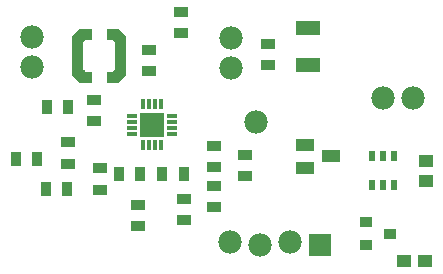
<source format=gts>
G75*
%MOIN*%
%OFA0B0*%
%FSLAX25Y25*%
%IPPOS*%
%LPD*%
%AMOC8*
5,1,8,0,0,1.08239X$1,22.5*
%
%ADD10R,0.03943X0.03550*%
%ADD11R,0.07800X0.07800*%
%ADD12C,0.07800*%
%ADD13R,0.03600X0.01600*%
%ADD14R,0.01600X0.03600*%
%ADD15R,0.08400X0.08400*%
%ADD16R,0.05124X0.03550*%
%ADD17R,0.03550X0.05124*%
%ADD18R,0.02900X0.05400*%
%ADD19C,0.00000*%
%ADD20C,0.00001*%
%ADD21R,0.04731X0.04337*%
%ADD22R,0.05912X0.04337*%
%ADD23R,0.02369X0.03550*%
%ADD24R,0.08274X0.05124*%
D10*
X0141775Y0019557D03*
X0150043Y0023297D03*
X0141775Y0027037D03*
D11*
X0126524Y0019646D03*
D12*
X0116524Y0020646D03*
X0106524Y0019646D03*
X0096524Y0020646D03*
X0105146Y0060658D03*
X0097076Y0078611D03*
X0097076Y0088611D03*
X0147666Y0068532D03*
X0157666Y0068532D03*
X0030737Y0079005D03*
X0030737Y0089005D03*
D13*
X0063801Y0062674D03*
X0063801Y0060674D03*
X0063801Y0058674D03*
X0063801Y0056674D03*
X0077201Y0056674D03*
X0077201Y0058674D03*
X0077201Y0060674D03*
X0077201Y0062674D03*
D14*
X0073501Y0066374D03*
X0071501Y0066374D03*
X0069501Y0066374D03*
X0067501Y0066374D03*
X0067501Y0052974D03*
X0069501Y0052974D03*
X0071501Y0052974D03*
X0073501Y0052974D03*
D15*
X0070501Y0059674D03*
D16*
X0051406Y0060855D03*
X0051406Y0067942D03*
X0069517Y0077587D03*
X0069517Y0084674D03*
X0080146Y0090186D03*
X0080146Y0097272D03*
X0109280Y0086446D03*
X0109280Y0079359D03*
X0091367Y0052587D03*
X0101603Y0049635D03*
X0091367Y0045501D03*
X0091367Y0039202D03*
X0101603Y0042548D03*
X0091367Y0032115D03*
X0081131Y0034871D03*
X0081131Y0027784D03*
X0065776Y0025816D03*
X0065776Y0032902D03*
X0053178Y0038020D03*
X0053178Y0045107D03*
X0042548Y0046682D03*
X0042548Y0053769D03*
D17*
X0035265Y0038217D03*
X0042351Y0038217D03*
X0032312Y0048060D03*
X0025225Y0048060D03*
X0035658Y0065383D03*
X0042745Y0065383D03*
X0059477Y0043139D03*
X0066564Y0043139D03*
X0074044Y0043139D03*
X0081131Y0043139D03*
D18*
X0060068Y0082706D03*
X0045501Y0082706D03*
D19*
X0047174Y0085560D02*
X0047174Y0078276D01*
X0048355Y0077095D01*
X0050127Y0077095D01*
X0050127Y0073749D01*
X0046583Y0073749D01*
X0043828Y0076505D01*
X0043828Y0089005D01*
X0046485Y0091662D01*
X0050127Y0091662D01*
X0050127Y0088316D01*
X0048355Y0088316D01*
X0047174Y0087135D01*
X0047174Y0085560D01*
X0055442Y0088316D02*
X0057213Y0088316D01*
X0058394Y0087135D01*
X0058394Y0079851D01*
X0058394Y0078276D01*
X0057213Y0077095D01*
X0055442Y0077095D01*
X0055442Y0073749D01*
X0059083Y0073749D01*
X0061741Y0076406D01*
X0061741Y0088906D01*
X0058985Y0091662D01*
X0055442Y0091662D01*
X0055442Y0088316D01*
D20*
X0061741Y0088316D01*
X0061741Y0088317D02*
X0055442Y0088317D01*
X0055442Y0088318D02*
X0061741Y0088318D01*
X0061741Y0088319D02*
X0055442Y0088319D01*
X0055442Y0088320D02*
X0061741Y0088320D01*
X0061741Y0088321D02*
X0055442Y0088321D01*
X0055442Y0088322D02*
X0061741Y0088322D01*
X0061741Y0088323D02*
X0055442Y0088323D01*
X0055442Y0088324D02*
X0061741Y0088324D01*
X0061741Y0088325D02*
X0055442Y0088325D01*
X0055442Y0088326D02*
X0061741Y0088326D01*
X0061741Y0088327D02*
X0055442Y0088327D01*
X0055442Y0088328D02*
X0061741Y0088328D01*
X0061741Y0088329D02*
X0055442Y0088329D01*
X0055442Y0088330D02*
X0061741Y0088330D01*
X0061741Y0088331D02*
X0055442Y0088331D01*
X0061741Y0088331D01*
X0061741Y0088332D02*
X0055442Y0088332D01*
X0055442Y0088333D02*
X0061741Y0088333D01*
X0061741Y0088334D02*
X0055442Y0088334D01*
X0055442Y0088335D02*
X0061741Y0088335D01*
X0061741Y0088336D02*
X0055442Y0088336D01*
X0055442Y0088337D02*
X0061741Y0088337D01*
X0061741Y0088338D02*
X0055442Y0088338D01*
X0055442Y0088339D02*
X0061741Y0088339D01*
X0061741Y0088340D02*
X0055442Y0088340D01*
X0055442Y0088341D02*
X0061741Y0088341D01*
X0061741Y0088342D02*
X0055442Y0088342D01*
X0055442Y0088343D02*
X0061741Y0088343D01*
X0061741Y0088344D02*
X0055442Y0088344D01*
X0055442Y0088345D02*
X0061741Y0088345D01*
X0061741Y0088346D02*
X0055442Y0088346D01*
X0055442Y0088347D02*
X0061741Y0088347D01*
X0061741Y0088348D02*
X0055442Y0088348D01*
X0055442Y0088349D02*
X0061741Y0088349D01*
X0061741Y0088350D02*
X0055442Y0088350D01*
X0055442Y0088351D02*
X0061741Y0088351D01*
X0061741Y0088352D02*
X0055442Y0088352D01*
X0055442Y0088353D02*
X0061741Y0088353D01*
X0061741Y0088354D02*
X0055442Y0088354D01*
X0055442Y0088355D02*
X0061741Y0088355D01*
X0061741Y0088356D02*
X0055442Y0088356D01*
X0055442Y0088357D02*
X0061741Y0088357D01*
X0061741Y0088358D02*
X0055442Y0088358D01*
X0055442Y0088359D02*
X0061741Y0088359D01*
X0061741Y0088360D02*
X0055442Y0088360D01*
X0055442Y0088361D02*
X0061741Y0088361D01*
X0061741Y0088362D02*
X0055442Y0088362D01*
X0055442Y0088363D02*
X0061741Y0088363D01*
X0061741Y0088364D02*
X0055442Y0088364D01*
X0055442Y0088365D02*
X0061741Y0088365D01*
X0061741Y0088366D02*
X0055442Y0088366D01*
X0055442Y0088367D02*
X0061741Y0088367D01*
X0061741Y0088368D02*
X0055442Y0088368D01*
X0055442Y0088369D02*
X0061741Y0088369D01*
X0061741Y0088370D02*
X0055442Y0088370D01*
X0055442Y0088371D02*
X0061741Y0088371D01*
X0061741Y0088372D02*
X0055442Y0088372D01*
X0055442Y0088373D02*
X0061741Y0088373D01*
X0061741Y0088374D02*
X0055442Y0088374D01*
X0055442Y0088375D02*
X0061741Y0088375D01*
X0061741Y0088376D02*
X0055442Y0088376D01*
X0055442Y0088377D02*
X0061741Y0088377D01*
X0061741Y0088378D02*
X0055442Y0088378D01*
X0055442Y0088379D02*
X0061741Y0088379D01*
X0061741Y0088380D02*
X0055442Y0088380D01*
X0055442Y0088381D02*
X0061741Y0088381D01*
X0061741Y0088382D02*
X0055442Y0088382D01*
X0055442Y0088383D02*
X0061741Y0088383D01*
X0061741Y0088384D02*
X0055442Y0088384D01*
X0055442Y0088385D02*
X0061741Y0088385D01*
X0061741Y0088386D02*
X0055442Y0088386D01*
X0055442Y0088387D02*
X0061741Y0088387D01*
X0061741Y0088388D02*
X0055442Y0088388D01*
X0055442Y0088389D02*
X0061741Y0088389D01*
X0061741Y0088390D02*
X0055442Y0088390D01*
X0055442Y0088391D02*
X0061741Y0088391D01*
X0061741Y0088392D02*
X0055442Y0088392D01*
X0055442Y0088393D02*
X0061741Y0088393D01*
X0061741Y0088394D02*
X0055442Y0088394D01*
X0061741Y0088394D01*
X0061741Y0088395D02*
X0055442Y0088395D01*
X0055442Y0088396D02*
X0061741Y0088396D01*
X0061741Y0088397D02*
X0055442Y0088397D01*
X0055442Y0088398D02*
X0061741Y0088398D01*
X0061741Y0088399D02*
X0055442Y0088399D01*
X0055442Y0088400D02*
X0061741Y0088400D01*
X0061741Y0088401D02*
X0055442Y0088401D01*
X0055442Y0088402D02*
X0061741Y0088402D01*
X0061741Y0088403D02*
X0055442Y0088403D01*
X0055442Y0088404D02*
X0061741Y0088404D01*
X0061741Y0088405D02*
X0055442Y0088405D01*
X0055442Y0088406D02*
X0061741Y0088406D01*
X0061741Y0088407D02*
X0055442Y0088407D01*
X0055442Y0088408D02*
X0061741Y0088408D01*
X0061741Y0088409D02*
X0055442Y0088409D01*
X0055442Y0088410D02*
X0061741Y0088410D01*
X0061741Y0088411D02*
X0055442Y0088411D01*
X0055442Y0088412D02*
X0061741Y0088412D01*
X0061741Y0088413D02*
X0055442Y0088413D01*
X0055442Y0088414D02*
X0061741Y0088414D01*
X0061741Y0088415D02*
X0055442Y0088415D01*
X0055442Y0088416D02*
X0061741Y0088416D01*
X0061741Y0088417D02*
X0055442Y0088417D01*
X0055442Y0088418D02*
X0061741Y0088418D01*
X0061741Y0088419D02*
X0055442Y0088419D01*
X0055442Y0088420D02*
X0061741Y0088420D01*
X0061741Y0088421D02*
X0055442Y0088421D01*
X0055442Y0088422D02*
X0061741Y0088422D01*
X0061741Y0088423D02*
X0055442Y0088423D01*
X0055442Y0088424D02*
X0061741Y0088424D01*
X0061741Y0088425D02*
X0055442Y0088425D01*
X0055442Y0088426D02*
X0061741Y0088426D01*
X0061741Y0088427D02*
X0055442Y0088427D01*
X0055442Y0088428D02*
X0061741Y0088428D01*
X0061741Y0088429D02*
X0055442Y0088429D01*
X0055442Y0088430D02*
X0061741Y0088430D01*
X0061741Y0088431D02*
X0055442Y0088431D01*
X0055442Y0088432D02*
X0061741Y0088432D01*
X0061741Y0088433D02*
X0055442Y0088433D01*
X0055442Y0088434D02*
X0061741Y0088434D01*
X0061741Y0088435D02*
X0055442Y0088435D01*
X0055442Y0088436D02*
X0061741Y0088436D01*
X0061741Y0088437D02*
X0055442Y0088437D01*
X0055442Y0088438D02*
X0061741Y0088438D01*
X0061741Y0088439D02*
X0055442Y0088439D01*
X0055442Y0088440D02*
X0061741Y0088440D01*
X0061741Y0088441D02*
X0055442Y0088441D01*
X0055442Y0088442D02*
X0061741Y0088442D01*
X0061741Y0088443D02*
X0055442Y0088443D01*
X0055442Y0088444D02*
X0061741Y0088444D01*
X0061741Y0088445D02*
X0055442Y0088445D01*
X0055442Y0088446D02*
X0061741Y0088446D01*
X0061741Y0088447D02*
X0055442Y0088447D01*
X0055442Y0088448D02*
X0061741Y0088448D01*
X0061741Y0088449D02*
X0055442Y0088449D01*
X0055442Y0088450D02*
X0061741Y0088450D01*
X0061741Y0088451D02*
X0055442Y0088451D01*
X0055442Y0088452D02*
X0061741Y0088452D01*
X0061741Y0088453D02*
X0055442Y0088453D01*
X0055442Y0088454D02*
X0061741Y0088454D01*
X0061741Y0088455D02*
X0055442Y0088455D01*
X0055442Y0088456D02*
X0061741Y0088456D01*
X0055442Y0088456D01*
X0055442Y0088457D02*
X0061741Y0088457D01*
X0061741Y0088458D02*
X0055442Y0088458D01*
X0055442Y0088459D02*
X0061741Y0088459D01*
X0061741Y0088460D02*
X0055442Y0088460D01*
X0055442Y0088461D02*
X0061741Y0088461D01*
X0061741Y0088462D02*
X0055442Y0088462D01*
X0055442Y0088463D02*
X0061741Y0088463D01*
X0061741Y0088464D02*
X0055442Y0088464D01*
X0055442Y0088465D02*
X0061741Y0088465D01*
X0061741Y0088466D02*
X0055442Y0088466D01*
X0055442Y0088467D02*
X0061741Y0088467D01*
X0061741Y0088468D02*
X0055442Y0088468D01*
X0055442Y0088469D02*
X0061741Y0088469D01*
X0061741Y0088470D02*
X0055442Y0088470D01*
X0055442Y0088471D02*
X0061741Y0088471D01*
X0061741Y0088472D02*
X0055442Y0088472D01*
X0055442Y0088473D02*
X0061741Y0088473D01*
X0061741Y0088474D02*
X0055442Y0088474D01*
X0055442Y0088475D02*
X0061741Y0088475D01*
X0061741Y0088476D02*
X0055442Y0088476D01*
X0055442Y0088477D02*
X0061741Y0088477D01*
X0061741Y0088478D02*
X0055442Y0088478D01*
X0055442Y0088479D02*
X0061741Y0088479D01*
X0061741Y0088480D02*
X0055442Y0088480D01*
X0055442Y0088481D02*
X0061741Y0088481D01*
X0061741Y0088482D02*
X0055442Y0088482D01*
X0055442Y0088483D02*
X0061741Y0088483D01*
X0061741Y0088484D02*
X0055442Y0088484D01*
X0055442Y0088485D02*
X0061741Y0088485D01*
X0061741Y0088486D02*
X0055442Y0088486D01*
X0055442Y0088487D02*
X0061741Y0088487D01*
X0061741Y0088488D02*
X0055442Y0088488D01*
X0055442Y0088489D02*
X0061741Y0088489D01*
X0061741Y0088490D02*
X0055442Y0088490D01*
X0055442Y0088491D02*
X0061741Y0088491D01*
X0061741Y0088492D02*
X0055442Y0088492D01*
X0055442Y0088493D02*
X0061741Y0088493D01*
X0061741Y0088494D02*
X0055442Y0088494D01*
X0055442Y0088495D02*
X0061741Y0088495D01*
X0061741Y0088496D02*
X0055442Y0088496D01*
X0055442Y0088497D02*
X0061741Y0088497D01*
X0061741Y0088498D02*
X0055442Y0088498D01*
X0055442Y0088499D02*
X0061741Y0088499D01*
X0061741Y0088500D02*
X0055442Y0088500D01*
X0055442Y0088501D02*
X0061741Y0088501D01*
X0061741Y0088502D02*
X0055442Y0088502D01*
X0055442Y0088503D02*
X0061741Y0088503D01*
X0061741Y0088504D02*
X0055442Y0088504D01*
X0055442Y0088505D02*
X0061741Y0088505D01*
X0061741Y0088506D02*
X0055442Y0088506D01*
X0055442Y0088507D02*
X0061741Y0088507D01*
X0061741Y0088508D02*
X0055442Y0088508D01*
X0055442Y0088509D02*
X0061741Y0088509D01*
X0061741Y0088510D02*
X0055442Y0088510D01*
X0055442Y0088511D02*
X0061741Y0088511D01*
X0061741Y0088512D02*
X0055442Y0088512D01*
X0055442Y0088513D02*
X0061741Y0088513D01*
X0061741Y0088514D02*
X0055442Y0088514D01*
X0055442Y0088515D02*
X0061741Y0088515D01*
X0061741Y0088516D02*
X0055442Y0088516D01*
X0055442Y0088517D02*
X0061741Y0088517D01*
X0061741Y0088518D02*
X0055442Y0088518D01*
X0055442Y0088519D02*
X0061741Y0088519D01*
X0055442Y0088519D01*
X0055442Y0088520D02*
X0061741Y0088520D01*
X0061741Y0088521D02*
X0055442Y0088521D01*
X0055442Y0088522D02*
X0061741Y0088522D01*
X0061741Y0088523D02*
X0055442Y0088523D01*
X0055442Y0088524D02*
X0061741Y0088524D01*
X0061741Y0088525D02*
X0055442Y0088525D01*
X0055442Y0088526D02*
X0061741Y0088526D01*
X0061741Y0088527D02*
X0055442Y0088527D01*
X0055442Y0088528D02*
X0061741Y0088528D01*
X0061741Y0088529D02*
X0055442Y0088529D01*
X0055442Y0088530D02*
X0061741Y0088530D01*
X0061741Y0088531D02*
X0055442Y0088531D01*
X0055442Y0088532D02*
X0061741Y0088532D01*
X0061741Y0088533D02*
X0055442Y0088533D01*
X0055442Y0088534D02*
X0061741Y0088534D01*
X0061741Y0088535D02*
X0055442Y0088535D01*
X0055442Y0088536D02*
X0061741Y0088536D01*
X0061741Y0088537D02*
X0055442Y0088537D01*
X0055442Y0088538D02*
X0061741Y0088538D01*
X0061741Y0088539D02*
X0055442Y0088539D01*
X0055442Y0088540D02*
X0061741Y0088540D01*
X0061741Y0088541D02*
X0055442Y0088541D01*
X0055442Y0088542D02*
X0061741Y0088542D01*
X0061741Y0088543D02*
X0055442Y0088543D01*
X0055442Y0088544D02*
X0061741Y0088544D01*
X0061741Y0088545D02*
X0055442Y0088545D01*
X0055442Y0088546D02*
X0061741Y0088546D01*
X0061741Y0088547D02*
X0055442Y0088547D01*
X0055442Y0088548D02*
X0061741Y0088548D01*
X0061741Y0088549D02*
X0055442Y0088549D01*
X0055442Y0088550D02*
X0061741Y0088550D01*
X0061741Y0088551D02*
X0055442Y0088551D01*
X0055442Y0088552D02*
X0061741Y0088552D01*
X0061741Y0088553D02*
X0055442Y0088553D01*
X0055442Y0088554D02*
X0061741Y0088554D01*
X0061741Y0088555D02*
X0055442Y0088555D01*
X0055442Y0088556D02*
X0061741Y0088556D01*
X0061741Y0088557D02*
X0055442Y0088557D01*
X0055442Y0088558D02*
X0061741Y0088558D01*
X0061741Y0088559D02*
X0055442Y0088559D01*
X0055442Y0088560D02*
X0061741Y0088560D01*
X0061741Y0088561D02*
X0055442Y0088561D01*
X0055442Y0088562D02*
X0061741Y0088562D01*
X0061741Y0088563D02*
X0055442Y0088563D01*
X0055442Y0088564D02*
X0061741Y0088564D01*
X0061741Y0088565D02*
X0055442Y0088565D01*
X0055442Y0088566D02*
X0061741Y0088566D01*
X0061741Y0088567D02*
X0055442Y0088567D01*
X0055442Y0088568D02*
X0061741Y0088568D01*
X0061741Y0088569D02*
X0055442Y0088569D01*
X0055442Y0088570D02*
X0061741Y0088570D01*
X0061741Y0088571D02*
X0055442Y0088571D01*
X0055442Y0088572D02*
X0061741Y0088572D01*
X0061741Y0088573D02*
X0055442Y0088573D01*
X0055442Y0088574D02*
X0061741Y0088574D01*
X0061741Y0088575D02*
X0055442Y0088575D01*
X0055442Y0088576D02*
X0061741Y0088576D01*
X0061741Y0088577D02*
X0055442Y0088577D01*
X0055442Y0088578D02*
X0061741Y0088578D01*
X0061741Y0088579D02*
X0055442Y0088579D01*
X0055442Y0088580D02*
X0061741Y0088580D01*
X0061741Y0088581D02*
X0055442Y0088581D01*
X0061741Y0088581D01*
X0061741Y0088582D02*
X0055442Y0088582D01*
X0055442Y0088583D02*
X0061741Y0088583D01*
X0061741Y0088584D02*
X0055442Y0088584D01*
X0055442Y0088585D02*
X0061741Y0088585D01*
X0061741Y0088586D02*
X0055442Y0088586D01*
X0055442Y0088587D02*
X0061741Y0088587D01*
X0061741Y0088588D02*
X0055442Y0088588D01*
X0055442Y0088589D02*
X0061741Y0088589D01*
X0061741Y0088590D02*
X0055442Y0088590D01*
X0055442Y0088591D02*
X0061741Y0088591D01*
X0061741Y0088592D02*
X0055442Y0088592D01*
X0055442Y0088593D02*
X0061741Y0088593D01*
X0061741Y0088594D02*
X0055442Y0088594D01*
X0055442Y0088595D02*
X0061741Y0088595D01*
X0061741Y0088596D02*
X0055442Y0088596D01*
X0055442Y0088597D02*
X0061741Y0088597D01*
X0061741Y0088598D02*
X0055442Y0088598D01*
X0055442Y0088599D02*
X0061741Y0088599D01*
X0061741Y0088600D02*
X0055442Y0088600D01*
X0055442Y0088601D02*
X0061741Y0088601D01*
X0061741Y0088602D02*
X0055442Y0088602D01*
X0055442Y0088603D02*
X0061741Y0088603D01*
X0061741Y0088604D02*
X0055442Y0088604D01*
X0055442Y0088605D02*
X0061741Y0088605D01*
X0061741Y0088606D02*
X0055442Y0088606D01*
X0055442Y0088607D02*
X0061741Y0088607D01*
X0061741Y0088608D02*
X0055442Y0088608D01*
X0055442Y0088609D02*
X0061741Y0088609D01*
X0061741Y0088610D02*
X0055442Y0088610D01*
X0055442Y0088611D02*
X0061741Y0088611D01*
X0061741Y0088612D02*
X0055442Y0088612D01*
X0055442Y0088613D02*
X0061741Y0088613D01*
X0061741Y0088614D02*
X0055442Y0088614D01*
X0055442Y0088615D02*
X0061741Y0088615D01*
X0061741Y0088616D02*
X0055442Y0088616D01*
X0055442Y0088617D02*
X0061741Y0088617D01*
X0061741Y0088618D02*
X0055442Y0088618D01*
X0055442Y0088619D02*
X0061741Y0088619D01*
X0061741Y0088620D02*
X0055442Y0088620D01*
X0055442Y0088621D02*
X0061741Y0088621D01*
X0061741Y0088622D02*
X0055442Y0088622D01*
X0055442Y0088623D02*
X0061741Y0088623D01*
X0061741Y0088624D02*
X0055442Y0088624D01*
X0055442Y0088625D02*
X0061741Y0088625D01*
X0061741Y0088626D02*
X0055442Y0088626D01*
X0055442Y0088627D02*
X0061741Y0088627D01*
X0061741Y0088628D02*
X0055442Y0088628D01*
X0055442Y0088629D02*
X0061741Y0088629D01*
X0061741Y0088630D02*
X0055442Y0088630D01*
X0055442Y0088631D02*
X0061741Y0088631D01*
X0061741Y0088632D02*
X0055442Y0088632D01*
X0055442Y0088633D02*
X0061741Y0088633D01*
X0061741Y0088634D02*
X0055442Y0088634D01*
X0055442Y0088635D02*
X0061741Y0088635D01*
X0061741Y0088636D02*
X0055442Y0088636D01*
X0055442Y0088637D02*
X0061741Y0088637D01*
X0061741Y0088638D02*
X0055442Y0088638D01*
X0055442Y0088639D02*
X0061741Y0088639D01*
X0061741Y0088640D02*
X0055442Y0088640D01*
X0055442Y0088641D02*
X0061741Y0088641D01*
X0061741Y0088642D02*
X0055442Y0088642D01*
X0055442Y0088643D02*
X0061741Y0088643D01*
X0061741Y0088644D02*
X0055442Y0088644D01*
X0061741Y0088644D01*
X0061741Y0088645D02*
X0055442Y0088645D01*
X0055442Y0088646D02*
X0061741Y0088646D01*
X0061741Y0088647D02*
X0055442Y0088647D01*
X0055442Y0088648D02*
X0061741Y0088648D01*
X0061741Y0088649D02*
X0055442Y0088649D01*
X0055442Y0088650D02*
X0061741Y0088650D01*
X0061741Y0088651D02*
X0055442Y0088651D01*
X0055442Y0088652D02*
X0061741Y0088652D01*
X0061741Y0088653D02*
X0055442Y0088653D01*
X0055442Y0088654D02*
X0061741Y0088654D01*
X0061741Y0088655D02*
X0055442Y0088655D01*
X0055442Y0088656D02*
X0061741Y0088656D01*
X0061741Y0088657D02*
X0055442Y0088657D01*
X0055442Y0088658D02*
X0061741Y0088658D01*
X0061741Y0088659D02*
X0055442Y0088659D01*
X0055442Y0088660D02*
X0061741Y0088660D01*
X0061741Y0088661D02*
X0055442Y0088661D01*
X0055442Y0088662D02*
X0061741Y0088662D01*
X0061741Y0088663D02*
X0055442Y0088663D01*
X0055442Y0088664D02*
X0061741Y0088664D01*
X0061741Y0088665D02*
X0055442Y0088665D01*
X0055442Y0088666D02*
X0061741Y0088666D01*
X0061741Y0088667D02*
X0055442Y0088667D01*
X0055442Y0088668D02*
X0061741Y0088668D01*
X0061741Y0088669D02*
X0055442Y0088669D01*
X0055442Y0088670D02*
X0061741Y0088670D01*
X0061741Y0088671D02*
X0055442Y0088671D01*
X0055442Y0088672D02*
X0061741Y0088672D01*
X0061741Y0088673D02*
X0055442Y0088673D01*
X0055442Y0088674D02*
X0061741Y0088674D01*
X0061741Y0088675D02*
X0055442Y0088675D01*
X0055442Y0088676D02*
X0061741Y0088676D01*
X0061741Y0088677D02*
X0055442Y0088677D01*
X0055442Y0088678D02*
X0061741Y0088678D01*
X0061741Y0088679D02*
X0055442Y0088679D01*
X0055442Y0088680D02*
X0061741Y0088680D01*
X0061741Y0088681D02*
X0055442Y0088681D01*
X0055442Y0088682D02*
X0061741Y0088682D01*
X0061741Y0088683D02*
X0055442Y0088683D01*
X0055442Y0088684D02*
X0061741Y0088684D01*
X0061741Y0088685D02*
X0055442Y0088685D01*
X0055442Y0088686D02*
X0061741Y0088686D01*
X0061741Y0088687D02*
X0055442Y0088687D01*
X0055442Y0088688D02*
X0061741Y0088688D01*
X0061741Y0088689D02*
X0055442Y0088689D01*
X0055442Y0088690D02*
X0061741Y0088690D01*
X0061741Y0088691D02*
X0055442Y0088691D01*
X0055442Y0088692D02*
X0061741Y0088692D01*
X0061741Y0088693D02*
X0055442Y0088693D01*
X0055442Y0088694D02*
X0061741Y0088694D01*
X0061741Y0088695D02*
X0055442Y0088695D01*
X0055442Y0088696D02*
X0061741Y0088696D01*
X0061741Y0088697D02*
X0055442Y0088697D01*
X0055442Y0088698D02*
X0061741Y0088698D01*
X0061741Y0088699D02*
X0055442Y0088699D01*
X0055442Y0088700D02*
X0061741Y0088700D01*
X0061741Y0088701D02*
X0055442Y0088701D01*
X0055442Y0088702D02*
X0061741Y0088702D01*
X0061741Y0088703D02*
X0055442Y0088703D01*
X0055442Y0088704D02*
X0061741Y0088704D01*
X0061741Y0088705D02*
X0055442Y0088705D01*
X0055442Y0088706D02*
X0061741Y0088706D01*
X0055442Y0088706D01*
X0055442Y0088707D02*
X0061741Y0088707D01*
X0061741Y0088708D02*
X0055442Y0088708D01*
X0055442Y0088709D02*
X0061741Y0088709D01*
X0061741Y0088710D02*
X0055442Y0088710D01*
X0055442Y0088711D02*
X0061741Y0088711D01*
X0061741Y0088712D02*
X0055442Y0088712D01*
X0055442Y0088713D02*
X0061741Y0088713D01*
X0061741Y0088714D02*
X0055442Y0088714D01*
X0055442Y0088715D02*
X0061741Y0088715D01*
X0061741Y0088716D02*
X0055442Y0088716D01*
X0055442Y0088717D02*
X0061741Y0088717D01*
X0061741Y0088718D02*
X0055442Y0088718D01*
X0055442Y0088719D02*
X0061741Y0088719D01*
X0061741Y0088720D02*
X0055442Y0088720D01*
X0055442Y0088721D02*
X0061741Y0088721D01*
X0061741Y0088722D02*
X0055442Y0088722D01*
X0055442Y0088723D02*
X0061741Y0088723D01*
X0061741Y0088724D02*
X0055442Y0088724D01*
X0055442Y0088725D02*
X0061741Y0088725D01*
X0061741Y0088726D02*
X0055442Y0088726D01*
X0055442Y0088727D02*
X0061741Y0088727D01*
X0061741Y0088728D02*
X0055442Y0088728D01*
X0055442Y0088729D02*
X0061741Y0088729D01*
X0061741Y0088730D02*
X0055442Y0088730D01*
X0055442Y0088731D02*
X0061741Y0088731D01*
X0061741Y0088732D02*
X0055442Y0088732D01*
X0055442Y0088733D02*
X0061741Y0088733D01*
X0061741Y0088734D02*
X0055442Y0088734D01*
X0055442Y0088735D02*
X0061741Y0088735D01*
X0061741Y0088736D02*
X0055442Y0088736D01*
X0055442Y0088737D02*
X0061741Y0088737D01*
X0061741Y0088738D02*
X0055442Y0088738D01*
X0055442Y0088739D02*
X0061741Y0088739D01*
X0061741Y0088740D02*
X0055442Y0088740D01*
X0055442Y0088741D02*
X0061741Y0088741D01*
X0061741Y0088742D02*
X0055442Y0088742D01*
X0055442Y0088743D02*
X0061741Y0088743D01*
X0061741Y0088744D02*
X0055442Y0088744D01*
X0055442Y0088745D02*
X0061741Y0088745D01*
X0061741Y0088746D02*
X0055442Y0088746D01*
X0055442Y0088747D02*
X0061741Y0088747D01*
X0061741Y0088748D02*
X0055442Y0088748D01*
X0055442Y0088749D02*
X0061741Y0088749D01*
X0061741Y0088750D02*
X0055442Y0088750D01*
X0055442Y0088751D02*
X0061741Y0088751D01*
X0061741Y0088752D02*
X0055442Y0088752D01*
X0055442Y0088753D02*
X0061741Y0088753D01*
X0061741Y0088754D02*
X0055442Y0088754D01*
X0055442Y0088755D02*
X0061741Y0088755D01*
X0061741Y0088756D02*
X0055442Y0088756D01*
X0055442Y0088757D02*
X0061741Y0088757D01*
X0061741Y0088758D02*
X0055442Y0088758D01*
X0055442Y0088759D02*
X0061741Y0088759D01*
X0061741Y0088760D02*
X0055442Y0088760D01*
X0055442Y0088761D02*
X0061741Y0088761D01*
X0061741Y0088762D02*
X0055442Y0088762D01*
X0055442Y0088763D02*
X0061741Y0088763D01*
X0061741Y0088764D02*
X0055442Y0088764D01*
X0055442Y0088765D02*
X0061741Y0088765D01*
X0061741Y0088766D02*
X0055442Y0088766D01*
X0055442Y0088767D02*
X0061741Y0088767D01*
X0061741Y0088768D02*
X0055442Y0088768D01*
X0055442Y0088769D02*
X0061741Y0088769D01*
X0055442Y0088769D01*
X0055442Y0088770D02*
X0061741Y0088770D01*
X0061741Y0088771D02*
X0055442Y0088771D01*
X0055442Y0088772D02*
X0061741Y0088772D01*
X0061741Y0088773D02*
X0055442Y0088773D01*
X0055442Y0088774D02*
X0061741Y0088774D01*
X0061741Y0088775D02*
X0055442Y0088775D01*
X0055442Y0088776D02*
X0061741Y0088776D01*
X0061741Y0088777D02*
X0055442Y0088777D01*
X0055442Y0088778D02*
X0061741Y0088778D01*
X0061741Y0088779D02*
X0055442Y0088779D01*
X0055442Y0088780D02*
X0061741Y0088780D01*
X0061741Y0088781D02*
X0055442Y0088781D01*
X0055442Y0088782D02*
X0061741Y0088782D01*
X0061741Y0088783D02*
X0055442Y0088783D01*
X0055442Y0088784D02*
X0061741Y0088784D01*
X0061741Y0088785D02*
X0055442Y0088785D01*
X0055442Y0088786D02*
X0061741Y0088786D01*
X0061741Y0088787D02*
X0055442Y0088787D01*
X0055442Y0088788D02*
X0061741Y0088788D01*
X0061741Y0088789D02*
X0055442Y0088789D01*
X0055442Y0088790D02*
X0061741Y0088790D01*
X0061741Y0088791D02*
X0055442Y0088791D01*
X0055442Y0088792D02*
X0061741Y0088792D01*
X0061741Y0088793D02*
X0055442Y0088793D01*
X0055442Y0088794D02*
X0061741Y0088794D01*
X0061741Y0088795D02*
X0055442Y0088795D01*
X0055442Y0088796D02*
X0061741Y0088796D01*
X0061741Y0088797D02*
X0055442Y0088797D01*
X0055442Y0088798D02*
X0061741Y0088798D01*
X0061741Y0088799D02*
X0055442Y0088799D01*
X0055442Y0088800D02*
X0061741Y0088800D01*
X0061741Y0088801D02*
X0055442Y0088801D01*
X0055442Y0088802D02*
X0061741Y0088802D01*
X0061741Y0088803D02*
X0055442Y0088803D01*
X0055442Y0088804D02*
X0061741Y0088804D01*
X0061741Y0088805D02*
X0055442Y0088805D01*
X0055442Y0088806D02*
X0061741Y0088806D01*
X0061741Y0088807D02*
X0055442Y0088807D01*
X0055442Y0088808D02*
X0061741Y0088808D01*
X0061741Y0088809D02*
X0055442Y0088809D01*
X0055442Y0088810D02*
X0061741Y0088810D01*
X0061741Y0088811D02*
X0055442Y0088811D01*
X0055442Y0088812D02*
X0061741Y0088812D01*
X0061741Y0088813D02*
X0055442Y0088813D01*
X0055442Y0088814D02*
X0061741Y0088814D01*
X0061741Y0088815D02*
X0055442Y0088815D01*
X0055442Y0088816D02*
X0061741Y0088816D01*
X0061741Y0088817D02*
X0055442Y0088817D01*
X0055442Y0088818D02*
X0061741Y0088818D01*
X0061741Y0088819D02*
X0055442Y0088819D01*
X0055442Y0088820D02*
X0061741Y0088820D01*
X0061741Y0088821D02*
X0055442Y0088821D01*
X0055442Y0088822D02*
X0061741Y0088822D01*
X0061741Y0088823D02*
X0055442Y0088823D01*
X0055442Y0088824D02*
X0061741Y0088824D01*
X0061741Y0088825D02*
X0055442Y0088825D01*
X0055442Y0088826D02*
X0061741Y0088826D01*
X0061741Y0088827D02*
X0055442Y0088827D01*
X0055442Y0088828D02*
X0061741Y0088828D01*
X0061741Y0088829D02*
X0055442Y0088829D01*
X0055442Y0088830D02*
X0061741Y0088830D01*
X0061741Y0088831D02*
X0055442Y0088831D01*
X0061741Y0088831D01*
X0061741Y0088832D02*
X0055442Y0088832D01*
X0055442Y0088833D02*
X0061741Y0088833D01*
X0061741Y0088834D02*
X0055442Y0088834D01*
X0055442Y0088835D02*
X0061741Y0088835D01*
X0061741Y0088836D02*
X0055442Y0088836D01*
X0055442Y0088837D02*
X0061741Y0088837D01*
X0061741Y0088838D02*
X0055442Y0088838D01*
X0055442Y0088839D02*
X0061741Y0088839D01*
X0061741Y0088840D02*
X0055442Y0088840D01*
X0055442Y0088841D02*
X0061741Y0088841D01*
X0061741Y0088842D02*
X0055442Y0088842D01*
X0055442Y0088843D02*
X0061741Y0088843D01*
X0061741Y0088844D02*
X0055442Y0088844D01*
X0055442Y0088845D02*
X0061741Y0088845D01*
X0061741Y0088846D02*
X0055442Y0088846D01*
X0055442Y0088847D02*
X0061741Y0088847D01*
X0061741Y0088848D02*
X0055442Y0088848D01*
X0055442Y0088849D02*
X0061741Y0088849D01*
X0061741Y0088850D02*
X0055442Y0088850D01*
X0055442Y0088851D02*
X0061741Y0088851D01*
X0061741Y0088852D02*
X0055442Y0088852D01*
X0055442Y0088853D02*
X0061741Y0088853D01*
X0061741Y0088854D02*
X0055442Y0088854D01*
X0055442Y0088855D02*
X0061741Y0088855D01*
X0061741Y0088856D02*
X0055442Y0088856D01*
X0055442Y0088857D02*
X0061741Y0088857D01*
X0061741Y0088858D02*
X0055442Y0088858D01*
X0055442Y0088859D02*
X0061741Y0088859D01*
X0061741Y0088860D02*
X0055442Y0088860D01*
X0055442Y0088861D02*
X0061741Y0088861D01*
X0061741Y0088862D02*
X0055442Y0088862D01*
X0055442Y0088863D02*
X0061741Y0088863D01*
X0061741Y0088864D02*
X0055442Y0088864D01*
X0055442Y0088865D02*
X0061741Y0088865D01*
X0061741Y0088866D02*
X0055442Y0088866D01*
X0055442Y0088867D02*
X0061741Y0088867D01*
X0061741Y0088868D02*
X0055442Y0088868D01*
X0055442Y0088869D02*
X0061741Y0088869D01*
X0061741Y0088870D02*
X0055442Y0088870D01*
X0055442Y0088871D02*
X0061741Y0088871D01*
X0061741Y0088872D02*
X0055442Y0088872D01*
X0055442Y0088873D02*
X0061741Y0088873D01*
X0061741Y0088874D02*
X0055442Y0088874D01*
X0055442Y0088875D02*
X0061741Y0088875D01*
X0061741Y0088876D02*
X0055442Y0088876D01*
X0055442Y0088877D02*
X0061741Y0088877D01*
X0061741Y0088878D02*
X0055442Y0088878D01*
X0055442Y0088879D02*
X0061741Y0088879D01*
X0061741Y0088880D02*
X0055442Y0088880D01*
X0055442Y0088881D02*
X0061741Y0088881D01*
X0061741Y0088882D02*
X0055442Y0088882D01*
X0055442Y0088883D02*
X0061741Y0088883D01*
X0061741Y0088884D02*
X0055442Y0088884D01*
X0055442Y0088885D02*
X0061741Y0088885D01*
X0061741Y0088886D02*
X0055442Y0088886D01*
X0055442Y0088887D02*
X0061741Y0088887D01*
X0061741Y0088888D02*
X0055442Y0088888D01*
X0055442Y0088889D02*
X0061741Y0088889D01*
X0061741Y0088890D02*
X0055442Y0088890D01*
X0055442Y0088891D02*
X0061741Y0088891D01*
X0061741Y0088892D02*
X0055442Y0088892D01*
X0055442Y0088893D02*
X0061741Y0088893D01*
X0061741Y0088894D02*
X0055442Y0088894D01*
X0061741Y0088894D01*
X0061741Y0088895D02*
X0055442Y0088895D01*
X0055442Y0088896D02*
X0061741Y0088896D01*
X0061741Y0088897D02*
X0055442Y0088897D01*
X0055442Y0088898D02*
X0061741Y0088898D01*
X0061741Y0088899D02*
X0055442Y0088899D01*
X0055442Y0088900D02*
X0061741Y0088900D01*
X0061741Y0088901D02*
X0055442Y0088901D01*
X0055442Y0088902D02*
X0061741Y0088902D01*
X0061741Y0088903D02*
X0055442Y0088903D01*
X0055442Y0088904D02*
X0061741Y0088904D01*
X0061741Y0088905D02*
X0055442Y0088905D01*
X0055442Y0088906D02*
X0061741Y0088906D01*
X0061740Y0088907D02*
X0055442Y0088907D01*
X0055442Y0088908D02*
X0061739Y0088908D01*
X0061738Y0088909D02*
X0055442Y0088909D01*
X0055442Y0088910D02*
X0061737Y0088910D01*
X0061736Y0088911D02*
X0055442Y0088911D01*
X0055442Y0088912D02*
X0061735Y0088912D01*
X0061734Y0088913D02*
X0055442Y0088913D01*
X0055442Y0088914D02*
X0061733Y0088914D01*
X0061732Y0088915D02*
X0055442Y0088915D01*
X0055442Y0088916D02*
X0061731Y0088916D01*
X0061730Y0088917D02*
X0055442Y0088917D01*
X0055442Y0088918D02*
X0061729Y0088918D01*
X0061728Y0088919D02*
X0055442Y0088919D01*
X0055442Y0088920D02*
X0061727Y0088920D01*
X0061726Y0088921D02*
X0055442Y0088921D01*
X0055442Y0088922D02*
X0061725Y0088922D01*
X0061724Y0088923D02*
X0055442Y0088923D01*
X0055442Y0088924D02*
X0061723Y0088924D01*
X0061722Y0088925D02*
X0055442Y0088925D01*
X0055442Y0088926D02*
X0061721Y0088926D01*
X0061720Y0088927D02*
X0055442Y0088927D01*
X0055442Y0088928D02*
X0061719Y0088928D01*
X0061718Y0088929D02*
X0055442Y0088929D01*
X0055442Y0088930D02*
X0061717Y0088930D01*
X0061716Y0088931D02*
X0055442Y0088931D01*
X0055442Y0088932D02*
X0061715Y0088932D01*
X0061714Y0088933D02*
X0055442Y0088933D01*
X0055442Y0088934D02*
X0061713Y0088934D01*
X0061712Y0088935D02*
X0055442Y0088935D01*
X0055442Y0088936D02*
X0061711Y0088936D01*
X0061710Y0088937D02*
X0055442Y0088937D01*
X0055442Y0088938D02*
X0061709Y0088938D01*
X0061708Y0088939D02*
X0055442Y0088939D01*
X0055442Y0088940D02*
X0061707Y0088940D01*
X0061706Y0088941D02*
X0055442Y0088941D01*
X0055442Y0088942D02*
X0061706Y0088942D01*
X0061705Y0088943D02*
X0055442Y0088943D01*
X0055442Y0088944D02*
X0061704Y0088944D01*
X0061703Y0088945D02*
X0055442Y0088945D01*
X0055442Y0088946D02*
X0061702Y0088946D01*
X0061701Y0088947D02*
X0055442Y0088947D01*
X0055442Y0088948D02*
X0061700Y0088948D01*
X0061699Y0088949D02*
X0055442Y0088949D01*
X0055442Y0088950D02*
X0061698Y0088950D01*
X0061697Y0088951D02*
X0055442Y0088951D01*
X0055442Y0088952D02*
X0061696Y0088952D01*
X0061695Y0088953D02*
X0055442Y0088953D01*
X0055442Y0088954D02*
X0061694Y0088954D01*
X0061693Y0088955D02*
X0055442Y0088955D01*
X0055442Y0088956D02*
X0061692Y0088956D01*
X0061691Y0088956D02*
X0055442Y0088956D01*
X0055442Y0088957D02*
X0061690Y0088957D01*
X0061689Y0088958D02*
X0055442Y0088958D01*
X0055442Y0088959D02*
X0061688Y0088959D01*
X0061687Y0088960D02*
X0055442Y0088960D01*
X0055442Y0088961D02*
X0061686Y0088961D01*
X0061685Y0088962D02*
X0055442Y0088962D01*
X0055442Y0088963D02*
X0061684Y0088963D01*
X0061683Y0088964D02*
X0055442Y0088964D01*
X0055442Y0088965D02*
X0061682Y0088965D01*
X0061681Y0088966D02*
X0055442Y0088966D01*
X0055442Y0088967D02*
X0061680Y0088967D01*
X0061679Y0088968D02*
X0055442Y0088968D01*
X0055442Y0088969D02*
X0061678Y0088969D01*
X0061677Y0088970D02*
X0055442Y0088970D01*
X0055442Y0088971D02*
X0061676Y0088971D01*
X0061675Y0088972D02*
X0055442Y0088972D01*
X0055442Y0088973D02*
X0061674Y0088973D01*
X0061673Y0088974D02*
X0055442Y0088974D01*
X0055442Y0088975D02*
X0061672Y0088975D01*
X0061671Y0088976D02*
X0055442Y0088976D01*
X0055442Y0088977D02*
X0061670Y0088977D01*
X0061669Y0088978D02*
X0055442Y0088978D01*
X0055442Y0088979D02*
X0061668Y0088979D01*
X0061667Y0088980D02*
X0055442Y0088980D01*
X0055442Y0088981D02*
X0061666Y0088981D01*
X0061665Y0088982D02*
X0055442Y0088982D01*
X0055442Y0088983D02*
X0061664Y0088983D01*
X0061663Y0088984D02*
X0055442Y0088984D01*
X0055442Y0088985D02*
X0061662Y0088985D01*
X0061661Y0088986D02*
X0055442Y0088986D01*
X0055442Y0088987D02*
X0061660Y0088987D01*
X0061659Y0088988D02*
X0055442Y0088988D01*
X0055442Y0088989D02*
X0061658Y0088989D01*
X0061657Y0088990D02*
X0055442Y0088990D01*
X0055442Y0088991D02*
X0061656Y0088991D01*
X0061655Y0088992D02*
X0055442Y0088992D01*
X0055442Y0088993D02*
X0061654Y0088993D01*
X0061653Y0088994D02*
X0055442Y0088994D01*
X0055442Y0088995D02*
X0061652Y0088995D01*
X0061651Y0088996D02*
X0055442Y0088996D01*
X0055442Y0088997D02*
X0061650Y0088997D01*
X0061649Y0088998D02*
X0055442Y0088998D01*
X0055442Y0088999D02*
X0061648Y0088999D01*
X0061647Y0089000D02*
X0055442Y0089000D01*
X0055442Y0089001D02*
X0061646Y0089001D01*
X0061645Y0089002D02*
X0055442Y0089002D01*
X0055442Y0089003D02*
X0061644Y0089003D01*
X0061644Y0089004D02*
X0055442Y0089004D01*
X0055442Y0089005D02*
X0061643Y0089005D01*
X0061642Y0089006D02*
X0055442Y0089006D01*
X0055442Y0089007D02*
X0061641Y0089007D01*
X0061640Y0089008D02*
X0055442Y0089008D01*
X0055442Y0089009D02*
X0061639Y0089009D01*
X0061638Y0089010D02*
X0055442Y0089010D01*
X0055442Y0089011D02*
X0061637Y0089011D01*
X0061636Y0089012D02*
X0055442Y0089012D01*
X0055442Y0089013D02*
X0061635Y0089013D01*
X0061634Y0089014D02*
X0055442Y0089014D01*
X0055442Y0089015D02*
X0061633Y0089015D01*
X0061632Y0089016D02*
X0055442Y0089016D01*
X0055442Y0089017D02*
X0061631Y0089017D01*
X0061630Y0089018D02*
X0055442Y0089018D01*
X0055442Y0089019D02*
X0061629Y0089019D01*
X0061628Y0089019D02*
X0055442Y0089019D01*
X0055442Y0089020D02*
X0061627Y0089020D01*
X0061626Y0089021D02*
X0055442Y0089021D01*
X0055442Y0089022D02*
X0061625Y0089022D01*
X0061624Y0089023D02*
X0055442Y0089023D01*
X0055442Y0089024D02*
X0061623Y0089024D01*
X0061622Y0089025D02*
X0055442Y0089025D01*
X0055442Y0089026D02*
X0061621Y0089026D01*
X0061620Y0089027D02*
X0055442Y0089027D01*
X0055442Y0089028D02*
X0061619Y0089028D01*
X0061618Y0089029D02*
X0055442Y0089029D01*
X0055442Y0089030D02*
X0061617Y0089030D01*
X0061616Y0089031D02*
X0055442Y0089031D01*
X0055442Y0089032D02*
X0061615Y0089032D01*
X0061614Y0089033D02*
X0055442Y0089033D01*
X0055442Y0089034D02*
X0061613Y0089034D01*
X0061612Y0089035D02*
X0055442Y0089035D01*
X0055442Y0089036D02*
X0061611Y0089036D01*
X0061610Y0089037D02*
X0055442Y0089037D01*
X0055442Y0089038D02*
X0061609Y0089038D01*
X0061608Y0089039D02*
X0055442Y0089039D01*
X0055442Y0089040D02*
X0061607Y0089040D01*
X0061606Y0089041D02*
X0055442Y0089041D01*
X0055442Y0089042D02*
X0061605Y0089042D01*
X0061604Y0089043D02*
X0055442Y0089043D01*
X0055442Y0089044D02*
X0061603Y0089044D01*
X0061602Y0089045D02*
X0055442Y0089045D01*
X0055442Y0089046D02*
X0061601Y0089046D01*
X0061600Y0089047D02*
X0055442Y0089047D01*
X0055442Y0089048D02*
X0061599Y0089048D01*
X0061598Y0089049D02*
X0055442Y0089049D01*
X0055442Y0089050D02*
X0061597Y0089050D01*
X0061596Y0089051D02*
X0055442Y0089051D01*
X0055442Y0089052D02*
X0061595Y0089052D01*
X0061594Y0089053D02*
X0055442Y0089053D01*
X0055442Y0089054D02*
X0061593Y0089054D01*
X0061592Y0089055D02*
X0055442Y0089055D01*
X0055442Y0089056D02*
X0061591Y0089056D01*
X0061590Y0089057D02*
X0055442Y0089057D01*
X0055442Y0089058D02*
X0061589Y0089058D01*
X0061588Y0089059D02*
X0055442Y0089059D01*
X0055442Y0089060D02*
X0061587Y0089060D01*
X0061586Y0089061D02*
X0055442Y0089061D01*
X0055442Y0089062D02*
X0061585Y0089062D01*
X0061584Y0089063D02*
X0055442Y0089063D01*
X0055442Y0089064D02*
X0061583Y0089064D01*
X0061582Y0089065D02*
X0055442Y0089065D01*
X0055442Y0089066D02*
X0061581Y0089066D01*
X0061581Y0089067D02*
X0055442Y0089067D01*
X0055442Y0089068D02*
X0061580Y0089068D01*
X0061579Y0089069D02*
X0055442Y0089069D01*
X0055442Y0089070D02*
X0061578Y0089070D01*
X0061577Y0089071D02*
X0055442Y0089071D01*
X0055442Y0089072D02*
X0061576Y0089072D01*
X0061575Y0089073D02*
X0055442Y0089073D01*
X0055442Y0089074D02*
X0061574Y0089074D01*
X0061573Y0089075D02*
X0055442Y0089075D01*
X0055442Y0089076D02*
X0061572Y0089076D01*
X0061571Y0089077D02*
X0055442Y0089077D01*
X0055442Y0089078D02*
X0061570Y0089078D01*
X0061569Y0089079D02*
X0055442Y0089079D01*
X0055442Y0089080D02*
X0061568Y0089080D01*
X0061567Y0089081D02*
X0055442Y0089081D01*
X0061566Y0089081D01*
X0061565Y0089082D02*
X0055442Y0089082D01*
X0055442Y0089083D02*
X0061564Y0089083D01*
X0061563Y0089084D02*
X0055442Y0089084D01*
X0055442Y0089085D02*
X0061562Y0089085D01*
X0061561Y0089086D02*
X0055442Y0089086D01*
X0055442Y0089087D02*
X0061560Y0089087D01*
X0061559Y0089088D02*
X0055442Y0089088D01*
X0055442Y0089089D02*
X0061558Y0089089D01*
X0061557Y0089090D02*
X0055442Y0089090D01*
X0055442Y0089091D02*
X0061556Y0089091D01*
X0061555Y0089092D02*
X0055442Y0089092D01*
X0055442Y0089093D02*
X0061554Y0089093D01*
X0061553Y0089094D02*
X0055442Y0089094D01*
X0055442Y0089095D02*
X0061552Y0089095D01*
X0061551Y0089096D02*
X0055442Y0089096D01*
X0055442Y0089097D02*
X0061550Y0089097D01*
X0061549Y0089098D02*
X0055442Y0089098D01*
X0055442Y0089099D02*
X0061548Y0089099D01*
X0061547Y0089100D02*
X0055442Y0089100D01*
X0055442Y0089101D02*
X0061546Y0089101D01*
X0061545Y0089102D02*
X0055442Y0089102D01*
X0055442Y0089103D02*
X0061544Y0089103D01*
X0061543Y0089104D02*
X0055442Y0089104D01*
X0055442Y0089105D02*
X0061542Y0089105D01*
X0061541Y0089106D02*
X0055442Y0089106D01*
X0055442Y0089107D02*
X0061540Y0089107D01*
X0061539Y0089108D02*
X0055442Y0089108D01*
X0055442Y0089109D02*
X0061538Y0089109D01*
X0061537Y0089110D02*
X0055442Y0089110D01*
X0055442Y0089111D02*
X0061536Y0089111D01*
X0061535Y0089112D02*
X0055442Y0089112D01*
X0055442Y0089113D02*
X0061534Y0089113D01*
X0061533Y0089114D02*
X0055442Y0089114D01*
X0055442Y0089115D02*
X0061532Y0089115D01*
X0061531Y0089116D02*
X0055442Y0089116D01*
X0055442Y0089117D02*
X0061530Y0089117D01*
X0061529Y0089118D02*
X0055442Y0089118D01*
X0055442Y0089119D02*
X0061528Y0089119D01*
X0061527Y0089120D02*
X0055442Y0089120D01*
X0055442Y0089121D02*
X0061526Y0089121D01*
X0061525Y0089122D02*
X0055442Y0089122D01*
X0055442Y0089123D02*
X0061524Y0089123D01*
X0061523Y0089124D02*
X0055442Y0089124D01*
X0055442Y0089125D02*
X0061522Y0089125D01*
X0061521Y0089126D02*
X0055442Y0089126D01*
X0055442Y0089127D02*
X0061520Y0089127D01*
X0061519Y0089128D02*
X0055442Y0089128D01*
X0055442Y0089129D02*
X0061519Y0089129D01*
X0061518Y0089130D02*
X0055442Y0089130D01*
X0055442Y0089131D02*
X0061517Y0089131D01*
X0061516Y0089132D02*
X0055442Y0089132D01*
X0055442Y0089133D02*
X0061515Y0089133D01*
X0061514Y0089134D02*
X0055442Y0089134D01*
X0055442Y0089135D02*
X0061513Y0089135D01*
X0061512Y0089136D02*
X0055442Y0089136D01*
X0055442Y0089137D02*
X0061511Y0089137D01*
X0061510Y0089138D02*
X0055442Y0089138D01*
X0055442Y0089139D02*
X0061509Y0089139D01*
X0061508Y0089140D02*
X0055442Y0089140D01*
X0055442Y0089141D02*
X0061507Y0089141D01*
X0061506Y0089142D02*
X0055442Y0089142D01*
X0055442Y0089143D02*
X0061505Y0089143D01*
X0061504Y0089144D02*
X0055442Y0089144D01*
X0061503Y0089144D01*
X0061502Y0089145D02*
X0055442Y0089145D01*
X0055442Y0089146D02*
X0061501Y0089146D01*
X0061500Y0089147D02*
X0055442Y0089147D01*
X0055442Y0089148D02*
X0061499Y0089148D01*
X0061498Y0089149D02*
X0055442Y0089149D01*
X0055442Y0089150D02*
X0061497Y0089150D01*
X0061496Y0089151D02*
X0055442Y0089151D01*
X0055442Y0089152D02*
X0061495Y0089152D01*
X0061494Y0089153D02*
X0055442Y0089153D01*
X0055442Y0089154D02*
X0061493Y0089154D01*
X0061492Y0089155D02*
X0055442Y0089155D01*
X0055442Y0089156D02*
X0061491Y0089156D01*
X0061490Y0089157D02*
X0055442Y0089157D01*
X0055442Y0089158D02*
X0061489Y0089158D01*
X0061488Y0089159D02*
X0055442Y0089159D01*
X0055442Y0089160D02*
X0061487Y0089160D01*
X0061486Y0089161D02*
X0055442Y0089161D01*
X0055442Y0089162D02*
X0061485Y0089162D01*
X0061484Y0089163D02*
X0055442Y0089163D01*
X0055442Y0089164D02*
X0061483Y0089164D01*
X0061482Y0089165D02*
X0055442Y0089165D01*
X0055442Y0089166D02*
X0061481Y0089166D01*
X0061480Y0089167D02*
X0055442Y0089167D01*
X0055442Y0089168D02*
X0061479Y0089168D01*
X0061478Y0089169D02*
X0055442Y0089169D01*
X0055442Y0089170D02*
X0061477Y0089170D01*
X0061476Y0089171D02*
X0055442Y0089171D01*
X0055442Y0089172D02*
X0061475Y0089172D01*
X0061474Y0089173D02*
X0055442Y0089173D01*
X0055442Y0089174D02*
X0061473Y0089174D01*
X0061472Y0089175D02*
X0055442Y0089175D01*
X0055442Y0089176D02*
X0061471Y0089176D01*
X0061470Y0089177D02*
X0055442Y0089177D01*
X0055442Y0089178D02*
X0061469Y0089178D01*
X0061468Y0089179D02*
X0055442Y0089179D01*
X0055442Y0089180D02*
X0061467Y0089180D01*
X0061466Y0089181D02*
X0055442Y0089181D01*
X0055442Y0089182D02*
X0061465Y0089182D01*
X0061464Y0089183D02*
X0055442Y0089183D01*
X0055442Y0089184D02*
X0061463Y0089184D01*
X0061462Y0089185D02*
X0055442Y0089185D01*
X0055442Y0089186D02*
X0061461Y0089186D01*
X0061460Y0089187D02*
X0055442Y0089187D01*
X0055442Y0089188D02*
X0061459Y0089188D01*
X0061458Y0089189D02*
X0055442Y0089189D01*
X0055442Y0089190D02*
X0061457Y0089190D01*
X0061456Y0089191D02*
X0055442Y0089191D01*
X0055442Y0089192D02*
X0061456Y0089192D01*
X0061455Y0089193D02*
X0055442Y0089193D01*
X0055442Y0089194D02*
X0061454Y0089194D01*
X0061453Y0089195D02*
X0055442Y0089195D01*
X0055442Y0089196D02*
X0061452Y0089196D01*
X0061451Y0089197D02*
X0055442Y0089197D01*
X0055442Y0089198D02*
X0061450Y0089198D01*
X0061449Y0089199D02*
X0055442Y0089199D01*
X0055442Y0089200D02*
X0061448Y0089200D01*
X0061447Y0089201D02*
X0055442Y0089201D01*
X0055442Y0089202D02*
X0061446Y0089202D01*
X0061445Y0089203D02*
X0055442Y0089203D01*
X0055442Y0089204D02*
X0061444Y0089204D01*
X0061443Y0089205D02*
X0055442Y0089205D01*
X0055442Y0089206D02*
X0061442Y0089206D01*
X0061441Y0089206D02*
X0055442Y0089206D01*
X0055442Y0089207D02*
X0061440Y0089207D01*
X0061439Y0089208D02*
X0055442Y0089208D01*
X0055442Y0089209D02*
X0061438Y0089209D01*
X0061437Y0089210D02*
X0055442Y0089210D01*
X0055442Y0089211D02*
X0061436Y0089211D01*
X0061435Y0089212D02*
X0055442Y0089212D01*
X0055442Y0089213D02*
X0061434Y0089213D01*
X0061433Y0089214D02*
X0055442Y0089214D01*
X0055442Y0089215D02*
X0061432Y0089215D01*
X0061431Y0089216D02*
X0055442Y0089216D01*
X0055442Y0089217D02*
X0061430Y0089217D01*
X0061429Y0089218D02*
X0055442Y0089218D01*
X0055442Y0089219D02*
X0061428Y0089219D01*
X0061427Y0089220D02*
X0055442Y0089220D01*
X0055442Y0089221D02*
X0061426Y0089221D01*
X0061425Y0089222D02*
X0055442Y0089222D01*
X0055442Y0089223D02*
X0061424Y0089223D01*
X0061423Y0089224D02*
X0055442Y0089224D01*
X0055442Y0089225D02*
X0061422Y0089225D01*
X0061421Y0089226D02*
X0055442Y0089226D01*
X0055442Y0089227D02*
X0061420Y0089227D01*
X0061419Y0089228D02*
X0055442Y0089228D01*
X0055442Y0089229D02*
X0061418Y0089229D01*
X0061417Y0089230D02*
X0055442Y0089230D01*
X0055442Y0089231D02*
X0061416Y0089231D01*
X0061415Y0089232D02*
X0055442Y0089232D01*
X0055442Y0089233D02*
X0061414Y0089233D01*
X0061413Y0089234D02*
X0055442Y0089234D01*
X0055442Y0089235D02*
X0061412Y0089235D01*
X0061411Y0089236D02*
X0055442Y0089236D01*
X0055442Y0089237D02*
X0061410Y0089237D01*
X0061409Y0089238D02*
X0055442Y0089238D01*
X0055442Y0089239D02*
X0061408Y0089239D01*
X0061407Y0089240D02*
X0055442Y0089240D01*
X0055442Y0089241D02*
X0061406Y0089241D01*
X0061405Y0089242D02*
X0055442Y0089242D01*
X0055442Y0089243D02*
X0061404Y0089243D01*
X0061403Y0089244D02*
X0055442Y0089244D01*
X0055442Y0089245D02*
X0061402Y0089245D01*
X0061401Y0089246D02*
X0055442Y0089246D01*
X0055442Y0089247D02*
X0061400Y0089247D01*
X0061399Y0089248D02*
X0055442Y0089248D01*
X0055442Y0089249D02*
X0061398Y0089249D01*
X0061397Y0089250D02*
X0055442Y0089250D01*
X0055442Y0089251D02*
X0061396Y0089251D01*
X0061395Y0089252D02*
X0055442Y0089252D01*
X0055442Y0089253D02*
X0061394Y0089253D01*
X0061394Y0089254D02*
X0055442Y0089254D01*
X0055442Y0089255D02*
X0061393Y0089255D01*
X0061392Y0089256D02*
X0055442Y0089256D01*
X0055442Y0089257D02*
X0061391Y0089257D01*
X0061390Y0089258D02*
X0055442Y0089258D01*
X0055442Y0089259D02*
X0061389Y0089259D01*
X0061388Y0089260D02*
X0055442Y0089260D01*
X0055442Y0089261D02*
X0061387Y0089261D01*
X0061386Y0089262D02*
X0055442Y0089262D01*
X0055442Y0089263D02*
X0061385Y0089263D01*
X0061384Y0089264D02*
X0055442Y0089264D01*
X0055442Y0089265D02*
X0061383Y0089265D01*
X0061382Y0089266D02*
X0055442Y0089266D01*
X0055442Y0089267D02*
X0061381Y0089267D01*
X0061380Y0089268D02*
X0055442Y0089268D01*
X0055442Y0089269D02*
X0061379Y0089269D01*
X0061378Y0089269D02*
X0055442Y0089269D01*
X0055442Y0089270D02*
X0061377Y0089270D01*
X0061376Y0089271D02*
X0055442Y0089271D01*
X0055442Y0089272D02*
X0061375Y0089272D01*
X0061374Y0089273D02*
X0055442Y0089273D01*
X0055442Y0089274D02*
X0061373Y0089274D01*
X0061372Y0089275D02*
X0055442Y0089275D01*
X0055442Y0089276D02*
X0061371Y0089276D01*
X0061370Y0089277D02*
X0055442Y0089277D01*
X0055442Y0089278D02*
X0061369Y0089278D01*
X0061368Y0089279D02*
X0055442Y0089279D01*
X0055442Y0089280D02*
X0061367Y0089280D01*
X0061366Y0089281D02*
X0055442Y0089281D01*
X0055442Y0089282D02*
X0061365Y0089282D01*
X0061364Y0089283D02*
X0055442Y0089283D01*
X0055442Y0089284D02*
X0061363Y0089284D01*
X0061362Y0089285D02*
X0055442Y0089285D01*
X0055442Y0089286D02*
X0061361Y0089286D01*
X0061360Y0089287D02*
X0055442Y0089287D01*
X0055442Y0089288D02*
X0061359Y0089288D01*
X0061358Y0089289D02*
X0055442Y0089289D01*
X0055442Y0089290D02*
X0061357Y0089290D01*
X0061356Y0089291D02*
X0055442Y0089291D01*
X0055442Y0089292D02*
X0061355Y0089292D01*
X0061354Y0089293D02*
X0055442Y0089293D01*
X0055442Y0089294D02*
X0061353Y0089294D01*
X0061352Y0089295D02*
X0055442Y0089295D01*
X0055442Y0089296D02*
X0061351Y0089296D01*
X0061350Y0089297D02*
X0055442Y0089297D01*
X0055442Y0089298D02*
X0061349Y0089298D01*
X0061348Y0089299D02*
X0055442Y0089299D01*
X0055442Y0089300D02*
X0061347Y0089300D01*
X0061346Y0089301D02*
X0055442Y0089301D01*
X0055442Y0089302D02*
X0061345Y0089302D01*
X0061344Y0089303D02*
X0055442Y0089303D01*
X0055442Y0089304D02*
X0061343Y0089304D01*
X0061342Y0089305D02*
X0055442Y0089305D01*
X0055442Y0089306D02*
X0061341Y0089306D01*
X0061340Y0089307D02*
X0055442Y0089307D01*
X0055442Y0089308D02*
X0061339Y0089308D01*
X0061338Y0089309D02*
X0055442Y0089309D01*
X0055442Y0089310D02*
X0061337Y0089310D01*
X0061336Y0089311D02*
X0055442Y0089311D01*
X0055442Y0089312D02*
X0061335Y0089312D01*
X0061334Y0089313D02*
X0055442Y0089313D01*
X0055442Y0089314D02*
X0061333Y0089314D01*
X0061332Y0089315D02*
X0055442Y0089315D01*
X0055442Y0089316D02*
X0061331Y0089316D01*
X0061331Y0089317D02*
X0055442Y0089317D01*
X0055442Y0089318D02*
X0061330Y0089318D01*
X0061329Y0089319D02*
X0055442Y0089319D01*
X0055442Y0089320D02*
X0061328Y0089320D01*
X0061327Y0089321D02*
X0055442Y0089321D01*
X0055442Y0089322D02*
X0061326Y0089322D01*
X0061325Y0089323D02*
X0055442Y0089323D01*
X0055442Y0089324D02*
X0061324Y0089324D01*
X0061323Y0089325D02*
X0055442Y0089325D01*
X0055442Y0089326D02*
X0061322Y0089326D01*
X0061321Y0089327D02*
X0055442Y0089327D01*
X0055442Y0089328D02*
X0061320Y0089328D01*
X0061319Y0089329D02*
X0055442Y0089329D01*
X0055442Y0089330D02*
X0061318Y0089330D01*
X0061317Y0089331D02*
X0055442Y0089331D01*
X0061316Y0089331D01*
X0061315Y0089332D02*
X0055442Y0089332D01*
X0055442Y0089333D02*
X0061314Y0089333D01*
X0061313Y0089334D02*
X0055442Y0089334D01*
X0055442Y0089335D02*
X0061312Y0089335D01*
X0061311Y0089336D02*
X0055442Y0089336D01*
X0055442Y0089337D02*
X0061310Y0089337D01*
X0061309Y0089338D02*
X0055442Y0089338D01*
X0055442Y0089339D02*
X0061308Y0089339D01*
X0061307Y0089340D02*
X0055442Y0089340D01*
X0055442Y0089341D02*
X0061306Y0089341D01*
X0061305Y0089342D02*
X0055442Y0089342D01*
X0055442Y0089343D02*
X0061304Y0089343D01*
X0061303Y0089344D02*
X0055442Y0089344D01*
X0055442Y0089345D02*
X0061302Y0089345D01*
X0061301Y0089346D02*
X0055442Y0089346D01*
X0055442Y0089347D02*
X0061300Y0089347D01*
X0061299Y0089348D02*
X0055442Y0089348D01*
X0055442Y0089349D02*
X0061298Y0089349D01*
X0061297Y0089350D02*
X0055442Y0089350D01*
X0055442Y0089351D02*
X0061296Y0089351D01*
X0061295Y0089352D02*
X0055442Y0089352D01*
X0055442Y0089353D02*
X0061294Y0089353D01*
X0061293Y0089354D02*
X0055442Y0089354D01*
X0055442Y0089355D02*
X0061292Y0089355D01*
X0061291Y0089356D02*
X0055442Y0089356D01*
X0055442Y0089357D02*
X0061290Y0089357D01*
X0061289Y0089358D02*
X0055442Y0089358D01*
X0055442Y0089359D02*
X0061288Y0089359D01*
X0061287Y0089360D02*
X0055442Y0089360D01*
X0055442Y0089361D02*
X0061286Y0089361D01*
X0061285Y0089362D02*
X0055442Y0089362D01*
X0055442Y0089363D02*
X0061284Y0089363D01*
X0061283Y0089364D02*
X0055442Y0089364D01*
X0055442Y0089365D02*
X0061282Y0089365D01*
X0061281Y0089366D02*
X0055442Y0089366D01*
X0055442Y0089367D02*
X0061280Y0089367D01*
X0061279Y0089368D02*
X0055442Y0089368D01*
X0055442Y0089369D02*
X0061278Y0089369D01*
X0061277Y0089370D02*
X0055442Y0089370D01*
X0055442Y0089371D02*
X0061276Y0089371D01*
X0061275Y0089372D02*
X0055442Y0089372D01*
X0055442Y0089373D02*
X0061274Y0089373D01*
X0061273Y0089374D02*
X0055442Y0089374D01*
X0055442Y0089375D02*
X0061272Y0089375D01*
X0061271Y0089376D02*
X0055442Y0089376D01*
X0055442Y0089377D02*
X0061270Y0089377D01*
X0061269Y0089378D02*
X0055442Y0089378D01*
X0055442Y0089379D02*
X0061269Y0089379D01*
X0061268Y0089380D02*
X0055442Y0089380D01*
X0055442Y0089381D02*
X0061267Y0089381D01*
X0061266Y0089382D02*
X0055442Y0089382D01*
X0055442Y0089383D02*
X0061265Y0089383D01*
X0061264Y0089384D02*
X0055442Y0089384D01*
X0055442Y0089385D02*
X0061263Y0089385D01*
X0061262Y0089386D02*
X0055442Y0089386D01*
X0055442Y0089387D02*
X0061261Y0089387D01*
X0061260Y0089388D02*
X0055442Y0089388D01*
X0055442Y0089389D02*
X0061259Y0089389D01*
X0061258Y0089390D02*
X0055442Y0089390D01*
X0055442Y0089391D02*
X0061257Y0089391D01*
X0061256Y0089392D02*
X0055442Y0089392D01*
X0055442Y0089393D02*
X0061255Y0089393D01*
X0061254Y0089394D02*
X0055442Y0089394D01*
X0061253Y0089394D01*
X0061252Y0089395D02*
X0055442Y0089395D01*
X0055442Y0089396D02*
X0061251Y0089396D01*
X0061250Y0089397D02*
X0055442Y0089397D01*
X0055442Y0089398D02*
X0061249Y0089398D01*
X0061248Y0089399D02*
X0055442Y0089399D01*
X0055442Y0089400D02*
X0061247Y0089400D01*
X0061246Y0089401D02*
X0055442Y0089401D01*
X0055442Y0089402D02*
X0061245Y0089402D01*
X0061244Y0089403D02*
X0055442Y0089403D01*
X0055442Y0089404D02*
X0061243Y0089404D01*
X0061242Y0089405D02*
X0055442Y0089405D01*
X0055442Y0089406D02*
X0061241Y0089406D01*
X0061240Y0089407D02*
X0055442Y0089407D01*
X0055442Y0089408D02*
X0061239Y0089408D01*
X0061238Y0089409D02*
X0055442Y0089409D01*
X0055442Y0089410D02*
X0061237Y0089410D01*
X0061236Y0089411D02*
X0055442Y0089411D01*
X0055442Y0089412D02*
X0061235Y0089412D01*
X0061234Y0089413D02*
X0055442Y0089413D01*
X0055442Y0089414D02*
X0061233Y0089414D01*
X0061232Y0089415D02*
X0055442Y0089415D01*
X0055442Y0089416D02*
X0061231Y0089416D01*
X0061230Y0089417D02*
X0055442Y0089417D01*
X0055442Y0089418D02*
X0061229Y0089418D01*
X0061228Y0089419D02*
X0055442Y0089419D01*
X0055442Y0089420D02*
X0061227Y0089420D01*
X0061226Y0089421D02*
X0055442Y0089421D01*
X0055442Y0089422D02*
X0061225Y0089422D01*
X0061224Y0089423D02*
X0055442Y0089423D01*
X0055442Y0089424D02*
X0061223Y0089424D01*
X0061222Y0089425D02*
X0055442Y0089425D01*
X0055442Y0089426D02*
X0061221Y0089426D01*
X0061220Y0089427D02*
X0055442Y0089427D01*
X0055442Y0089428D02*
X0061219Y0089428D01*
X0061218Y0089429D02*
X0055442Y0089429D01*
X0055442Y0089430D02*
X0061217Y0089430D01*
X0061216Y0089431D02*
X0055442Y0089431D01*
X0055442Y0089432D02*
X0061215Y0089432D01*
X0061214Y0089433D02*
X0055442Y0089433D01*
X0055442Y0089434D02*
X0061213Y0089434D01*
X0061212Y0089435D02*
X0055442Y0089435D01*
X0055442Y0089436D02*
X0061211Y0089436D01*
X0061210Y0089437D02*
X0055442Y0089437D01*
X0055442Y0089438D02*
X0061209Y0089438D01*
X0061208Y0089439D02*
X0055442Y0089439D01*
X0055442Y0089440D02*
X0061207Y0089440D01*
X0061206Y0089441D02*
X0055442Y0089441D01*
X0055442Y0089442D02*
X0061206Y0089442D01*
X0061205Y0089443D02*
X0055442Y0089443D01*
X0055442Y0089444D02*
X0061204Y0089444D01*
X0061203Y0089445D02*
X0055442Y0089445D01*
X0055442Y0089446D02*
X0061202Y0089446D01*
X0061201Y0089447D02*
X0055442Y0089447D01*
X0055442Y0089448D02*
X0061200Y0089448D01*
X0061199Y0089449D02*
X0055442Y0089449D01*
X0055442Y0089450D02*
X0061198Y0089450D01*
X0061197Y0089451D02*
X0055442Y0089451D01*
X0055442Y0089452D02*
X0061196Y0089452D01*
X0061195Y0089453D02*
X0055442Y0089453D01*
X0055442Y0089454D02*
X0061194Y0089454D01*
X0061193Y0089455D02*
X0055442Y0089455D01*
X0055442Y0089456D02*
X0061192Y0089456D01*
X0061191Y0089456D02*
X0055442Y0089456D01*
X0055442Y0089457D02*
X0061190Y0089457D01*
X0061189Y0089458D02*
X0055442Y0089458D01*
X0055442Y0089459D02*
X0061188Y0089459D01*
X0061187Y0089460D02*
X0055442Y0089460D01*
X0055442Y0089461D02*
X0061186Y0089461D01*
X0061185Y0089462D02*
X0055442Y0089462D01*
X0055442Y0089463D02*
X0061184Y0089463D01*
X0061183Y0089464D02*
X0055442Y0089464D01*
X0055442Y0089465D02*
X0061182Y0089465D01*
X0061181Y0089466D02*
X0055442Y0089466D01*
X0055442Y0089467D02*
X0061180Y0089467D01*
X0061179Y0089468D02*
X0055442Y0089468D01*
X0055442Y0089469D02*
X0061178Y0089469D01*
X0061177Y0089470D02*
X0055442Y0089470D01*
X0055442Y0089471D02*
X0061176Y0089471D01*
X0061175Y0089472D02*
X0055442Y0089472D01*
X0055442Y0089473D02*
X0061174Y0089473D01*
X0061173Y0089474D02*
X0055442Y0089474D01*
X0055442Y0089475D02*
X0061172Y0089475D01*
X0061171Y0089476D02*
X0055442Y0089476D01*
X0055442Y0089477D02*
X0061170Y0089477D01*
X0061169Y0089478D02*
X0055442Y0089478D01*
X0055442Y0089479D02*
X0061168Y0089479D01*
X0061167Y0089480D02*
X0055442Y0089480D01*
X0055442Y0089481D02*
X0061166Y0089481D01*
X0061165Y0089482D02*
X0055442Y0089482D01*
X0055442Y0089483D02*
X0061164Y0089483D01*
X0061163Y0089484D02*
X0055442Y0089484D01*
X0055442Y0089485D02*
X0061162Y0089485D01*
X0061161Y0089486D02*
X0055442Y0089486D01*
X0055442Y0089487D02*
X0061160Y0089487D01*
X0061159Y0089488D02*
X0055442Y0089488D01*
X0055442Y0089489D02*
X0061158Y0089489D01*
X0061157Y0089490D02*
X0055442Y0089490D01*
X0055442Y0089491D02*
X0061156Y0089491D01*
X0061155Y0089492D02*
X0055442Y0089492D01*
X0055442Y0089493D02*
X0061154Y0089493D01*
X0061153Y0089494D02*
X0055442Y0089494D01*
X0055442Y0089495D02*
X0061152Y0089495D01*
X0061151Y0089496D02*
X0055442Y0089496D01*
X0055442Y0089497D02*
X0061150Y0089497D01*
X0061149Y0089498D02*
X0055442Y0089498D01*
X0055442Y0089499D02*
X0061148Y0089499D01*
X0061147Y0089500D02*
X0055442Y0089500D01*
X0055442Y0089501D02*
X0061146Y0089501D01*
X0061145Y0089502D02*
X0055442Y0089502D01*
X0055442Y0089503D02*
X0061144Y0089503D01*
X0061144Y0089504D02*
X0055442Y0089504D01*
X0055442Y0089505D02*
X0061143Y0089505D01*
X0061142Y0089506D02*
X0055442Y0089506D01*
X0055442Y0089507D02*
X0061141Y0089507D01*
X0061140Y0089508D02*
X0055442Y0089508D01*
X0055442Y0089509D02*
X0061139Y0089509D01*
X0061138Y0089510D02*
X0055442Y0089510D01*
X0055442Y0089511D02*
X0061137Y0089511D01*
X0061136Y0089512D02*
X0055442Y0089512D01*
X0055442Y0089513D02*
X0061135Y0089513D01*
X0061134Y0089514D02*
X0055442Y0089514D01*
X0055442Y0089515D02*
X0061133Y0089515D01*
X0061132Y0089516D02*
X0055442Y0089516D01*
X0055442Y0089517D02*
X0061131Y0089517D01*
X0061130Y0089518D02*
X0055442Y0089518D01*
X0055442Y0089519D02*
X0061129Y0089519D01*
X0061128Y0089519D02*
X0055442Y0089519D01*
X0055442Y0089520D02*
X0061127Y0089520D01*
X0061126Y0089521D02*
X0055442Y0089521D01*
X0055442Y0089522D02*
X0061125Y0089522D01*
X0061124Y0089523D02*
X0055442Y0089523D01*
X0055442Y0089524D02*
X0061123Y0089524D01*
X0061122Y0089525D02*
X0055442Y0089525D01*
X0055442Y0089526D02*
X0061121Y0089526D01*
X0061120Y0089527D02*
X0055442Y0089527D01*
X0055442Y0089528D02*
X0061119Y0089528D01*
X0061118Y0089529D02*
X0055442Y0089529D01*
X0055442Y0089530D02*
X0061117Y0089530D01*
X0061116Y0089531D02*
X0055442Y0089531D01*
X0055442Y0089532D02*
X0061115Y0089532D01*
X0061114Y0089533D02*
X0055442Y0089533D01*
X0055442Y0089534D02*
X0061113Y0089534D01*
X0061112Y0089535D02*
X0055442Y0089535D01*
X0055442Y0089536D02*
X0061111Y0089536D01*
X0061110Y0089537D02*
X0055442Y0089537D01*
X0055442Y0089538D02*
X0061109Y0089538D01*
X0061108Y0089539D02*
X0055442Y0089539D01*
X0055442Y0089540D02*
X0061107Y0089540D01*
X0061106Y0089541D02*
X0055442Y0089541D01*
X0055442Y0089542D02*
X0061105Y0089542D01*
X0061104Y0089543D02*
X0055442Y0089543D01*
X0055442Y0089544D02*
X0061103Y0089544D01*
X0061102Y0089545D02*
X0055442Y0089545D01*
X0055442Y0089546D02*
X0061101Y0089546D01*
X0061100Y0089547D02*
X0055442Y0089547D01*
X0055442Y0089548D02*
X0061099Y0089548D01*
X0061098Y0089549D02*
X0055442Y0089549D01*
X0055442Y0089550D02*
X0061097Y0089550D01*
X0061096Y0089551D02*
X0055442Y0089551D01*
X0055442Y0089552D02*
X0061095Y0089552D01*
X0061094Y0089553D02*
X0055442Y0089553D01*
X0055442Y0089554D02*
X0061093Y0089554D01*
X0061092Y0089555D02*
X0055442Y0089555D01*
X0055442Y0089556D02*
X0061091Y0089556D01*
X0061090Y0089557D02*
X0055442Y0089557D01*
X0055442Y0089558D02*
X0061089Y0089558D01*
X0061088Y0089559D02*
X0055442Y0089559D01*
X0055442Y0089560D02*
X0061087Y0089560D01*
X0061086Y0089561D02*
X0055442Y0089561D01*
X0055442Y0089562D02*
X0061085Y0089562D01*
X0061084Y0089563D02*
X0055442Y0089563D01*
X0055442Y0089564D02*
X0061083Y0089564D01*
X0061082Y0089565D02*
X0055442Y0089565D01*
X0055442Y0089566D02*
X0061081Y0089566D01*
X0061081Y0089567D02*
X0055442Y0089567D01*
X0055442Y0089568D02*
X0061080Y0089568D01*
X0061079Y0089569D02*
X0055442Y0089569D01*
X0055442Y0089570D02*
X0061078Y0089570D01*
X0061077Y0089571D02*
X0055442Y0089571D01*
X0055442Y0089572D02*
X0061076Y0089572D01*
X0061075Y0089573D02*
X0055442Y0089573D01*
X0055442Y0089574D02*
X0061074Y0089574D01*
X0061073Y0089575D02*
X0055442Y0089575D01*
X0055442Y0089576D02*
X0061072Y0089576D01*
X0061071Y0089577D02*
X0055442Y0089577D01*
X0055442Y0089578D02*
X0061070Y0089578D01*
X0061069Y0089579D02*
X0055442Y0089579D01*
X0055442Y0089580D02*
X0061068Y0089580D01*
X0061067Y0089581D02*
X0055442Y0089581D01*
X0061066Y0089581D01*
X0061065Y0089582D02*
X0055442Y0089582D01*
X0055442Y0089583D02*
X0061064Y0089583D01*
X0061063Y0089584D02*
X0055442Y0089584D01*
X0055442Y0089585D02*
X0061062Y0089585D01*
X0061061Y0089586D02*
X0055442Y0089586D01*
X0055442Y0089587D02*
X0061060Y0089587D01*
X0061059Y0089588D02*
X0055442Y0089588D01*
X0055442Y0089589D02*
X0061058Y0089589D01*
X0061057Y0089590D02*
X0055442Y0089590D01*
X0055442Y0089591D02*
X0061056Y0089591D01*
X0061055Y0089592D02*
X0055442Y0089592D01*
X0055442Y0089593D02*
X0061054Y0089593D01*
X0061053Y0089594D02*
X0055442Y0089594D01*
X0055442Y0089595D02*
X0061052Y0089595D01*
X0061051Y0089596D02*
X0055442Y0089596D01*
X0055442Y0089597D02*
X0061050Y0089597D01*
X0061049Y0089598D02*
X0055442Y0089598D01*
X0055442Y0089599D02*
X0061048Y0089599D01*
X0061047Y0089600D02*
X0055442Y0089600D01*
X0055442Y0089601D02*
X0061046Y0089601D01*
X0061045Y0089602D02*
X0055442Y0089602D01*
X0055442Y0089603D02*
X0061044Y0089603D01*
X0061043Y0089604D02*
X0055442Y0089604D01*
X0055442Y0089605D02*
X0061042Y0089605D01*
X0061041Y0089606D02*
X0055442Y0089606D01*
X0055442Y0089607D02*
X0061040Y0089607D01*
X0061039Y0089608D02*
X0055442Y0089608D01*
X0055442Y0089609D02*
X0061038Y0089609D01*
X0061037Y0089610D02*
X0055442Y0089610D01*
X0055442Y0089611D02*
X0061036Y0089611D01*
X0061035Y0089612D02*
X0055442Y0089612D01*
X0055442Y0089613D02*
X0061034Y0089613D01*
X0061033Y0089614D02*
X0055442Y0089614D01*
X0055442Y0089615D02*
X0061032Y0089615D01*
X0061031Y0089616D02*
X0055442Y0089616D01*
X0055442Y0089617D02*
X0061030Y0089617D01*
X0061029Y0089618D02*
X0055442Y0089618D01*
X0055442Y0089619D02*
X0061028Y0089619D01*
X0061027Y0089620D02*
X0055442Y0089620D01*
X0055442Y0089621D02*
X0061026Y0089621D01*
X0061025Y0089622D02*
X0055442Y0089622D01*
X0055442Y0089623D02*
X0061024Y0089623D01*
X0061023Y0089624D02*
X0055442Y0089624D01*
X0055442Y0089625D02*
X0061022Y0089625D01*
X0061021Y0089626D02*
X0055442Y0089626D01*
X0055442Y0089627D02*
X0061020Y0089627D01*
X0061019Y0089628D02*
X0055442Y0089628D01*
X0055442Y0089629D02*
X0061019Y0089629D01*
X0061018Y0089630D02*
X0055442Y0089630D01*
X0055442Y0089631D02*
X0061017Y0089631D01*
X0061016Y0089632D02*
X0055442Y0089632D01*
X0055442Y0089633D02*
X0061015Y0089633D01*
X0061014Y0089634D02*
X0055442Y0089634D01*
X0055442Y0089635D02*
X0061013Y0089635D01*
X0061012Y0089636D02*
X0055442Y0089636D01*
X0055442Y0089637D02*
X0061011Y0089637D01*
X0061010Y0089638D02*
X0055442Y0089638D01*
X0055442Y0089639D02*
X0061009Y0089639D01*
X0061008Y0089640D02*
X0055442Y0089640D01*
X0055442Y0089641D02*
X0061007Y0089641D01*
X0061006Y0089642D02*
X0055442Y0089642D01*
X0055442Y0089643D02*
X0061005Y0089643D01*
X0061004Y0089644D02*
X0055442Y0089644D01*
X0061003Y0089644D01*
X0061002Y0089645D02*
X0055442Y0089645D01*
X0055442Y0089646D02*
X0061001Y0089646D01*
X0061000Y0089647D02*
X0055442Y0089647D01*
X0055442Y0089648D02*
X0060999Y0089648D01*
X0060998Y0089649D02*
X0055442Y0089649D01*
X0055442Y0089650D02*
X0060997Y0089650D01*
X0060996Y0089651D02*
X0055442Y0089651D01*
X0055442Y0089652D02*
X0060995Y0089652D01*
X0060994Y0089653D02*
X0055442Y0089653D01*
X0055442Y0089654D02*
X0060993Y0089654D01*
X0060992Y0089655D02*
X0055442Y0089655D01*
X0055442Y0089656D02*
X0060991Y0089656D01*
X0060990Y0089657D02*
X0055442Y0089657D01*
X0055442Y0089658D02*
X0060989Y0089658D01*
X0060988Y0089659D02*
X0055442Y0089659D01*
X0055442Y0089660D02*
X0060987Y0089660D01*
X0060986Y0089661D02*
X0055442Y0089661D01*
X0055442Y0089662D02*
X0060985Y0089662D01*
X0060984Y0089663D02*
X0055442Y0089663D01*
X0055442Y0089664D02*
X0060983Y0089664D01*
X0060982Y0089665D02*
X0055442Y0089665D01*
X0055442Y0089666D02*
X0060981Y0089666D01*
X0060980Y0089667D02*
X0055442Y0089667D01*
X0055442Y0089668D02*
X0060979Y0089668D01*
X0060978Y0089669D02*
X0055442Y0089669D01*
X0055442Y0089670D02*
X0060977Y0089670D01*
X0060976Y0089671D02*
X0055442Y0089671D01*
X0055442Y0089672D02*
X0060975Y0089672D01*
X0060974Y0089673D02*
X0055442Y0089673D01*
X0055442Y0089674D02*
X0060973Y0089674D01*
X0060972Y0089675D02*
X0055442Y0089675D01*
X0055442Y0089676D02*
X0060971Y0089676D01*
X0060970Y0089677D02*
X0055442Y0089677D01*
X0055442Y0089678D02*
X0060969Y0089678D01*
X0060968Y0089679D02*
X0055442Y0089679D01*
X0055442Y0089680D02*
X0060967Y0089680D01*
X0060966Y0089681D02*
X0055442Y0089681D01*
X0055442Y0089682D02*
X0060965Y0089682D01*
X0060964Y0089683D02*
X0055442Y0089683D01*
X0055442Y0089684D02*
X0060963Y0089684D01*
X0060962Y0089685D02*
X0055442Y0089685D01*
X0055442Y0089686D02*
X0060961Y0089686D01*
X0060960Y0089687D02*
X0055442Y0089687D01*
X0055442Y0089688D02*
X0060959Y0089688D01*
X0060958Y0089689D02*
X0055442Y0089689D01*
X0055442Y0089690D02*
X0060957Y0089690D01*
X0060956Y0089691D02*
X0055442Y0089691D01*
X0055442Y0089692D02*
X0060956Y0089692D01*
X0060955Y0089693D02*
X0055442Y0089693D01*
X0055442Y0089694D02*
X0060954Y0089694D01*
X0060953Y0089695D02*
X0055442Y0089695D01*
X0055442Y0089696D02*
X0060952Y0089696D01*
X0060951Y0089697D02*
X0055442Y0089697D01*
X0055442Y0089698D02*
X0060950Y0089698D01*
X0060949Y0089699D02*
X0055442Y0089699D01*
X0055442Y0089700D02*
X0060948Y0089700D01*
X0060947Y0089701D02*
X0055442Y0089701D01*
X0055442Y0089702D02*
X0060946Y0089702D01*
X0060945Y0089703D02*
X0055442Y0089703D01*
X0055442Y0089704D02*
X0060944Y0089704D01*
X0060943Y0089705D02*
X0055442Y0089705D01*
X0055442Y0089706D02*
X0060942Y0089706D01*
X0060941Y0089706D02*
X0055442Y0089706D01*
X0055442Y0089707D02*
X0060940Y0089707D01*
X0060939Y0089708D02*
X0055442Y0089708D01*
X0055442Y0089709D02*
X0060938Y0089709D01*
X0060937Y0089710D02*
X0055442Y0089710D01*
X0055442Y0089711D02*
X0060936Y0089711D01*
X0060935Y0089712D02*
X0055442Y0089712D01*
X0055442Y0089713D02*
X0060934Y0089713D01*
X0060933Y0089714D02*
X0055442Y0089714D01*
X0055442Y0089715D02*
X0060932Y0089715D01*
X0060931Y0089716D02*
X0055442Y0089716D01*
X0055442Y0089717D02*
X0060930Y0089717D01*
X0060929Y0089718D02*
X0055442Y0089718D01*
X0055442Y0089719D02*
X0060928Y0089719D01*
X0060927Y0089720D02*
X0055442Y0089720D01*
X0055442Y0089721D02*
X0060926Y0089721D01*
X0060925Y0089722D02*
X0055442Y0089722D01*
X0055442Y0089723D02*
X0060924Y0089723D01*
X0060923Y0089724D02*
X0055442Y0089724D01*
X0055442Y0089725D02*
X0060922Y0089725D01*
X0060921Y0089726D02*
X0055442Y0089726D01*
X0055442Y0089727D02*
X0060920Y0089727D01*
X0060919Y0089728D02*
X0055442Y0089728D01*
X0055442Y0089729D02*
X0060918Y0089729D01*
X0060917Y0089730D02*
X0055442Y0089730D01*
X0055442Y0089731D02*
X0060916Y0089731D01*
X0060915Y0089732D02*
X0055442Y0089732D01*
X0055442Y0089733D02*
X0060914Y0089733D01*
X0060913Y0089734D02*
X0055442Y0089734D01*
X0055442Y0089735D02*
X0060912Y0089735D01*
X0060911Y0089736D02*
X0055442Y0089736D01*
X0055442Y0089737D02*
X0060910Y0089737D01*
X0060909Y0089738D02*
X0055442Y0089738D01*
X0055442Y0089739D02*
X0060908Y0089739D01*
X0060907Y0089740D02*
X0055442Y0089740D01*
X0055442Y0089741D02*
X0060906Y0089741D01*
X0060905Y0089742D02*
X0055442Y0089742D01*
X0055442Y0089743D02*
X0060904Y0089743D01*
X0060903Y0089744D02*
X0055442Y0089744D01*
X0055442Y0089745D02*
X0060902Y0089745D01*
X0060901Y0089746D02*
X0055442Y0089746D01*
X0055442Y0089747D02*
X0060900Y0089747D01*
X0060899Y0089748D02*
X0055442Y0089748D01*
X0055442Y0089749D02*
X0060898Y0089749D01*
X0060897Y0089750D02*
X0055442Y0089750D01*
X0055442Y0089751D02*
X0060896Y0089751D01*
X0060895Y0089752D02*
X0055442Y0089752D01*
X0055442Y0089753D02*
X0060894Y0089753D01*
X0060894Y0089754D02*
X0055442Y0089754D01*
X0055442Y0089755D02*
X0060893Y0089755D01*
X0060892Y0089756D02*
X0055442Y0089756D01*
X0055442Y0089757D02*
X0060891Y0089757D01*
X0060890Y0089758D02*
X0055442Y0089758D01*
X0055442Y0089759D02*
X0060889Y0089759D01*
X0060888Y0089760D02*
X0055442Y0089760D01*
X0055442Y0089761D02*
X0060887Y0089761D01*
X0060886Y0089762D02*
X0055442Y0089762D01*
X0055442Y0089763D02*
X0060885Y0089763D01*
X0060884Y0089764D02*
X0055442Y0089764D01*
X0055442Y0089765D02*
X0060883Y0089765D01*
X0060882Y0089766D02*
X0055442Y0089766D01*
X0055442Y0089767D02*
X0060881Y0089767D01*
X0060880Y0089768D02*
X0055442Y0089768D01*
X0055442Y0089769D02*
X0060879Y0089769D01*
X0060878Y0089769D02*
X0055442Y0089769D01*
X0055442Y0089770D02*
X0060877Y0089770D01*
X0060876Y0089771D02*
X0055442Y0089771D01*
X0055442Y0089772D02*
X0060875Y0089772D01*
X0060874Y0089773D02*
X0055442Y0089773D01*
X0055442Y0089774D02*
X0060873Y0089774D01*
X0060872Y0089775D02*
X0055442Y0089775D01*
X0055442Y0089776D02*
X0060871Y0089776D01*
X0060870Y0089777D02*
X0055442Y0089777D01*
X0055442Y0089778D02*
X0060869Y0089778D01*
X0060868Y0089779D02*
X0055442Y0089779D01*
X0055442Y0089780D02*
X0060867Y0089780D01*
X0060866Y0089781D02*
X0055442Y0089781D01*
X0055442Y0089782D02*
X0060865Y0089782D01*
X0060864Y0089783D02*
X0055442Y0089783D01*
X0055442Y0089784D02*
X0060863Y0089784D01*
X0060862Y0089785D02*
X0055442Y0089785D01*
X0055442Y0089786D02*
X0060861Y0089786D01*
X0060860Y0089787D02*
X0055442Y0089787D01*
X0055442Y0089788D02*
X0060859Y0089788D01*
X0060858Y0089789D02*
X0055442Y0089789D01*
X0055442Y0089790D02*
X0060857Y0089790D01*
X0060856Y0089791D02*
X0055442Y0089791D01*
X0055442Y0089792D02*
X0060855Y0089792D01*
X0060854Y0089793D02*
X0055442Y0089793D01*
X0055442Y0089794D02*
X0060853Y0089794D01*
X0060852Y0089795D02*
X0055442Y0089795D01*
X0055442Y0089796D02*
X0060851Y0089796D01*
X0060850Y0089797D02*
X0055442Y0089797D01*
X0055442Y0089798D02*
X0060849Y0089798D01*
X0060848Y0089799D02*
X0055442Y0089799D01*
X0055442Y0089800D02*
X0060847Y0089800D01*
X0060846Y0089801D02*
X0055442Y0089801D01*
X0055442Y0089802D02*
X0060845Y0089802D01*
X0060844Y0089803D02*
X0055442Y0089803D01*
X0055442Y0089804D02*
X0060843Y0089804D01*
X0060842Y0089805D02*
X0055442Y0089805D01*
X0055442Y0089806D02*
X0060841Y0089806D01*
X0060840Y0089807D02*
X0055442Y0089807D01*
X0055442Y0089808D02*
X0060839Y0089808D01*
X0060838Y0089809D02*
X0055442Y0089809D01*
X0055442Y0089810D02*
X0060837Y0089810D01*
X0060836Y0089811D02*
X0055442Y0089811D01*
X0055442Y0089812D02*
X0060835Y0089812D01*
X0060834Y0089813D02*
X0055442Y0089813D01*
X0055442Y0089814D02*
X0060833Y0089814D01*
X0060832Y0089815D02*
X0055442Y0089815D01*
X0055442Y0089816D02*
X0060831Y0089816D01*
X0060831Y0089817D02*
X0055442Y0089817D01*
X0055442Y0089818D02*
X0060830Y0089818D01*
X0060829Y0089819D02*
X0055442Y0089819D01*
X0055442Y0089820D02*
X0060828Y0089820D01*
X0060827Y0089821D02*
X0055442Y0089821D01*
X0055442Y0089822D02*
X0060826Y0089822D01*
X0060825Y0089823D02*
X0055442Y0089823D01*
X0055442Y0089824D02*
X0060824Y0089824D01*
X0060823Y0089825D02*
X0055442Y0089825D01*
X0055442Y0089826D02*
X0060822Y0089826D01*
X0060821Y0089827D02*
X0055442Y0089827D01*
X0055442Y0089828D02*
X0060820Y0089828D01*
X0060819Y0089829D02*
X0055442Y0089829D01*
X0055442Y0089830D02*
X0060818Y0089830D01*
X0060817Y0089831D02*
X0055442Y0089831D01*
X0060816Y0089831D01*
X0060815Y0089832D02*
X0055442Y0089832D01*
X0055442Y0089833D02*
X0060814Y0089833D01*
X0060813Y0089834D02*
X0055442Y0089834D01*
X0055442Y0089835D02*
X0060812Y0089835D01*
X0060811Y0089836D02*
X0055442Y0089836D01*
X0055442Y0089837D02*
X0060810Y0089837D01*
X0060809Y0089838D02*
X0055442Y0089838D01*
X0055442Y0089839D02*
X0060808Y0089839D01*
X0060807Y0089840D02*
X0055442Y0089840D01*
X0055442Y0089841D02*
X0060806Y0089841D01*
X0060805Y0089842D02*
X0055442Y0089842D01*
X0055442Y0089843D02*
X0060804Y0089843D01*
X0060803Y0089844D02*
X0055442Y0089844D01*
X0055442Y0089845D02*
X0060802Y0089845D01*
X0060801Y0089846D02*
X0055442Y0089846D01*
X0055442Y0089847D02*
X0060800Y0089847D01*
X0060799Y0089848D02*
X0055442Y0089848D01*
X0055442Y0089849D02*
X0060798Y0089849D01*
X0060797Y0089850D02*
X0055442Y0089850D01*
X0055442Y0089851D02*
X0060796Y0089851D01*
X0060795Y0089852D02*
X0055442Y0089852D01*
X0055442Y0089853D02*
X0060794Y0089853D01*
X0060793Y0089854D02*
X0055442Y0089854D01*
X0055442Y0089855D02*
X0060792Y0089855D01*
X0060791Y0089856D02*
X0055442Y0089856D01*
X0055442Y0089857D02*
X0060790Y0089857D01*
X0060789Y0089858D02*
X0055442Y0089858D01*
X0055442Y0089859D02*
X0060788Y0089859D01*
X0060787Y0089860D02*
X0055442Y0089860D01*
X0055442Y0089861D02*
X0060786Y0089861D01*
X0060785Y0089862D02*
X0055442Y0089862D01*
X0055442Y0089863D02*
X0060784Y0089863D01*
X0060783Y0089864D02*
X0055442Y0089864D01*
X0055442Y0089865D02*
X0060782Y0089865D01*
X0060781Y0089866D02*
X0055442Y0089866D01*
X0055442Y0089867D02*
X0060780Y0089867D01*
X0060779Y0089868D02*
X0055442Y0089868D01*
X0055442Y0089869D02*
X0060778Y0089869D01*
X0060777Y0089870D02*
X0055442Y0089870D01*
X0055442Y0089871D02*
X0060776Y0089871D01*
X0060775Y0089872D02*
X0055442Y0089872D01*
X0055442Y0089873D02*
X0060774Y0089873D01*
X0060773Y0089874D02*
X0055442Y0089874D01*
X0055442Y0089875D02*
X0060772Y0089875D01*
X0060771Y0089876D02*
X0055442Y0089876D01*
X0055442Y0089877D02*
X0060770Y0089877D01*
X0060769Y0089878D02*
X0055442Y0089878D01*
X0055442Y0089879D02*
X0060769Y0089879D01*
X0060768Y0089880D02*
X0055442Y0089880D01*
X0055442Y0089881D02*
X0060767Y0089881D01*
X0060766Y0089882D02*
X0055442Y0089882D01*
X0055442Y0089883D02*
X0060765Y0089883D01*
X0060764Y0089884D02*
X0055442Y0089884D01*
X0055442Y0089885D02*
X0060763Y0089885D01*
X0060762Y0089886D02*
X0055442Y0089886D01*
X0055442Y0089887D02*
X0060761Y0089887D01*
X0060760Y0089888D02*
X0055442Y0089888D01*
X0055442Y0089889D02*
X0060759Y0089889D01*
X0060758Y0089890D02*
X0055442Y0089890D01*
X0055442Y0089891D02*
X0060757Y0089891D01*
X0060756Y0089892D02*
X0055442Y0089892D01*
X0055442Y0089893D02*
X0060755Y0089893D01*
X0060754Y0089894D02*
X0055442Y0089894D01*
X0060753Y0089894D01*
X0060752Y0089895D02*
X0055442Y0089895D01*
X0055442Y0089896D02*
X0060751Y0089896D01*
X0060750Y0089897D02*
X0055442Y0089897D01*
X0055442Y0089898D02*
X0060749Y0089898D01*
X0060748Y0089899D02*
X0055442Y0089899D01*
X0055442Y0089900D02*
X0060747Y0089900D01*
X0060746Y0089901D02*
X0055442Y0089901D01*
X0055442Y0089902D02*
X0060745Y0089902D01*
X0060744Y0089903D02*
X0055442Y0089903D01*
X0055442Y0089904D02*
X0060743Y0089904D01*
X0060742Y0089905D02*
X0055442Y0089905D01*
X0055442Y0089906D02*
X0060741Y0089906D01*
X0060740Y0089907D02*
X0055442Y0089907D01*
X0055442Y0089908D02*
X0060739Y0089908D01*
X0060738Y0089909D02*
X0055442Y0089909D01*
X0055442Y0089910D02*
X0060737Y0089910D01*
X0060736Y0089911D02*
X0055442Y0089911D01*
X0055442Y0089912D02*
X0060735Y0089912D01*
X0060734Y0089913D02*
X0055442Y0089913D01*
X0055442Y0089914D02*
X0060733Y0089914D01*
X0060732Y0089915D02*
X0055442Y0089915D01*
X0055442Y0089916D02*
X0060731Y0089916D01*
X0060730Y0089917D02*
X0055442Y0089917D01*
X0055442Y0089918D02*
X0060729Y0089918D01*
X0060728Y0089919D02*
X0055442Y0089919D01*
X0055442Y0089920D02*
X0060727Y0089920D01*
X0060726Y0089921D02*
X0055442Y0089921D01*
X0055442Y0089922D02*
X0060725Y0089922D01*
X0060724Y0089923D02*
X0055442Y0089923D01*
X0055442Y0089924D02*
X0060723Y0089924D01*
X0060722Y0089925D02*
X0055442Y0089925D01*
X0055442Y0089926D02*
X0060721Y0089926D01*
X0060720Y0089927D02*
X0055442Y0089927D01*
X0055442Y0089928D02*
X0060719Y0089928D01*
X0060718Y0089929D02*
X0055442Y0089929D01*
X0055442Y0089930D02*
X0060717Y0089930D01*
X0060716Y0089931D02*
X0055442Y0089931D01*
X0055442Y0089932D02*
X0060715Y0089932D01*
X0060714Y0089933D02*
X0055442Y0089933D01*
X0055442Y0089934D02*
X0060713Y0089934D01*
X0060712Y0089935D02*
X0055442Y0089935D01*
X0055442Y0089936D02*
X0060711Y0089936D01*
X0060710Y0089937D02*
X0055442Y0089937D01*
X0055442Y0089938D02*
X0060709Y0089938D01*
X0060708Y0089939D02*
X0055442Y0089939D01*
X0055442Y0089940D02*
X0060707Y0089940D01*
X0060706Y0089941D02*
X0055442Y0089941D01*
X0055442Y0089942D02*
X0060706Y0089942D01*
X0060705Y0089943D02*
X0055442Y0089943D01*
X0055442Y0089944D02*
X0060704Y0089944D01*
X0060703Y0089945D02*
X0055442Y0089945D01*
X0055442Y0089946D02*
X0060702Y0089946D01*
X0060701Y0089947D02*
X0055442Y0089947D01*
X0055442Y0089948D02*
X0060700Y0089948D01*
X0060699Y0089949D02*
X0055442Y0089949D01*
X0055442Y0089950D02*
X0060698Y0089950D01*
X0060697Y0089951D02*
X0055442Y0089951D01*
X0055442Y0089952D02*
X0060696Y0089952D01*
X0060695Y0089953D02*
X0055442Y0089953D01*
X0055442Y0089954D02*
X0060694Y0089954D01*
X0060693Y0089955D02*
X0055442Y0089955D01*
X0055442Y0089956D02*
X0060692Y0089956D01*
X0060691Y0089956D02*
X0055442Y0089956D01*
X0055442Y0089957D02*
X0060690Y0089957D01*
X0060689Y0089958D02*
X0055442Y0089958D01*
X0055442Y0089959D02*
X0060688Y0089959D01*
X0060687Y0089960D02*
X0055442Y0089960D01*
X0055442Y0089961D02*
X0060686Y0089961D01*
X0060685Y0089962D02*
X0055442Y0089962D01*
X0055442Y0089963D02*
X0060684Y0089963D01*
X0060683Y0089964D02*
X0055442Y0089964D01*
X0055442Y0089965D02*
X0060682Y0089965D01*
X0060681Y0089966D02*
X0055442Y0089966D01*
X0055442Y0089967D02*
X0060680Y0089967D01*
X0060679Y0089968D02*
X0055442Y0089968D01*
X0055442Y0089969D02*
X0060678Y0089969D01*
X0060677Y0089970D02*
X0055442Y0089970D01*
X0055442Y0089971D02*
X0060676Y0089971D01*
X0060675Y0089972D02*
X0055442Y0089972D01*
X0055442Y0089973D02*
X0060674Y0089973D01*
X0060673Y0089974D02*
X0055442Y0089974D01*
X0055442Y0089975D02*
X0060672Y0089975D01*
X0060671Y0089976D02*
X0055442Y0089976D01*
X0055442Y0089977D02*
X0060670Y0089977D01*
X0060669Y0089978D02*
X0055442Y0089978D01*
X0055442Y0089979D02*
X0060668Y0089979D01*
X0060667Y0089980D02*
X0055442Y0089980D01*
X0055442Y0089981D02*
X0060666Y0089981D01*
X0060665Y0089982D02*
X0055442Y0089982D01*
X0055442Y0089983D02*
X0060664Y0089983D01*
X0060663Y0089984D02*
X0055442Y0089984D01*
X0055442Y0089985D02*
X0060662Y0089985D01*
X0060661Y0089986D02*
X0055442Y0089986D01*
X0055442Y0089987D02*
X0060660Y0089987D01*
X0060659Y0089988D02*
X0055442Y0089988D01*
X0055442Y0089989D02*
X0060658Y0089989D01*
X0060657Y0089990D02*
X0055442Y0089990D01*
X0055442Y0089991D02*
X0060656Y0089991D01*
X0060655Y0089992D02*
X0055442Y0089992D01*
X0055442Y0089993D02*
X0060654Y0089993D01*
X0060653Y0089994D02*
X0055442Y0089994D01*
X0055442Y0089995D02*
X0060652Y0089995D01*
X0060651Y0089996D02*
X0055442Y0089996D01*
X0055442Y0089997D02*
X0060650Y0089997D01*
X0060649Y0089998D02*
X0055442Y0089998D01*
X0055442Y0089999D02*
X0060648Y0089999D01*
X0060647Y0090000D02*
X0055442Y0090000D01*
X0055442Y0090001D02*
X0060646Y0090001D01*
X0060645Y0090002D02*
X0055442Y0090002D01*
X0055442Y0090003D02*
X0060644Y0090003D01*
X0060644Y0090004D02*
X0055442Y0090004D01*
X0055442Y0090005D02*
X0060643Y0090005D01*
X0060642Y0090006D02*
X0055442Y0090006D01*
X0055442Y0090007D02*
X0060641Y0090007D01*
X0060640Y0090008D02*
X0055442Y0090008D01*
X0055442Y0090009D02*
X0060639Y0090009D01*
X0060638Y0090010D02*
X0055442Y0090010D01*
X0055442Y0090011D02*
X0060637Y0090011D01*
X0060636Y0090012D02*
X0055442Y0090012D01*
X0055442Y0090013D02*
X0060635Y0090013D01*
X0060634Y0090014D02*
X0055442Y0090014D01*
X0055442Y0090015D02*
X0060633Y0090015D01*
X0060632Y0090016D02*
X0055442Y0090016D01*
X0055442Y0090017D02*
X0060631Y0090017D01*
X0060630Y0090018D02*
X0055442Y0090018D01*
X0055442Y0090019D02*
X0060629Y0090019D01*
X0060628Y0090019D02*
X0055442Y0090019D01*
X0055442Y0090020D02*
X0060627Y0090020D01*
X0060626Y0090021D02*
X0055442Y0090021D01*
X0055442Y0090022D02*
X0060625Y0090022D01*
X0060624Y0090023D02*
X0055442Y0090023D01*
X0055442Y0090024D02*
X0060623Y0090024D01*
X0060622Y0090025D02*
X0055442Y0090025D01*
X0055442Y0090026D02*
X0060621Y0090026D01*
X0060620Y0090027D02*
X0055442Y0090027D01*
X0055442Y0090028D02*
X0060619Y0090028D01*
X0060618Y0090029D02*
X0055442Y0090029D01*
X0055442Y0090030D02*
X0060617Y0090030D01*
X0060616Y0090031D02*
X0055442Y0090031D01*
X0055442Y0090032D02*
X0060615Y0090032D01*
X0060614Y0090033D02*
X0055442Y0090033D01*
X0055442Y0090034D02*
X0060613Y0090034D01*
X0060612Y0090035D02*
X0055442Y0090035D01*
X0055442Y0090036D02*
X0060611Y0090036D01*
X0060610Y0090037D02*
X0055442Y0090037D01*
X0055442Y0090038D02*
X0060609Y0090038D01*
X0060608Y0090039D02*
X0055442Y0090039D01*
X0055442Y0090040D02*
X0060607Y0090040D01*
X0060606Y0090041D02*
X0055442Y0090041D01*
X0055442Y0090042D02*
X0060605Y0090042D01*
X0060604Y0090043D02*
X0055442Y0090043D01*
X0055442Y0090044D02*
X0060603Y0090044D01*
X0060602Y0090045D02*
X0055442Y0090045D01*
X0055442Y0090046D02*
X0060601Y0090046D01*
X0060600Y0090047D02*
X0055442Y0090047D01*
X0055442Y0090048D02*
X0060599Y0090048D01*
X0060598Y0090049D02*
X0055442Y0090049D01*
X0055442Y0090050D02*
X0060597Y0090050D01*
X0060596Y0090051D02*
X0055442Y0090051D01*
X0055442Y0090052D02*
X0060595Y0090052D01*
X0060594Y0090053D02*
X0055442Y0090053D01*
X0055442Y0090054D02*
X0060593Y0090054D01*
X0060592Y0090055D02*
X0055442Y0090055D01*
X0055442Y0090056D02*
X0060591Y0090056D01*
X0060590Y0090057D02*
X0055442Y0090057D01*
X0055442Y0090058D02*
X0060589Y0090058D01*
X0060588Y0090059D02*
X0055442Y0090059D01*
X0055442Y0090060D02*
X0060587Y0090060D01*
X0060586Y0090061D02*
X0055442Y0090061D01*
X0055442Y0090062D02*
X0060585Y0090062D01*
X0060584Y0090063D02*
X0055442Y0090063D01*
X0055442Y0090064D02*
X0060583Y0090064D01*
X0060582Y0090065D02*
X0055442Y0090065D01*
X0055442Y0090066D02*
X0060581Y0090066D01*
X0060581Y0090067D02*
X0055442Y0090067D01*
X0055442Y0090068D02*
X0060580Y0090068D01*
X0060579Y0090069D02*
X0055442Y0090069D01*
X0055442Y0090070D02*
X0060578Y0090070D01*
X0060577Y0090071D02*
X0055442Y0090071D01*
X0055442Y0090072D02*
X0060576Y0090072D01*
X0060575Y0090073D02*
X0055442Y0090073D01*
X0055442Y0090074D02*
X0060574Y0090074D01*
X0060573Y0090075D02*
X0055442Y0090075D01*
X0055442Y0090076D02*
X0060572Y0090076D01*
X0060571Y0090077D02*
X0055442Y0090077D01*
X0055442Y0090078D02*
X0060570Y0090078D01*
X0060569Y0090079D02*
X0055442Y0090079D01*
X0055442Y0090080D02*
X0060568Y0090080D01*
X0060567Y0090081D02*
X0055442Y0090081D01*
X0060566Y0090081D01*
X0060565Y0090082D02*
X0055442Y0090082D01*
X0055442Y0090083D02*
X0060564Y0090083D01*
X0060563Y0090084D02*
X0055442Y0090084D01*
X0055442Y0090085D02*
X0060562Y0090085D01*
X0060561Y0090086D02*
X0055442Y0090086D01*
X0055442Y0090087D02*
X0060560Y0090087D01*
X0060559Y0090088D02*
X0055442Y0090088D01*
X0055442Y0090089D02*
X0060558Y0090089D01*
X0060557Y0090090D02*
X0055442Y0090090D01*
X0055442Y0090091D02*
X0060556Y0090091D01*
X0060555Y0090092D02*
X0055442Y0090092D01*
X0055442Y0090093D02*
X0060554Y0090093D01*
X0060553Y0090094D02*
X0055442Y0090094D01*
X0055442Y0090095D02*
X0060552Y0090095D01*
X0060551Y0090096D02*
X0055442Y0090096D01*
X0055442Y0090097D02*
X0060550Y0090097D01*
X0060549Y0090098D02*
X0055442Y0090098D01*
X0055442Y0090099D02*
X0060548Y0090099D01*
X0060547Y0090100D02*
X0055442Y0090100D01*
X0055442Y0090101D02*
X0060546Y0090101D01*
X0060545Y0090102D02*
X0055442Y0090102D01*
X0055442Y0090103D02*
X0060544Y0090103D01*
X0060543Y0090104D02*
X0055442Y0090104D01*
X0055442Y0090105D02*
X0060542Y0090105D01*
X0060541Y0090106D02*
X0055442Y0090106D01*
X0055442Y0090107D02*
X0060540Y0090107D01*
X0060539Y0090108D02*
X0055442Y0090108D01*
X0055442Y0090109D02*
X0060538Y0090109D01*
X0060537Y0090110D02*
X0055442Y0090110D01*
X0055442Y0090111D02*
X0060536Y0090111D01*
X0060535Y0090112D02*
X0055442Y0090112D01*
X0055442Y0090113D02*
X0060534Y0090113D01*
X0060533Y0090114D02*
X0055442Y0090114D01*
X0055442Y0090115D02*
X0060532Y0090115D01*
X0060531Y0090116D02*
X0055442Y0090116D01*
X0055442Y0090117D02*
X0060530Y0090117D01*
X0060529Y0090118D02*
X0055442Y0090118D01*
X0055442Y0090119D02*
X0060528Y0090119D01*
X0060527Y0090120D02*
X0055442Y0090120D01*
X0055442Y0090121D02*
X0060526Y0090121D01*
X0060525Y0090122D02*
X0055442Y0090122D01*
X0055442Y0090123D02*
X0060524Y0090123D01*
X0060523Y0090124D02*
X0055442Y0090124D01*
X0055442Y0090125D02*
X0060522Y0090125D01*
X0060521Y0090126D02*
X0055442Y0090126D01*
X0055442Y0090127D02*
X0060520Y0090127D01*
X0060519Y0090128D02*
X0055442Y0090128D01*
X0055442Y0090129D02*
X0060519Y0090129D01*
X0060518Y0090130D02*
X0055442Y0090130D01*
X0055442Y0090131D02*
X0060517Y0090131D01*
X0060516Y0090132D02*
X0055442Y0090132D01*
X0055442Y0090133D02*
X0060515Y0090133D01*
X0060514Y0090134D02*
X0055442Y0090134D01*
X0055442Y0090135D02*
X0060513Y0090135D01*
X0060512Y0090136D02*
X0055442Y0090136D01*
X0055442Y0090137D02*
X0060511Y0090137D01*
X0060510Y0090138D02*
X0055442Y0090138D01*
X0055442Y0090139D02*
X0060509Y0090139D01*
X0060508Y0090140D02*
X0055442Y0090140D01*
X0055442Y0090141D02*
X0060507Y0090141D01*
X0060506Y0090142D02*
X0055442Y0090142D01*
X0055442Y0090143D02*
X0060505Y0090143D01*
X0060504Y0090144D02*
X0055442Y0090144D01*
X0060503Y0090144D01*
X0060502Y0090145D02*
X0055442Y0090145D01*
X0055442Y0090146D02*
X0060501Y0090146D01*
X0060500Y0090147D02*
X0055442Y0090147D01*
X0055442Y0090148D02*
X0060499Y0090148D01*
X0060498Y0090149D02*
X0055442Y0090149D01*
X0055442Y0090150D02*
X0060497Y0090150D01*
X0060496Y0090151D02*
X0055442Y0090151D01*
X0055442Y0090152D02*
X0060495Y0090152D01*
X0060494Y0090153D02*
X0055442Y0090153D01*
X0055442Y0090154D02*
X0060493Y0090154D01*
X0060492Y0090155D02*
X0055442Y0090155D01*
X0055442Y0090156D02*
X0060491Y0090156D01*
X0060490Y0090157D02*
X0055442Y0090157D01*
X0055442Y0090158D02*
X0060489Y0090158D01*
X0060488Y0090159D02*
X0055442Y0090159D01*
X0055442Y0090160D02*
X0060487Y0090160D01*
X0060486Y0090161D02*
X0055442Y0090161D01*
X0055442Y0090162D02*
X0060485Y0090162D01*
X0060484Y0090163D02*
X0055442Y0090163D01*
X0055442Y0090164D02*
X0060483Y0090164D01*
X0060482Y0090165D02*
X0055442Y0090165D01*
X0055442Y0090166D02*
X0060481Y0090166D01*
X0060480Y0090167D02*
X0055442Y0090167D01*
X0055442Y0090168D02*
X0060479Y0090168D01*
X0060478Y0090169D02*
X0055442Y0090169D01*
X0055442Y0090170D02*
X0060477Y0090170D01*
X0060476Y0090171D02*
X0055442Y0090171D01*
X0055442Y0090172D02*
X0060475Y0090172D01*
X0060474Y0090173D02*
X0055442Y0090173D01*
X0055442Y0090174D02*
X0060473Y0090174D01*
X0060472Y0090175D02*
X0055442Y0090175D01*
X0055442Y0090176D02*
X0060471Y0090176D01*
X0060470Y0090177D02*
X0055442Y0090177D01*
X0055442Y0090178D02*
X0060469Y0090178D01*
X0060468Y0090179D02*
X0055442Y0090179D01*
X0055442Y0090180D02*
X0060467Y0090180D01*
X0060466Y0090181D02*
X0055442Y0090181D01*
X0055442Y0090182D02*
X0060465Y0090182D01*
X0060464Y0090183D02*
X0055442Y0090183D01*
X0055442Y0090184D02*
X0060463Y0090184D01*
X0060462Y0090185D02*
X0055442Y0090185D01*
X0055442Y0090186D02*
X0060461Y0090186D01*
X0060460Y0090187D02*
X0055442Y0090187D01*
X0055442Y0090188D02*
X0060459Y0090188D01*
X0060458Y0090189D02*
X0055442Y0090189D01*
X0055442Y0090190D02*
X0060457Y0090190D01*
X0060456Y0090191D02*
X0055442Y0090191D01*
X0055442Y0090192D02*
X0060456Y0090192D01*
X0060455Y0090193D02*
X0055442Y0090193D01*
X0055442Y0090194D02*
X0060454Y0090194D01*
X0060453Y0090195D02*
X0055442Y0090195D01*
X0055442Y0090196D02*
X0060452Y0090196D01*
X0060451Y0090197D02*
X0055442Y0090197D01*
X0055442Y0090198D02*
X0060450Y0090198D01*
X0060449Y0090199D02*
X0055442Y0090199D01*
X0055442Y0090200D02*
X0060448Y0090200D01*
X0060447Y0090201D02*
X0055442Y0090201D01*
X0055442Y0090202D02*
X0060446Y0090202D01*
X0060445Y0090203D02*
X0055442Y0090203D01*
X0055442Y0090204D02*
X0060444Y0090204D01*
X0060443Y0090205D02*
X0055442Y0090205D01*
X0055442Y0090206D02*
X0060442Y0090206D01*
X0060441Y0090206D02*
X0055442Y0090206D01*
X0055442Y0090207D02*
X0060440Y0090207D01*
X0060439Y0090208D02*
X0055442Y0090208D01*
X0055442Y0090209D02*
X0060438Y0090209D01*
X0060437Y0090210D02*
X0055442Y0090210D01*
X0055442Y0090211D02*
X0060436Y0090211D01*
X0060435Y0090212D02*
X0055442Y0090212D01*
X0055442Y0090213D02*
X0060434Y0090213D01*
X0060433Y0090214D02*
X0055442Y0090214D01*
X0055442Y0090215D02*
X0060432Y0090215D01*
X0060431Y0090216D02*
X0055442Y0090216D01*
X0055442Y0090217D02*
X0060430Y0090217D01*
X0060429Y0090218D02*
X0055442Y0090218D01*
X0055442Y0090219D02*
X0060428Y0090219D01*
X0060427Y0090220D02*
X0055442Y0090220D01*
X0055442Y0090221D02*
X0060426Y0090221D01*
X0060425Y0090222D02*
X0055442Y0090222D01*
X0055442Y0090223D02*
X0060424Y0090223D01*
X0060423Y0090224D02*
X0055442Y0090224D01*
X0055442Y0090225D02*
X0060422Y0090225D01*
X0060421Y0090226D02*
X0055442Y0090226D01*
X0055442Y0090227D02*
X0060420Y0090227D01*
X0060419Y0090228D02*
X0055442Y0090228D01*
X0055442Y0090229D02*
X0060418Y0090229D01*
X0060417Y0090230D02*
X0055442Y0090230D01*
X0055442Y0090231D02*
X0060416Y0090231D01*
X0060415Y0090232D02*
X0055442Y0090232D01*
X0055442Y0090233D02*
X0060414Y0090233D01*
X0060413Y0090234D02*
X0055442Y0090234D01*
X0055442Y0090235D02*
X0060412Y0090235D01*
X0060411Y0090236D02*
X0055442Y0090236D01*
X0055442Y0090237D02*
X0060410Y0090237D01*
X0060409Y0090238D02*
X0055442Y0090238D01*
X0055442Y0090239D02*
X0060408Y0090239D01*
X0060407Y0090240D02*
X0055442Y0090240D01*
X0055442Y0090241D02*
X0060406Y0090241D01*
X0060405Y0090242D02*
X0055442Y0090242D01*
X0055442Y0090243D02*
X0060404Y0090243D01*
X0060403Y0090244D02*
X0055442Y0090244D01*
X0055442Y0090245D02*
X0060402Y0090245D01*
X0060401Y0090246D02*
X0055442Y0090246D01*
X0055442Y0090247D02*
X0060400Y0090247D01*
X0060399Y0090248D02*
X0055442Y0090248D01*
X0055442Y0090249D02*
X0060398Y0090249D01*
X0060397Y0090250D02*
X0055442Y0090250D01*
X0055442Y0090251D02*
X0060396Y0090251D01*
X0060395Y0090252D02*
X0055442Y0090252D01*
X0055442Y0090253D02*
X0060394Y0090253D01*
X0060394Y0090254D02*
X0055442Y0090254D01*
X0055442Y0090255D02*
X0060393Y0090255D01*
X0060392Y0090256D02*
X0055442Y0090256D01*
X0055442Y0090257D02*
X0060391Y0090257D01*
X0060390Y0090258D02*
X0055442Y0090258D01*
X0055442Y0090259D02*
X0060389Y0090259D01*
X0060388Y0090260D02*
X0055442Y0090260D01*
X0055442Y0090261D02*
X0060387Y0090261D01*
X0060386Y0090262D02*
X0055442Y0090262D01*
X0055442Y0090263D02*
X0060385Y0090263D01*
X0060384Y0090264D02*
X0055442Y0090264D01*
X0055442Y0090265D02*
X0060383Y0090265D01*
X0060382Y0090266D02*
X0055442Y0090266D01*
X0055442Y0090267D02*
X0060381Y0090267D01*
X0060380Y0090268D02*
X0055442Y0090268D01*
X0055442Y0090269D02*
X0060379Y0090269D01*
X0060378Y0090269D02*
X0055442Y0090269D01*
X0055442Y0090270D02*
X0060377Y0090270D01*
X0060376Y0090271D02*
X0055442Y0090271D01*
X0055442Y0090272D02*
X0060375Y0090272D01*
X0060374Y0090273D02*
X0055442Y0090273D01*
X0055442Y0090274D02*
X0060373Y0090274D01*
X0060372Y0090275D02*
X0055442Y0090275D01*
X0055442Y0090276D02*
X0060371Y0090276D01*
X0060370Y0090277D02*
X0055442Y0090277D01*
X0055442Y0090278D02*
X0060369Y0090278D01*
X0060368Y0090279D02*
X0055442Y0090279D01*
X0055442Y0090280D02*
X0060367Y0090280D01*
X0060366Y0090281D02*
X0055442Y0090281D01*
X0055442Y0090282D02*
X0060365Y0090282D01*
X0060364Y0090283D02*
X0055442Y0090283D01*
X0055442Y0090284D02*
X0060363Y0090284D01*
X0060362Y0090285D02*
X0055442Y0090285D01*
X0055442Y0090286D02*
X0060361Y0090286D01*
X0060360Y0090287D02*
X0055442Y0090287D01*
X0055442Y0090288D02*
X0060359Y0090288D01*
X0060358Y0090289D02*
X0055442Y0090289D01*
X0055442Y0090290D02*
X0060357Y0090290D01*
X0060356Y0090291D02*
X0055442Y0090291D01*
X0055442Y0090292D02*
X0060355Y0090292D01*
X0060354Y0090293D02*
X0055442Y0090293D01*
X0055442Y0090294D02*
X0060353Y0090294D01*
X0060352Y0090295D02*
X0055442Y0090295D01*
X0055442Y0090296D02*
X0060351Y0090296D01*
X0060350Y0090297D02*
X0055442Y0090297D01*
X0055442Y0090298D02*
X0060349Y0090298D01*
X0060348Y0090299D02*
X0055442Y0090299D01*
X0055442Y0090300D02*
X0060347Y0090300D01*
X0060346Y0090301D02*
X0055442Y0090301D01*
X0055442Y0090302D02*
X0060345Y0090302D01*
X0060344Y0090303D02*
X0055442Y0090303D01*
X0055442Y0090304D02*
X0060343Y0090304D01*
X0060342Y0090305D02*
X0055442Y0090305D01*
X0055442Y0090306D02*
X0060341Y0090306D01*
X0060340Y0090307D02*
X0055442Y0090307D01*
X0055442Y0090308D02*
X0060339Y0090308D01*
X0060338Y0090309D02*
X0055442Y0090309D01*
X0055442Y0090310D02*
X0060337Y0090310D01*
X0060336Y0090311D02*
X0055442Y0090311D01*
X0055442Y0090312D02*
X0060335Y0090312D01*
X0060334Y0090313D02*
X0055442Y0090313D01*
X0055442Y0090314D02*
X0060333Y0090314D01*
X0060332Y0090315D02*
X0055442Y0090315D01*
X0055442Y0090316D02*
X0060331Y0090316D01*
X0060331Y0090317D02*
X0055442Y0090317D01*
X0055442Y0090318D02*
X0060330Y0090318D01*
X0060329Y0090319D02*
X0055442Y0090319D01*
X0055442Y0090320D02*
X0060328Y0090320D01*
X0060327Y0090321D02*
X0055442Y0090321D01*
X0055442Y0090322D02*
X0060326Y0090322D01*
X0060325Y0090323D02*
X0055442Y0090323D01*
X0055442Y0090324D02*
X0060324Y0090324D01*
X0060323Y0090325D02*
X0055442Y0090325D01*
X0055442Y0090326D02*
X0060322Y0090326D01*
X0060321Y0090327D02*
X0055442Y0090327D01*
X0055442Y0090328D02*
X0060320Y0090328D01*
X0060319Y0090329D02*
X0055442Y0090329D01*
X0055442Y0090330D02*
X0060318Y0090330D01*
X0060317Y0090331D02*
X0055442Y0090331D01*
X0060316Y0090331D01*
X0060315Y0090332D02*
X0055442Y0090332D01*
X0055442Y0090333D02*
X0060314Y0090333D01*
X0060313Y0090334D02*
X0055442Y0090334D01*
X0055442Y0090335D02*
X0060312Y0090335D01*
X0060311Y0090336D02*
X0055442Y0090336D01*
X0055442Y0090337D02*
X0060310Y0090337D01*
X0060309Y0090338D02*
X0055442Y0090338D01*
X0055442Y0090339D02*
X0060308Y0090339D01*
X0060307Y0090340D02*
X0055442Y0090340D01*
X0055442Y0090341D02*
X0060306Y0090341D01*
X0060305Y0090342D02*
X0055442Y0090342D01*
X0055442Y0090343D02*
X0060304Y0090343D01*
X0060303Y0090344D02*
X0055442Y0090344D01*
X0055442Y0090345D02*
X0060302Y0090345D01*
X0060301Y0090346D02*
X0055442Y0090346D01*
X0055442Y0090347D02*
X0060300Y0090347D01*
X0060299Y0090348D02*
X0055442Y0090348D01*
X0055442Y0090349D02*
X0060298Y0090349D01*
X0060297Y0090350D02*
X0055442Y0090350D01*
X0055442Y0090351D02*
X0060296Y0090351D01*
X0060295Y0090352D02*
X0055442Y0090352D01*
X0055442Y0090353D02*
X0060294Y0090353D01*
X0060293Y0090354D02*
X0055442Y0090354D01*
X0055442Y0090355D02*
X0060292Y0090355D01*
X0060291Y0090356D02*
X0055442Y0090356D01*
X0055442Y0090357D02*
X0060290Y0090357D01*
X0060289Y0090358D02*
X0055442Y0090358D01*
X0055442Y0090359D02*
X0060288Y0090359D01*
X0060287Y0090360D02*
X0055442Y0090360D01*
X0055442Y0090361D02*
X0060286Y0090361D01*
X0060285Y0090362D02*
X0055442Y0090362D01*
X0055442Y0090363D02*
X0060284Y0090363D01*
X0060283Y0090364D02*
X0055442Y0090364D01*
X0055442Y0090365D02*
X0060282Y0090365D01*
X0060281Y0090366D02*
X0055442Y0090366D01*
X0055442Y0090367D02*
X0060280Y0090367D01*
X0060279Y0090368D02*
X0055442Y0090368D01*
X0055442Y0090369D02*
X0060278Y0090369D01*
X0060277Y0090370D02*
X0055442Y0090370D01*
X0055442Y0090371D02*
X0060276Y0090371D01*
X0060275Y0090372D02*
X0055442Y0090372D01*
X0055442Y0090373D02*
X0060274Y0090373D01*
X0060273Y0090374D02*
X0055442Y0090374D01*
X0055442Y0090375D02*
X0060272Y0090375D01*
X0060271Y0090376D02*
X0055442Y0090376D01*
X0055442Y0090377D02*
X0060270Y0090377D01*
X0060269Y0090378D02*
X0055442Y0090378D01*
X0055442Y0090379D02*
X0060269Y0090379D01*
X0060268Y0090380D02*
X0055442Y0090380D01*
X0055442Y0090381D02*
X0060267Y0090381D01*
X0060266Y0090382D02*
X0055442Y0090382D01*
X0055442Y0090383D02*
X0060265Y0090383D01*
X0060264Y0090384D02*
X0055442Y0090384D01*
X0055442Y0090385D02*
X0060263Y0090385D01*
X0060262Y0090386D02*
X0055442Y0090386D01*
X0055442Y0090387D02*
X0060261Y0090387D01*
X0060260Y0090388D02*
X0055442Y0090388D01*
X0055442Y0090389D02*
X0060259Y0090389D01*
X0060258Y0090390D02*
X0055442Y0090390D01*
X0055442Y0090391D02*
X0060257Y0090391D01*
X0060256Y0090392D02*
X0055442Y0090392D01*
X0055442Y0090393D02*
X0060255Y0090393D01*
X0060254Y0090394D02*
X0055442Y0090394D01*
X0060253Y0090394D01*
X0060252Y0090395D02*
X0055442Y0090395D01*
X0055442Y0090396D02*
X0060251Y0090396D01*
X0060250Y0090397D02*
X0055442Y0090397D01*
X0055442Y0090398D02*
X0060249Y0090398D01*
X0060248Y0090399D02*
X0055442Y0090399D01*
X0055442Y0090400D02*
X0060247Y0090400D01*
X0060246Y0090401D02*
X0055442Y0090401D01*
X0055442Y0090402D02*
X0060245Y0090402D01*
X0060244Y0090403D02*
X0055442Y0090403D01*
X0055442Y0090404D02*
X0060243Y0090404D01*
X0060242Y0090405D02*
X0055442Y0090405D01*
X0055442Y0090406D02*
X0060241Y0090406D01*
X0060240Y0090407D02*
X0055442Y0090407D01*
X0055442Y0090408D02*
X0060239Y0090408D01*
X0060238Y0090409D02*
X0055442Y0090409D01*
X0055442Y0090410D02*
X0060237Y0090410D01*
X0060236Y0090411D02*
X0055442Y0090411D01*
X0055442Y0090412D02*
X0060235Y0090412D01*
X0060234Y0090413D02*
X0055442Y0090413D01*
X0055442Y0090414D02*
X0060233Y0090414D01*
X0060232Y0090415D02*
X0055442Y0090415D01*
X0055442Y0090416D02*
X0060231Y0090416D01*
X0060230Y0090417D02*
X0055442Y0090417D01*
X0055442Y0090418D02*
X0060229Y0090418D01*
X0060228Y0090419D02*
X0055442Y0090419D01*
X0055442Y0090420D02*
X0060227Y0090420D01*
X0060226Y0090421D02*
X0055442Y0090421D01*
X0055442Y0090422D02*
X0060225Y0090422D01*
X0060224Y0090423D02*
X0055442Y0090423D01*
X0055442Y0090424D02*
X0060223Y0090424D01*
X0060222Y0090425D02*
X0055442Y0090425D01*
X0055442Y0090426D02*
X0060221Y0090426D01*
X0060220Y0090427D02*
X0055442Y0090427D01*
X0055442Y0090428D02*
X0060219Y0090428D01*
X0060218Y0090429D02*
X0055442Y0090429D01*
X0055442Y0090430D02*
X0060217Y0090430D01*
X0060216Y0090431D02*
X0055442Y0090431D01*
X0055442Y0090432D02*
X0060215Y0090432D01*
X0060214Y0090433D02*
X0055442Y0090433D01*
X0055442Y0090434D02*
X0060213Y0090434D01*
X0060212Y0090435D02*
X0055442Y0090435D01*
X0055442Y0090436D02*
X0060211Y0090436D01*
X0060210Y0090437D02*
X0055442Y0090437D01*
X0055442Y0090438D02*
X0060209Y0090438D01*
X0060208Y0090439D02*
X0055442Y0090439D01*
X0055442Y0090440D02*
X0060207Y0090440D01*
X0060206Y0090441D02*
X0055442Y0090441D01*
X0055442Y0090442D02*
X0060206Y0090442D01*
X0060205Y0090443D02*
X0055442Y0090443D01*
X0055442Y0090444D02*
X0060204Y0090444D01*
X0060203Y0090445D02*
X0055442Y0090445D01*
X0055442Y0090446D02*
X0060202Y0090446D01*
X0060201Y0090447D02*
X0055442Y0090447D01*
X0055442Y0090448D02*
X0060200Y0090448D01*
X0060199Y0090449D02*
X0055442Y0090449D01*
X0055442Y0090450D02*
X0060198Y0090450D01*
X0060197Y0090451D02*
X0055442Y0090451D01*
X0055442Y0090452D02*
X0060196Y0090452D01*
X0060195Y0090453D02*
X0055442Y0090453D01*
X0055442Y0090454D02*
X0060194Y0090454D01*
X0060193Y0090455D02*
X0055442Y0090455D01*
X0055442Y0090456D02*
X0060192Y0090456D01*
X0060191Y0090456D02*
X0055442Y0090456D01*
X0055442Y0090457D02*
X0060190Y0090457D01*
X0060189Y0090458D02*
X0055442Y0090458D01*
X0055442Y0090459D02*
X0060188Y0090459D01*
X0060187Y0090460D02*
X0055442Y0090460D01*
X0055442Y0090461D02*
X0060186Y0090461D01*
X0060185Y0090462D02*
X0055442Y0090462D01*
X0055442Y0090463D02*
X0060184Y0090463D01*
X0060183Y0090464D02*
X0055442Y0090464D01*
X0055442Y0090465D02*
X0060182Y0090465D01*
X0060181Y0090466D02*
X0055442Y0090466D01*
X0055442Y0090467D02*
X0060180Y0090467D01*
X0060179Y0090468D02*
X0055442Y0090468D01*
X0055442Y0090469D02*
X0060178Y0090469D01*
X0060177Y0090470D02*
X0055442Y0090470D01*
X0055442Y0090471D02*
X0060176Y0090471D01*
X0060175Y0090472D02*
X0055442Y0090472D01*
X0055442Y0090473D02*
X0060174Y0090473D01*
X0060173Y0090474D02*
X0055442Y0090474D01*
X0055442Y0090475D02*
X0060172Y0090475D01*
X0060171Y0090476D02*
X0055442Y0090476D01*
X0055442Y0090477D02*
X0060170Y0090477D01*
X0060169Y0090478D02*
X0055442Y0090478D01*
X0055442Y0090479D02*
X0060168Y0090479D01*
X0060167Y0090480D02*
X0055442Y0090480D01*
X0055442Y0090481D02*
X0060166Y0090481D01*
X0060165Y0090482D02*
X0055442Y0090482D01*
X0055442Y0090483D02*
X0060164Y0090483D01*
X0060163Y0090484D02*
X0055442Y0090484D01*
X0055442Y0090485D02*
X0060162Y0090485D01*
X0060161Y0090486D02*
X0055442Y0090486D01*
X0055442Y0090487D02*
X0060160Y0090487D01*
X0060159Y0090488D02*
X0055442Y0090488D01*
X0055442Y0090489D02*
X0060158Y0090489D01*
X0060157Y0090490D02*
X0055442Y0090490D01*
X0055442Y0090491D02*
X0060156Y0090491D01*
X0060155Y0090492D02*
X0055442Y0090492D01*
X0055442Y0090493D02*
X0060154Y0090493D01*
X0060153Y0090494D02*
X0055442Y0090494D01*
X0055442Y0090495D02*
X0060152Y0090495D01*
X0060151Y0090496D02*
X0055442Y0090496D01*
X0055442Y0090497D02*
X0060150Y0090497D01*
X0060149Y0090498D02*
X0055442Y0090498D01*
X0055442Y0090499D02*
X0060148Y0090499D01*
X0060147Y0090500D02*
X0055442Y0090500D01*
X0055442Y0090501D02*
X0060146Y0090501D01*
X0060145Y0090502D02*
X0055442Y0090502D01*
X0055442Y0090503D02*
X0060144Y0090503D01*
X0060144Y0090504D02*
X0055442Y0090504D01*
X0055442Y0090505D02*
X0060143Y0090505D01*
X0060142Y0090506D02*
X0055442Y0090506D01*
X0055442Y0090507D02*
X0060141Y0090507D01*
X0060140Y0090508D02*
X0055442Y0090508D01*
X0055442Y0090509D02*
X0060139Y0090509D01*
X0060138Y0090510D02*
X0055442Y0090510D01*
X0055442Y0090511D02*
X0060137Y0090511D01*
X0060136Y0090512D02*
X0055442Y0090512D01*
X0055442Y0090513D02*
X0060135Y0090513D01*
X0060134Y0090514D02*
X0055442Y0090514D01*
X0055442Y0090515D02*
X0060133Y0090515D01*
X0060132Y0090516D02*
X0055442Y0090516D01*
X0055442Y0090517D02*
X0060131Y0090517D01*
X0060130Y0090518D02*
X0055442Y0090518D01*
X0055442Y0090519D02*
X0060129Y0090519D01*
X0060128Y0090519D02*
X0055442Y0090519D01*
X0055442Y0090520D02*
X0060127Y0090520D01*
X0060126Y0090521D02*
X0055442Y0090521D01*
X0055442Y0090522D02*
X0060125Y0090522D01*
X0060124Y0090523D02*
X0055442Y0090523D01*
X0055442Y0090524D02*
X0060123Y0090524D01*
X0060122Y0090525D02*
X0055442Y0090525D01*
X0055442Y0090526D02*
X0060121Y0090526D01*
X0060120Y0090527D02*
X0055442Y0090527D01*
X0055442Y0090528D02*
X0060119Y0090528D01*
X0060118Y0090529D02*
X0055442Y0090529D01*
X0055442Y0090530D02*
X0060117Y0090530D01*
X0060116Y0090531D02*
X0055442Y0090531D01*
X0055442Y0090532D02*
X0060115Y0090532D01*
X0060114Y0090533D02*
X0055442Y0090533D01*
X0055442Y0090534D02*
X0060113Y0090534D01*
X0060112Y0090535D02*
X0055442Y0090535D01*
X0055442Y0090536D02*
X0060111Y0090536D01*
X0060110Y0090537D02*
X0055442Y0090537D01*
X0055442Y0090538D02*
X0060109Y0090538D01*
X0060108Y0090539D02*
X0055442Y0090539D01*
X0055442Y0090540D02*
X0060107Y0090540D01*
X0060106Y0090541D02*
X0055442Y0090541D01*
X0055442Y0090542D02*
X0060105Y0090542D01*
X0060104Y0090543D02*
X0055442Y0090543D01*
X0055442Y0090544D02*
X0060103Y0090544D01*
X0060102Y0090545D02*
X0055442Y0090545D01*
X0055442Y0090546D02*
X0060101Y0090546D01*
X0060100Y0090547D02*
X0055442Y0090547D01*
X0055442Y0090548D02*
X0060099Y0090548D01*
X0060098Y0090549D02*
X0055442Y0090549D01*
X0055442Y0090550D02*
X0060097Y0090550D01*
X0060096Y0090551D02*
X0055442Y0090551D01*
X0055442Y0090552D02*
X0060095Y0090552D01*
X0060094Y0090553D02*
X0055442Y0090553D01*
X0055442Y0090554D02*
X0060093Y0090554D01*
X0060092Y0090555D02*
X0055442Y0090555D01*
X0055442Y0090556D02*
X0060091Y0090556D01*
X0060090Y0090557D02*
X0055442Y0090557D01*
X0055442Y0090558D02*
X0060089Y0090558D01*
X0060088Y0090559D02*
X0055442Y0090559D01*
X0055442Y0090560D02*
X0060087Y0090560D01*
X0060086Y0090561D02*
X0055442Y0090561D01*
X0055442Y0090562D02*
X0060085Y0090562D01*
X0060084Y0090563D02*
X0055442Y0090563D01*
X0055442Y0090564D02*
X0060083Y0090564D01*
X0060082Y0090565D02*
X0055442Y0090565D01*
X0055442Y0090566D02*
X0060081Y0090566D01*
X0060081Y0090567D02*
X0055442Y0090567D01*
X0055442Y0090568D02*
X0060080Y0090568D01*
X0060079Y0090569D02*
X0055442Y0090569D01*
X0055442Y0090570D02*
X0060078Y0090570D01*
X0060077Y0090571D02*
X0055442Y0090571D01*
X0055442Y0090572D02*
X0060076Y0090572D01*
X0060075Y0090573D02*
X0055442Y0090573D01*
X0055442Y0090574D02*
X0060074Y0090574D01*
X0060073Y0090575D02*
X0055442Y0090575D01*
X0055442Y0090576D02*
X0060072Y0090576D01*
X0060071Y0090577D02*
X0055442Y0090577D01*
X0055442Y0090578D02*
X0060070Y0090578D01*
X0060069Y0090579D02*
X0055442Y0090579D01*
X0055442Y0090580D02*
X0060068Y0090580D01*
X0060067Y0090581D02*
X0055442Y0090581D01*
X0060066Y0090581D01*
X0060065Y0090582D02*
X0055442Y0090582D01*
X0055442Y0090583D02*
X0060064Y0090583D01*
X0060063Y0090584D02*
X0055442Y0090584D01*
X0055442Y0090585D02*
X0060062Y0090585D01*
X0060061Y0090586D02*
X0055442Y0090586D01*
X0055442Y0090587D02*
X0060060Y0090587D01*
X0060059Y0090588D02*
X0055442Y0090588D01*
X0055442Y0090589D02*
X0060058Y0090589D01*
X0060057Y0090590D02*
X0055442Y0090590D01*
X0055442Y0090591D02*
X0060056Y0090591D01*
X0060055Y0090592D02*
X0055442Y0090592D01*
X0055442Y0090593D02*
X0060054Y0090593D01*
X0060053Y0090594D02*
X0055442Y0090594D01*
X0055442Y0090595D02*
X0060052Y0090595D01*
X0060051Y0090596D02*
X0055442Y0090596D01*
X0055442Y0090597D02*
X0060050Y0090597D01*
X0060049Y0090598D02*
X0055442Y0090598D01*
X0055442Y0090599D02*
X0060048Y0090599D01*
X0060047Y0090600D02*
X0055442Y0090600D01*
X0055442Y0090601D02*
X0060046Y0090601D01*
X0060045Y0090602D02*
X0055442Y0090602D01*
X0055442Y0090603D02*
X0060044Y0090603D01*
X0060043Y0090604D02*
X0055442Y0090604D01*
X0055442Y0090605D02*
X0060042Y0090605D01*
X0060041Y0090606D02*
X0055442Y0090606D01*
X0055442Y0090607D02*
X0060040Y0090607D01*
X0060039Y0090608D02*
X0055442Y0090608D01*
X0055442Y0090609D02*
X0060038Y0090609D01*
X0060037Y0090610D02*
X0055442Y0090610D01*
X0055442Y0090611D02*
X0060036Y0090611D01*
X0060035Y0090612D02*
X0055442Y0090612D01*
X0055442Y0090613D02*
X0060034Y0090613D01*
X0060033Y0090614D02*
X0055442Y0090614D01*
X0055442Y0090615D02*
X0060032Y0090615D01*
X0060031Y0090616D02*
X0055442Y0090616D01*
X0055442Y0090617D02*
X0060030Y0090617D01*
X0060029Y0090618D02*
X0055442Y0090618D01*
X0055442Y0090619D02*
X0060028Y0090619D01*
X0060027Y0090620D02*
X0055442Y0090620D01*
X0055442Y0090621D02*
X0060026Y0090621D01*
X0060025Y0090622D02*
X0055442Y0090622D01*
X0055442Y0090623D02*
X0060024Y0090623D01*
X0060023Y0090624D02*
X0055442Y0090624D01*
X0055442Y0090625D02*
X0060022Y0090625D01*
X0060021Y0090626D02*
X0055442Y0090626D01*
X0055442Y0090627D02*
X0060020Y0090627D01*
X0060019Y0090628D02*
X0055442Y0090628D01*
X0055442Y0090629D02*
X0060019Y0090629D01*
X0060018Y0090630D02*
X0055442Y0090630D01*
X0055442Y0090631D02*
X0060017Y0090631D01*
X0060016Y0090632D02*
X0055442Y0090632D01*
X0055442Y0090633D02*
X0060015Y0090633D01*
X0060014Y0090634D02*
X0055442Y0090634D01*
X0055442Y0090635D02*
X0060013Y0090635D01*
X0060012Y0090636D02*
X0055442Y0090636D01*
X0055442Y0090637D02*
X0060011Y0090637D01*
X0060010Y0090638D02*
X0055442Y0090638D01*
X0055442Y0090639D02*
X0060009Y0090639D01*
X0060008Y0090640D02*
X0055442Y0090640D01*
X0055442Y0090641D02*
X0060007Y0090641D01*
X0060006Y0090642D02*
X0055442Y0090642D01*
X0055442Y0090643D02*
X0060005Y0090643D01*
X0060004Y0090644D02*
X0055442Y0090644D01*
X0060003Y0090644D01*
X0060002Y0090645D02*
X0055442Y0090645D01*
X0055442Y0090646D02*
X0060001Y0090646D01*
X0060000Y0090647D02*
X0055442Y0090647D01*
X0055442Y0090648D02*
X0059999Y0090648D01*
X0059998Y0090649D02*
X0055442Y0090649D01*
X0055442Y0090650D02*
X0059997Y0090650D01*
X0059996Y0090651D02*
X0055442Y0090651D01*
X0055442Y0090652D02*
X0059995Y0090652D01*
X0059994Y0090653D02*
X0055442Y0090653D01*
X0055442Y0090654D02*
X0059993Y0090654D01*
X0059992Y0090655D02*
X0055442Y0090655D01*
X0055442Y0090656D02*
X0059991Y0090656D01*
X0059990Y0090657D02*
X0055442Y0090657D01*
X0055442Y0090658D02*
X0059989Y0090658D01*
X0059988Y0090659D02*
X0055442Y0090659D01*
X0055442Y0090660D02*
X0059987Y0090660D01*
X0059986Y0090661D02*
X0055442Y0090661D01*
X0055442Y0090662D02*
X0059985Y0090662D01*
X0059984Y0090663D02*
X0055442Y0090663D01*
X0055442Y0090664D02*
X0059983Y0090664D01*
X0059982Y0090665D02*
X0055442Y0090665D01*
X0055442Y0090666D02*
X0059981Y0090666D01*
X0059980Y0090667D02*
X0055442Y0090667D01*
X0055442Y0090668D02*
X0059979Y0090668D01*
X0059978Y0090669D02*
X0055442Y0090669D01*
X0055442Y0090670D02*
X0059977Y0090670D01*
X0059976Y0090671D02*
X0055442Y0090671D01*
X0055442Y0090672D02*
X0059975Y0090672D01*
X0059974Y0090673D02*
X0055442Y0090673D01*
X0055442Y0090674D02*
X0059973Y0090674D01*
X0059972Y0090675D02*
X0055442Y0090675D01*
X0055442Y0090676D02*
X0059971Y0090676D01*
X0059970Y0090677D02*
X0055442Y0090677D01*
X0055442Y0090678D02*
X0059969Y0090678D01*
X0059968Y0090679D02*
X0055442Y0090679D01*
X0055442Y0090680D02*
X0059967Y0090680D01*
X0059966Y0090681D02*
X0055442Y0090681D01*
X0055442Y0090682D02*
X0059965Y0090682D01*
X0059964Y0090683D02*
X0055442Y0090683D01*
X0055442Y0090684D02*
X0059963Y0090684D01*
X0059962Y0090685D02*
X0055442Y0090685D01*
X0055442Y0090686D02*
X0059961Y0090686D01*
X0059960Y0090687D02*
X0055442Y0090687D01*
X0055442Y0090688D02*
X0059959Y0090688D01*
X0059958Y0090689D02*
X0055442Y0090689D01*
X0055442Y0090690D02*
X0059957Y0090690D01*
X0059956Y0090691D02*
X0055442Y0090691D01*
X0055442Y0090692D02*
X0059956Y0090692D01*
X0059955Y0090693D02*
X0055442Y0090693D01*
X0055442Y0090694D02*
X0059954Y0090694D01*
X0059953Y0090695D02*
X0055442Y0090695D01*
X0055442Y0090696D02*
X0059952Y0090696D01*
X0059951Y0090697D02*
X0055442Y0090697D01*
X0055442Y0090698D02*
X0059950Y0090698D01*
X0059949Y0090699D02*
X0055442Y0090699D01*
X0055442Y0090700D02*
X0059948Y0090700D01*
X0059947Y0090701D02*
X0055442Y0090701D01*
X0055442Y0090702D02*
X0059946Y0090702D01*
X0059945Y0090703D02*
X0055442Y0090703D01*
X0055442Y0090704D02*
X0059944Y0090704D01*
X0059943Y0090705D02*
X0055442Y0090705D01*
X0055442Y0090706D02*
X0059942Y0090706D01*
X0059941Y0090706D02*
X0055442Y0090706D01*
X0055442Y0090707D02*
X0059940Y0090707D01*
X0059939Y0090708D02*
X0055442Y0090708D01*
X0055442Y0090709D02*
X0059938Y0090709D01*
X0059937Y0090710D02*
X0055442Y0090710D01*
X0055442Y0090711D02*
X0059936Y0090711D01*
X0059935Y0090712D02*
X0055442Y0090712D01*
X0055442Y0090713D02*
X0059934Y0090713D01*
X0059933Y0090714D02*
X0055442Y0090714D01*
X0055442Y0090715D02*
X0059932Y0090715D01*
X0059931Y0090716D02*
X0055442Y0090716D01*
X0055442Y0090717D02*
X0059930Y0090717D01*
X0059929Y0090718D02*
X0055442Y0090718D01*
X0055442Y0090719D02*
X0059928Y0090719D01*
X0059927Y0090720D02*
X0055442Y0090720D01*
X0055442Y0090721D02*
X0059926Y0090721D01*
X0059925Y0090722D02*
X0055442Y0090722D01*
X0055442Y0090723D02*
X0059924Y0090723D01*
X0059923Y0090724D02*
X0055442Y0090724D01*
X0055442Y0090725D02*
X0059922Y0090725D01*
X0059921Y0090726D02*
X0055442Y0090726D01*
X0055442Y0090727D02*
X0059920Y0090727D01*
X0059919Y0090728D02*
X0055442Y0090728D01*
X0055442Y0090729D02*
X0059918Y0090729D01*
X0059917Y0090730D02*
X0055442Y0090730D01*
X0055442Y0090731D02*
X0059916Y0090731D01*
X0059915Y0090732D02*
X0055442Y0090732D01*
X0055442Y0090733D02*
X0059914Y0090733D01*
X0059913Y0090734D02*
X0055442Y0090734D01*
X0055442Y0090735D02*
X0059912Y0090735D01*
X0059911Y0090736D02*
X0055442Y0090736D01*
X0055442Y0090737D02*
X0059910Y0090737D01*
X0059909Y0090738D02*
X0055442Y0090738D01*
X0055442Y0090739D02*
X0059908Y0090739D01*
X0059907Y0090740D02*
X0055442Y0090740D01*
X0055442Y0090741D02*
X0059906Y0090741D01*
X0059905Y0090742D02*
X0055442Y0090742D01*
X0055442Y0090743D02*
X0059904Y0090743D01*
X0059903Y0090744D02*
X0055442Y0090744D01*
X0055442Y0090745D02*
X0059902Y0090745D01*
X0059901Y0090746D02*
X0055442Y0090746D01*
X0055442Y0090747D02*
X0059900Y0090747D01*
X0059899Y0090748D02*
X0055442Y0090748D01*
X0055442Y0090749D02*
X0059898Y0090749D01*
X0059897Y0090750D02*
X0055442Y0090750D01*
X0055442Y0090751D02*
X0059896Y0090751D01*
X0059895Y0090752D02*
X0055442Y0090752D01*
X0055442Y0090753D02*
X0059894Y0090753D01*
X0059894Y0090754D02*
X0055442Y0090754D01*
X0055442Y0090755D02*
X0059893Y0090755D01*
X0059892Y0090756D02*
X0055442Y0090756D01*
X0055442Y0090757D02*
X0059891Y0090757D01*
X0059890Y0090758D02*
X0055442Y0090758D01*
X0055442Y0090759D02*
X0059889Y0090759D01*
X0059888Y0090760D02*
X0055442Y0090760D01*
X0055442Y0090761D02*
X0059887Y0090761D01*
X0059886Y0090762D02*
X0055442Y0090762D01*
X0055442Y0090763D02*
X0059885Y0090763D01*
X0059884Y0090764D02*
X0055442Y0090764D01*
X0055442Y0090765D02*
X0059883Y0090765D01*
X0059882Y0090766D02*
X0055442Y0090766D01*
X0055442Y0090767D02*
X0059881Y0090767D01*
X0059880Y0090768D02*
X0055442Y0090768D01*
X0055442Y0090769D02*
X0059879Y0090769D01*
X0059878Y0090769D02*
X0055442Y0090769D01*
X0055442Y0090770D02*
X0059877Y0090770D01*
X0059876Y0090771D02*
X0055442Y0090771D01*
X0055442Y0090772D02*
X0059875Y0090772D01*
X0059874Y0090773D02*
X0055442Y0090773D01*
X0055442Y0090774D02*
X0059873Y0090774D01*
X0059872Y0090775D02*
X0055442Y0090775D01*
X0055442Y0090776D02*
X0059871Y0090776D01*
X0059870Y0090777D02*
X0055442Y0090777D01*
X0055442Y0090778D02*
X0059869Y0090778D01*
X0059868Y0090779D02*
X0055442Y0090779D01*
X0055442Y0090780D02*
X0059867Y0090780D01*
X0059866Y0090781D02*
X0055442Y0090781D01*
X0055442Y0090782D02*
X0059865Y0090782D01*
X0059864Y0090783D02*
X0055442Y0090783D01*
X0055442Y0090784D02*
X0059863Y0090784D01*
X0059862Y0090785D02*
X0055442Y0090785D01*
X0055442Y0090786D02*
X0059861Y0090786D01*
X0059860Y0090787D02*
X0055442Y0090787D01*
X0055442Y0090788D02*
X0059859Y0090788D01*
X0059858Y0090789D02*
X0055442Y0090789D01*
X0055442Y0090790D02*
X0059857Y0090790D01*
X0059856Y0090791D02*
X0055442Y0090791D01*
X0055442Y0090792D02*
X0059855Y0090792D01*
X0059854Y0090793D02*
X0055442Y0090793D01*
X0055442Y0090794D02*
X0059853Y0090794D01*
X0059852Y0090795D02*
X0055442Y0090795D01*
X0055442Y0090796D02*
X0059851Y0090796D01*
X0059850Y0090797D02*
X0055442Y0090797D01*
X0055442Y0090798D02*
X0059849Y0090798D01*
X0059848Y0090799D02*
X0055442Y0090799D01*
X0055442Y0090800D02*
X0059847Y0090800D01*
X0059846Y0090801D02*
X0055442Y0090801D01*
X0055442Y0090802D02*
X0059845Y0090802D01*
X0059844Y0090803D02*
X0055442Y0090803D01*
X0055442Y0090804D02*
X0059843Y0090804D01*
X0059842Y0090805D02*
X0055442Y0090805D01*
X0055442Y0090806D02*
X0059841Y0090806D01*
X0059840Y0090807D02*
X0055442Y0090807D01*
X0055442Y0090808D02*
X0059839Y0090808D01*
X0059838Y0090809D02*
X0055442Y0090809D01*
X0055442Y0090810D02*
X0059837Y0090810D01*
X0059836Y0090811D02*
X0055442Y0090811D01*
X0055442Y0090812D02*
X0059835Y0090812D01*
X0059834Y0090813D02*
X0055442Y0090813D01*
X0055442Y0090814D02*
X0059833Y0090814D01*
X0059832Y0090815D02*
X0055442Y0090815D01*
X0055442Y0090816D02*
X0059831Y0090816D01*
X0059831Y0090817D02*
X0055442Y0090817D01*
X0055442Y0090818D02*
X0059830Y0090818D01*
X0059829Y0090819D02*
X0055442Y0090819D01*
X0055442Y0090820D02*
X0059828Y0090820D01*
X0059827Y0090821D02*
X0055442Y0090821D01*
X0055442Y0090822D02*
X0059826Y0090822D01*
X0059825Y0090823D02*
X0055442Y0090823D01*
X0055442Y0090824D02*
X0059824Y0090824D01*
X0059823Y0090825D02*
X0055442Y0090825D01*
X0055442Y0090826D02*
X0059822Y0090826D01*
X0059821Y0090827D02*
X0055442Y0090827D01*
X0055442Y0090828D02*
X0059820Y0090828D01*
X0059819Y0090829D02*
X0055442Y0090829D01*
X0055442Y0090830D02*
X0059818Y0090830D01*
X0059817Y0090831D02*
X0055442Y0090831D01*
X0059816Y0090831D01*
X0059815Y0090832D02*
X0055442Y0090832D01*
X0055442Y0090833D02*
X0059814Y0090833D01*
X0059813Y0090834D02*
X0055442Y0090834D01*
X0055442Y0090835D02*
X0059812Y0090835D01*
X0059811Y0090836D02*
X0055442Y0090836D01*
X0055442Y0090837D02*
X0059810Y0090837D01*
X0059809Y0090838D02*
X0055442Y0090838D01*
X0055442Y0090839D02*
X0059808Y0090839D01*
X0059807Y0090840D02*
X0055442Y0090840D01*
X0055442Y0090841D02*
X0059806Y0090841D01*
X0059805Y0090842D02*
X0055442Y0090842D01*
X0055442Y0090843D02*
X0059804Y0090843D01*
X0059803Y0090844D02*
X0055442Y0090844D01*
X0055442Y0090845D02*
X0059802Y0090845D01*
X0059801Y0090846D02*
X0055442Y0090846D01*
X0055442Y0090847D02*
X0059800Y0090847D01*
X0059799Y0090848D02*
X0055442Y0090848D01*
X0055442Y0090849D02*
X0059798Y0090849D01*
X0059797Y0090850D02*
X0055442Y0090850D01*
X0055442Y0090851D02*
X0059796Y0090851D01*
X0059795Y0090852D02*
X0055442Y0090852D01*
X0055442Y0090853D02*
X0059794Y0090853D01*
X0059793Y0090854D02*
X0055442Y0090854D01*
X0055442Y0090855D02*
X0059792Y0090855D01*
X0059791Y0090856D02*
X0055442Y0090856D01*
X0055442Y0090857D02*
X0059790Y0090857D01*
X0059789Y0090858D02*
X0055442Y0090858D01*
X0055442Y0090859D02*
X0059788Y0090859D01*
X0059787Y0090860D02*
X0055442Y0090860D01*
X0055442Y0090861D02*
X0059786Y0090861D01*
X0059785Y0090862D02*
X0055442Y0090862D01*
X0055442Y0090863D02*
X0059784Y0090863D01*
X0059783Y0090864D02*
X0055442Y0090864D01*
X0055442Y0090865D02*
X0059782Y0090865D01*
X0059781Y0090866D02*
X0055442Y0090866D01*
X0055442Y0090867D02*
X0059780Y0090867D01*
X0059779Y0090868D02*
X0055442Y0090868D01*
X0055442Y0090869D02*
X0059778Y0090869D01*
X0059777Y0090870D02*
X0055442Y0090870D01*
X0055442Y0090871D02*
X0059776Y0090871D01*
X0059775Y0090872D02*
X0055442Y0090872D01*
X0055442Y0090873D02*
X0059774Y0090873D01*
X0059773Y0090874D02*
X0055442Y0090874D01*
X0055442Y0090875D02*
X0059772Y0090875D01*
X0059771Y0090876D02*
X0055442Y0090876D01*
X0055442Y0090877D02*
X0059770Y0090877D01*
X0059769Y0090878D02*
X0055442Y0090878D01*
X0055442Y0090879D02*
X0059769Y0090879D01*
X0059768Y0090880D02*
X0055442Y0090880D01*
X0055442Y0090881D02*
X0059767Y0090881D01*
X0059766Y0090882D02*
X0055442Y0090882D01*
X0055442Y0090883D02*
X0059765Y0090883D01*
X0059764Y0090884D02*
X0055442Y0090884D01*
X0055442Y0090885D02*
X0059763Y0090885D01*
X0059762Y0090886D02*
X0055442Y0090886D01*
X0055442Y0090887D02*
X0059761Y0090887D01*
X0059760Y0090888D02*
X0055442Y0090888D01*
X0055442Y0090889D02*
X0059759Y0090889D01*
X0059758Y0090890D02*
X0055442Y0090890D01*
X0055442Y0090891D02*
X0059757Y0090891D01*
X0059756Y0090892D02*
X0055442Y0090892D01*
X0055442Y0090893D02*
X0059755Y0090893D01*
X0059754Y0090894D02*
X0055442Y0090894D01*
X0059753Y0090894D01*
X0059752Y0090895D02*
X0055442Y0090895D01*
X0055442Y0090896D02*
X0059751Y0090896D01*
X0059750Y0090897D02*
X0055442Y0090897D01*
X0055442Y0090898D02*
X0059749Y0090898D01*
X0059748Y0090899D02*
X0055442Y0090899D01*
X0055442Y0090900D02*
X0059747Y0090900D01*
X0059746Y0090901D02*
X0055442Y0090901D01*
X0055442Y0090902D02*
X0059745Y0090902D01*
X0059744Y0090903D02*
X0055442Y0090903D01*
X0055442Y0090904D02*
X0059743Y0090904D01*
X0059742Y0090905D02*
X0055442Y0090905D01*
X0055442Y0090906D02*
X0059741Y0090906D01*
X0059740Y0090907D02*
X0055442Y0090907D01*
X0055442Y0090908D02*
X0059739Y0090908D01*
X0059738Y0090909D02*
X0055442Y0090909D01*
X0055442Y0090910D02*
X0059737Y0090910D01*
X0059736Y0090911D02*
X0055442Y0090911D01*
X0055442Y0090912D02*
X0059735Y0090912D01*
X0059734Y0090913D02*
X0055442Y0090913D01*
X0055442Y0090914D02*
X0059733Y0090914D01*
X0059732Y0090915D02*
X0055442Y0090915D01*
X0055442Y0090916D02*
X0059731Y0090916D01*
X0059730Y0090917D02*
X0055442Y0090917D01*
X0055442Y0090918D02*
X0059729Y0090918D01*
X0059728Y0090919D02*
X0055442Y0090919D01*
X0055442Y0090920D02*
X0059727Y0090920D01*
X0059726Y0090921D02*
X0055442Y0090921D01*
X0055442Y0090922D02*
X0059725Y0090922D01*
X0059724Y0090923D02*
X0055442Y0090923D01*
X0055442Y0090924D02*
X0059723Y0090924D01*
X0059722Y0090925D02*
X0055442Y0090925D01*
X0055442Y0090926D02*
X0059721Y0090926D01*
X0059720Y0090927D02*
X0055442Y0090927D01*
X0055442Y0090928D02*
X0059719Y0090928D01*
X0059718Y0090929D02*
X0055442Y0090929D01*
X0055442Y0090930D02*
X0059717Y0090930D01*
X0059716Y0090931D02*
X0055442Y0090931D01*
X0055442Y0090932D02*
X0059715Y0090932D01*
X0059714Y0090933D02*
X0055442Y0090933D01*
X0055442Y0090934D02*
X0059713Y0090934D01*
X0059712Y0090935D02*
X0055442Y0090935D01*
X0055442Y0090936D02*
X0059711Y0090936D01*
X0059710Y0090937D02*
X0055442Y0090937D01*
X0055442Y0090938D02*
X0059709Y0090938D01*
X0059708Y0090939D02*
X0055442Y0090939D01*
X0055442Y0090940D02*
X0059707Y0090940D01*
X0059706Y0090941D02*
X0055442Y0090941D01*
X0055442Y0090942D02*
X0059706Y0090942D01*
X0059705Y0090943D02*
X0055442Y0090943D01*
X0055442Y0090944D02*
X0059704Y0090944D01*
X0059703Y0090945D02*
X0055442Y0090945D01*
X0055442Y0090946D02*
X0059702Y0090946D01*
X0059701Y0090947D02*
X0055442Y0090947D01*
X0055442Y0090948D02*
X0059700Y0090948D01*
X0059699Y0090949D02*
X0055442Y0090949D01*
X0055442Y0090950D02*
X0059698Y0090950D01*
X0059697Y0090951D02*
X0055442Y0090951D01*
X0055442Y0090952D02*
X0059696Y0090952D01*
X0059695Y0090953D02*
X0055442Y0090953D01*
X0055442Y0090954D02*
X0059694Y0090954D01*
X0059693Y0090955D02*
X0055442Y0090955D01*
X0055442Y0090956D02*
X0059692Y0090956D01*
X0059691Y0090956D02*
X0055442Y0090956D01*
X0055442Y0090957D02*
X0059690Y0090957D01*
X0059689Y0090958D02*
X0055442Y0090958D01*
X0055442Y0090959D02*
X0059688Y0090959D01*
X0059687Y0090960D02*
X0055442Y0090960D01*
X0055442Y0090961D02*
X0059686Y0090961D01*
X0059685Y0090962D02*
X0055442Y0090962D01*
X0055442Y0090963D02*
X0059684Y0090963D01*
X0059683Y0090964D02*
X0055442Y0090964D01*
X0055442Y0090965D02*
X0059682Y0090965D01*
X0059681Y0090966D02*
X0055442Y0090966D01*
X0055442Y0090967D02*
X0059680Y0090967D01*
X0059679Y0090968D02*
X0055442Y0090968D01*
X0055442Y0090969D02*
X0059678Y0090969D01*
X0059677Y0090970D02*
X0055442Y0090970D01*
X0055442Y0090971D02*
X0059676Y0090971D01*
X0059675Y0090972D02*
X0055442Y0090972D01*
X0055442Y0090973D02*
X0059674Y0090973D01*
X0059673Y0090974D02*
X0055442Y0090974D01*
X0055442Y0090975D02*
X0059672Y0090975D01*
X0059671Y0090976D02*
X0055442Y0090976D01*
X0055442Y0090977D02*
X0059670Y0090977D01*
X0059669Y0090978D02*
X0055442Y0090978D01*
X0055442Y0090979D02*
X0059668Y0090979D01*
X0059667Y0090980D02*
X0055442Y0090980D01*
X0055442Y0090981D02*
X0059666Y0090981D01*
X0059665Y0090982D02*
X0055442Y0090982D01*
X0055442Y0090983D02*
X0059664Y0090983D01*
X0059663Y0090984D02*
X0055442Y0090984D01*
X0055442Y0090985D02*
X0059662Y0090985D01*
X0059661Y0090986D02*
X0055442Y0090986D01*
X0055442Y0090987D02*
X0059660Y0090987D01*
X0059659Y0090988D02*
X0055442Y0090988D01*
X0055442Y0090989D02*
X0059658Y0090989D01*
X0059657Y0090990D02*
X0055442Y0090990D01*
X0055442Y0090991D02*
X0059656Y0090991D01*
X0059655Y0090992D02*
X0055442Y0090992D01*
X0055442Y0090993D02*
X0059654Y0090993D01*
X0059653Y0090994D02*
X0055442Y0090994D01*
X0055442Y0090995D02*
X0059652Y0090995D01*
X0059651Y0090996D02*
X0055442Y0090996D01*
X0055442Y0090997D02*
X0059650Y0090997D01*
X0059649Y0090998D02*
X0055442Y0090998D01*
X0055442Y0090999D02*
X0059648Y0090999D01*
X0059647Y0091000D02*
X0055442Y0091000D01*
X0055442Y0091001D02*
X0059646Y0091001D01*
X0059645Y0091002D02*
X0055442Y0091002D01*
X0055442Y0091003D02*
X0059644Y0091003D01*
X0059644Y0091004D02*
X0055442Y0091004D01*
X0055442Y0091005D02*
X0059643Y0091005D01*
X0059642Y0091006D02*
X0055442Y0091006D01*
X0055442Y0091007D02*
X0059641Y0091007D01*
X0059640Y0091008D02*
X0055442Y0091008D01*
X0055442Y0091009D02*
X0059639Y0091009D01*
X0059638Y0091010D02*
X0055442Y0091010D01*
X0055442Y0091011D02*
X0059637Y0091011D01*
X0059636Y0091012D02*
X0055442Y0091012D01*
X0055442Y0091013D02*
X0059635Y0091013D01*
X0059634Y0091014D02*
X0055442Y0091014D01*
X0055442Y0091015D02*
X0059633Y0091015D01*
X0059632Y0091016D02*
X0055442Y0091016D01*
X0055442Y0091017D02*
X0059631Y0091017D01*
X0059630Y0091018D02*
X0055442Y0091018D01*
X0055442Y0091019D02*
X0059629Y0091019D01*
X0059628Y0091019D02*
X0055442Y0091019D01*
X0055442Y0091020D02*
X0059627Y0091020D01*
X0059626Y0091021D02*
X0055442Y0091021D01*
X0055442Y0091022D02*
X0059625Y0091022D01*
X0059624Y0091023D02*
X0055442Y0091023D01*
X0055442Y0091024D02*
X0059623Y0091024D01*
X0059622Y0091025D02*
X0055442Y0091025D01*
X0055442Y0091026D02*
X0059621Y0091026D01*
X0059620Y0091027D02*
X0055442Y0091027D01*
X0055442Y0091028D02*
X0059619Y0091028D01*
X0059618Y0091029D02*
X0055442Y0091029D01*
X0055442Y0091030D02*
X0059617Y0091030D01*
X0059616Y0091031D02*
X0055442Y0091031D01*
X0055442Y0091032D02*
X0059615Y0091032D01*
X0059614Y0091033D02*
X0055442Y0091033D01*
X0055442Y0091034D02*
X0059613Y0091034D01*
X0059612Y0091035D02*
X0055442Y0091035D01*
X0055442Y0091036D02*
X0059611Y0091036D01*
X0059610Y0091037D02*
X0055442Y0091037D01*
X0055442Y0091038D02*
X0059609Y0091038D01*
X0059608Y0091039D02*
X0055442Y0091039D01*
X0055442Y0091040D02*
X0059607Y0091040D01*
X0059606Y0091041D02*
X0055442Y0091041D01*
X0055442Y0091042D02*
X0059605Y0091042D01*
X0059604Y0091043D02*
X0055442Y0091043D01*
X0055442Y0091044D02*
X0059603Y0091044D01*
X0059602Y0091045D02*
X0055442Y0091045D01*
X0055442Y0091046D02*
X0059601Y0091046D01*
X0059600Y0091047D02*
X0055442Y0091047D01*
X0055442Y0091048D02*
X0059599Y0091048D01*
X0059598Y0091049D02*
X0055442Y0091049D01*
X0055442Y0091050D02*
X0059597Y0091050D01*
X0059596Y0091051D02*
X0055442Y0091051D01*
X0055442Y0091052D02*
X0059595Y0091052D01*
X0059594Y0091053D02*
X0055442Y0091053D01*
X0055442Y0091054D02*
X0059593Y0091054D01*
X0059592Y0091055D02*
X0055442Y0091055D01*
X0055442Y0091056D02*
X0059591Y0091056D01*
X0059590Y0091057D02*
X0055442Y0091057D01*
X0055442Y0091058D02*
X0059589Y0091058D01*
X0059588Y0091059D02*
X0055442Y0091059D01*
X0055442Y0091060D02*
X0059587Y0091060D01*
X0059586Y0091061D02*
X0055442Y0091061D01*
X0055442Y0091062D02*
X0059585Y0091062D01*
X0059584Y0091063D02*
X0055442Y0091063D01*
X0055442Y0091064D02*
X0059583Y0091064D01*
X0059582Y0091065D02*
X0055442Y0091065D01*
X0055442Y0091066D02*
X0059581Y0091066D01*
X0059581Y0091067D02*
X0055442Y0091067D01*
X0055442Y0091068D02*
X0059580Y0091068D01*
X0059579Y0091069D02*
X0055442Y0091069D01*
X0055442Y0091070D02*
X0059578Y0091070D01*
X0059577Y0091071D02*
X0055442Y0091071D01*
X0055442Y0091072D02*
X0059576Y0091072D01*
X0059575Y0091073D02*
X0055442Y0091073D01*
X0055442Y0091074D02*
X0059574Y0091074D01*
X0059573Y0091075D02*
X0055442Y0091075D01*
X0055442Y0091076D02*
X0059572Y0091076D01*
X0059571Y0091077D02*
X0055442Y0091077D01*
X0055442Y0091078D02*
X0059570Y0091078D01*
X0059569Y0091079D02*
X0055442Y0091079D01*
X0055442Y0091080D02*
X0059568Y0091080D01*
X0059567Y0091081D02*
X0055442Y0091081D01*
X0059566Y0091081D01*
X0059565Y0091082D02*
X0055442Y0091082D01*
X0055442Y0091083D02*
X0059564Y0091083D01*
X0059563Y0091084D02*
X0055442Y0091084D01*
X0055442Y0091085D02*
X0059562Y0091085D01*
X0059561Y0091086D02*
X0055442Y0091086D01*
X0055442Y0091087D02*
X0059560Y0091087D01*
X0059559Y0091088D02*
X0055442Y0091088D01*
X0055442Y0091089D02*
X0059558Y0091089D01*
X0059557Y0091090D02*
X0055442Y0091090D01*
X0055442Y0091091D02*
X0059556Y0091091D01*
X0059555Y0091092D02*
X0055442Y0091092D01*
X0055442Y0091093D02*
X0059554Y0091093D01*
X0059553Y0091094D02*
X0055442Y0091094D01*
X0055442Y0091095D02*
X0059552Y0091095D01*
X0059551Y0091096D02*
X0055442Y0091096D01*
X0055442Y0091097D02*
X0059550Y0091097D01*
X0059549Y0091098D02*
X0055442Y0091098D01*
X0055442Y0091099D02*
X0059548Y0091099D01*
X0059547Y0091100D02*
X0055442Y0091100D01*
X0055442Y0091101D02*
X0059546Y0091101D01*
X0059545Y0091102D02*
X0055442Y0091102D01*
X0055442Y0091103D02*
X0059544Y0091103D01*
X0059543Y0091104D02*
X0055442Y0091104D01*
X0055442Y0091105D02*
X0059542Y0091105D01*
X0059541Y0091106D02*
X0055442Y0091106D01*
X0055442Y0091107D02*
X0059540Y0091107D01*
X0059539Y0091108D02*
X0055442Y0091108D01*
X0055442Y0091109D02*
X0059538Y0091109D01*
X0059537Y0091110D02*
X0055442Y0091110D01*
X0055442Y0091111D02*
X0059536Y0091111D01*
X0059535Y0091112D02*
X0055442Y0091112D01*
X0055442Y0091113D02*
X0059534Y0091113D01*
X0059533Y0091114D02*
X0055442Y0091114D01*
X0055442Y0091115D02*
X0059532Y0091115D01*
X0059531Y0091116D02*
X0055442Y0091116D01*
X0055442Y0091117D02*
X0059530Y0091117D01*
X0059529Y0091118D02*
X0055442Y0091118D01*
X0055442Y0091119D02*
X0059528Y0091119D01*
X0059527Y0091120D02*
X0055442Y0091120D01*
X0055442Y0091121D02*
X0059526Y0091121D01*
X0059525Y0091122D02*
X0055442Y0091122D01*
X0055442Y0091123D02*
X0059524Y0091123D01*
X0059523Y0091124D02*
X0055442Y0091124D01*
X0055442Y0091125D02*
X0059522Y0091125D01*
X0059521Y0091126D02*
X0055442Y0091126D01*
X0055442Y0091127D02*
X0059520Y0091127D01*
X0059519Y0091128D02*
X0055442Y0091128D01*
X0055442Y0091129D02*
X0059519Y0091129D01*
X0059518Y0091130D02*
X0055442Y0091130D01*
X0055442Y0091131D02*
X0059517Y0091131D01*
X0059516Y0091132D02*
X0055442Y0091132D01*
X0055442Y0091133D02*
X0059515Y0091133D01*
X0059514Y0091134D02*
X0055442Y0091134D01*
X0055442Y0091135D02*
X0059513Y0091135D01*
X0059512Y0091136D02*
X0055442Y0091136D01*
X0055442Y0091137D02*
X0059511Y0091137D01*
X0059510Y0091138D02*
X0055442Y0091138D01*
X0055442Y0091139D02*
X0059509Y0091139D01*
X0059508Y0091140D02*
X0055442Y0091140D01*
X0055442Y0091141D02*
X0059507Y0091141D01*
X0059506Y0091142D02*
X0055442Y0091142D01*
X0055442Y0091143D02*
X0059505Y0091143D01*
X0059504Y0091144D02*
X0055442Y0091144D01*
X0059503Y0091144D01*
X0059502Y0091145D02*
X0055442Y0091145D01*
X0055442Y0091146D02*
X0059501Y0091146D01*
X0059500Y0091147D02*
X0055442Y0091147D01*
X0055442Y0091148D02*
X0059499Y0091148D01*
X0059498Y0091149D02*
X0055442Y0091149D01*
X0055442Y0091150D02*
X0059497Y0091150D01*
X0059496Y0091151D02*
X0055442Y0091151D01*
X0055442Y0091152D02*
X0059495Y0091152D01*
X0059494Y0091153D02*
X0055442Y0091153D01*
X0055442Y0091154D02*
X0059493Y0091154D01*
X0059492Y0091155D02*
X0055442Y0091155D01*
X0055442Y0091156D02*
X0059491Y0091156D01*
X0059490Y0091157D02*
X0055442Y0091157D01*
X0055442Y0091158D02*
X0059489Y0091158D01*
X0059488Y0091159D02*
X0055442Y0091159D01*
X0055442Y0091160D02*
X0059487Y0091160D01*
X0059486Y0091161D02*
X0055442Y0091161D01*
X0055442Y0091162D02*
X0059485Y0091162D01*
X0059484Y0091163D02*
X0055442Y0091163D01*
X0055442Y0091164D02*
X0059483Y0091164D01*
X0059482Y0091165D02*
X0055442Y0091165D01*
X0055442Y0091166D02*
X0059481Y0091166D01*
X0059480Y0091167D02*
X0055442Y0091167D01*
X0055442Y0091168D02*
X0059479Y0091168D01*
X0059478Y0091169D02*
X0055442Y0091169D01*
X0055442Y0091170D02*
X0059477Y0091170D01*
X0059476Y0091171D02*
X0055442Y0091171D01*
X0055442Y0091172D02*
X0059475Y0091172D01*
X0059474Y0091173D02*
X0055442Y0091173D01*
X0055442Y0091174D02*
X0059473Y0091174D01*
X0059472Y0091175D02*
X0055442Y0091175D01*
X0055442Y0091176D02*
X0059471Y0091176D01*
X0059470Y0091177D02*
X0055442Y0091177D01*
X0055442Y0091178D02*
X0059469Y0091178D01*
X0059468Y0091179D02*
X0055442Y0091179D01*
X0055442Y0091180D02*
X0059467Y0091180D01*
X0059466Y0091181D02*
X0055442Y0091181D01*
X0055442Y0091182D02*
X0059465Y0091182D01*
X0059464Y0091183D02*
X0055442Y0091183D01*
X0055442Y0091184D02*
X0059463Y0091184D01*
X0059462Y0091185D02*
X0055442Y0091185D01*
X0055442Y0091186D02*
X0059461Y0091186D01*
X0059460Y0091187D02*
X0055442Y0091187D01*
X0055442Y0091188D02*
X0059459Y0091188D01*
X0059458Y0091189D02*
X0055442Y0091189D01*
X0055442Y0091190D02*
X0059457Y0091190D01*
X0059456Y0091191D02*
X0055442Y0091191D01*
X0055442Y0091192D02*
X0059456Y0091192D01*
X0059455Y0091193D02*
X0055442Y0091193D01*
X0055442Y0091194D02*
X0059454Y0091194D01*
X0059453Y0091195D02*
X0055442Y0091195D01*
X0055442Y0091196D02*
X0059452Y0091196D01*
X0059451Y0091197D02*
X0055442Y0091197D01*
X0055442Y0091198D02*
X0059450Y0091198D01*
X0059449Y0091199D02*
X0055442Y0091199D01*
X0055442Y0091200D02*
X0059448Y0091200D01*
X0059447Y0091201D02*
X0055442Y0091201D01*
X0055442Y0091202D02*
X0059446Y0091202D01*
X0059445Y0091203D02*
X0055442Y0091203D01*
X0055442Y0091204D02*
X0059444Y0091204D01*
X0059443Y0091205D02*
X0055442Y0091205D01*
X0055442Y0091206D02*
X0059442Y0091206D01*
X0059441Y0091206D02*
X0055442Y0091206D01*
X0055442Y0091207D02*
X0059440Y0091207D01*
X0059439Y0091208D02*
X0055442Y0091208D01*
X0055442Y0091209D02*
X0059438Y0091209D01*
X0059437Y0091210D02*
X0055442Y0091210D01*
X0055442Y0091211D02*
X0059436Y0091211D01*
X0059435Y0091212D02*
X0055442Y0091212D01*
X0055442Y0091213D02*
X0059434Y0091213D01*
X0059433Y0091214D02*
X0055442Y0091214D01*
X0055442Y0091215D02*
X0059432Y0091215D01*
X0059431Y0091216D02*
X0055442Y0091216D01*
X0055442Y0091217D02*
X0059430Y0091217D01*
X0059429Y0091218D02*
X0055442Y0091218D01*
X0055442Y0091219D02*
X0059428Y0091219D01*
X0059427Y0091220D02*
X0055442Y0091220D01*
X0055442Y0091221D02*
X0059426Y0091221D01*
X0059425Y0091222D02*
X0055442Y0091222D01*
X0055442Y0091223D02*
X0059424Y0091223D01*
X0059423Y0091224D02*
X0055442Y0091224D01*
X0055442Y0091225D02*
X0059422Y0091225D01*
X0059421Y0091226D02*
X0055442Y0091226D01*
X0055442Y0091227D02*
X0059420Y0091227D01*
X0059419Y0091228D02*
X0055442Y0091228D01*
X0055442Y0091229D02*
X0059418Y0091229D01*
X0059417Y0091230D02*
X0055442Y0091230D01*
X0055442Y0091231D02*
X0059416Y0091231D01*
X0059415Y0091232D02*
X0055442Y0091232D01*
X0055442Y0091233D02*
X0059414Y0091233D01*
X0059413Y0091234D02*
X0055442Y0091234D01*
X0055442Y0091235D02*
X0059412Y0091235D01*
X0059411Y0091236D02*
X0055442Y0091236D01*
X0055442Y0091237D02*
X0059410Y0091237D01*
X0059409Y0091238D02*
X0055442Y0091238D01*
X0055442Y0091239D02*
X0059408Y0091239D01*
X0059407Y0091240D02*
X0055442Y0091240D01*
X0055442Y0091241D02*
X0059406Y0091241D01*
X0059405Y0091242D02*
X0055442Y0091242D01*
X0055442Y0091243D02*
X0059404Y0091243D01*
X0059403Y0091244D02*
X0055442Y0091244D01*
X0055442Y0091245D02*
X0059402Y0091245D01*
X0059401Y0091246D02*
X0055442Y0091246D01*
X0055442Y0091247D02*
X0059400Y0091247D01*
X0059399Y0091248D02*
X0055442Y0091248D01*
X0055442Y0091249D02*
X0059398Y0091249D01*
X0059397Y0091250D02*
X0055442Y0091250D01*
X0055442Y0091251D02*
X0059396Y0091251D01*
X0059395Y0091252D02*
X0055442Y0091252D01*
X0055442Y0091253D02*
X0059394Y0091253D01*
X0059394Y0091254D02*
X0055442Y0091254D01*
X0055442Y0091255D02*
X0059393Y0091255D01*
X0059392Y0091256D02*
X0055442Y0091256D01*
X0055442Y0091257D02*
X0059391Y0091257D01*
X0059390Y0091258D02*
X0055442Y0091258D01*
X0055442Y0091259D02*
X0059389Y0091259D01*
X0059388Y0091260D02*
X0055442Y0091260D01*
X0055442Y0091261D02*
X0059387Y0091261D01*
X0059386Y0091262D02*
X0055442Y0091262D01*
X0055442Y0091263D02*
X0059385Y0091263D01*
X0059384Y0091264D02*
X0055442Y0091264D01*
X0055442Y0091265D02*
X0059383Y0091265D01*
X0059382Y0091266D02*
X0055442Y0091266D01*
X0055442Y0091267D02*
X0059381Y0091267D01*
X0059380Y0091268D02*
X0055442Y0091268D01*
X0055442Y0091269D02*
X0059379Y0091269D01*
X0059378Y0091269D02*
X0055442Y0091269D01*
X0055442Y0091270D02*
X0059377Y0091270D01*
X0059376Y0091271D02*
X0055442Y0091271D01*
X0055442Y0091272D02*
X0059375Y0091272D01*
X0059374Y0091273D02*
X0055442Y0091273D01*
X0055442Y0091274D02*
X0059373Y0091274D01*
X0059372Y0091275D02*
X0055442Y0091275D01*
X0055442Y0091276D02*
X0059371Y0091276D01*
X0059370Y0091277D02*
X0055442Y0091277D01*
X0055442Y0091278D02*
X0059369Y0091278D01*
X0059368Y0091279D02*
X0055442Y0091279D01*
X0055442Y0091280D02*
X0059367Y0091280D01*
X0059366Y0091281D02*
X0055442Y0091281D01*
X0055442Y0091282D02*
X0059365Y0091282D01*
X0059364Y0091283D02*
X0055442Y0091283D01*
X0055442Y0091284D02*
X0059363Y0091284D01*
X0059362Y0091285D02*
X0055442Y0091285D01*
X0055442Y0091286D02*
X0059361Y0091286D01*
X0059360Y0091287D02*
X0055442Y0091287D01*
X0055442Y0091288D02*
X0059359Y0091288D01*
X0059358Y0091289D02*
X0055442Y0091289D01*
X0055442Y0091290D02*
X0059357Y0091290D01*
X0059356Y0091291D02*
X0055442Y0091291D01*
X0055442Y0091292D02*
X0059355Y0091292D01*
X0059354Y0091293D02*
X0055442Y0091293D01*
X0055442Y0091294D02*
X0059353Y0091294D01*
X0059352Y0091295D02*
X0055442Y0091295D01*
X0055442Y0091296D02*
X0059351Y0091296D01*
X0059350Y0091297D02*
X0055442Y0091297D01*
X0055442Y0091298D02*
X0059349Y0091298D01*
X0059348Y0091299D02*
X0055442Y0091299D01*
X0055442Y0091300D02*
X0059347Y0091300D01*
X0059346Y0091301D02*
X0055442Y0091301D01*
X0055442Y0091302D02*
X0059345Y0091302D01*
X0059344Y0091303D02*
X0055442Y0091303D01*
X0055442Y0091304D02*
X0059343Y0091304D01*
X0059342Y0091305D02*
X0055442Y0091305D01*
X0055442Y0091306D02*
X0059341Y0091306D01*
X0059340Y0091307D02*
X0055442Y0091307D01*
X0055442Y0091308D02*
X0059339Y0091308D01*
X0059338Y0091309D02*
X0055442Y0091309D01*
X0055442Y0091310D02*
X0059337Y0091310D01*
X0059336Y0091311D02*
X0055442Y0091311D01*
X0055442Y0091312D02*
X0059335Y0091312D01*
X0059334Y0091313D02*
X0055442Y0091313D01*
X0055442Y0091314D02*
X0059333Y0091314D01*
X0059332Y0091315D02*
X0055442Y0091315D01*
X0055442Y0091316D02*
X0059331Y0091316D01*
X0059331Y0091317D02*
X0055442Y0091317D01*
X0055442Y0091318D02*
X0059330Y0091318D01*
X0059329Y0091319D02*
X0055442Y0091319D01*
X0055442Y0091320D02*
X0059328Y0091320D01*
X0059327Y0091321D02*
X0055442Y0091321D01*
X0055442Y0091322D02*
X0059326Y0091322D01*
X0059325Y0091323D02*
X0055442Y0091323D01*
X0055442Y0091324D02*
X0059324Y0091324D01*
X0059323Y0091325D02*
X0055442Y0091325D01*
X0055442Y0091326D02*
X0059322Y0091326D01*
X0059321Y0091327D02*
X0055442Y0091327D01*
X0055442Y0091328D02*
X0059320Y0091328D01*
X0059319Y0091329D02*
X0055442Y0091329D01*
X0055442Y0091330D02*
X0059318Y0091330D01*
X0059317Y0091331D02*
X0055442Y0091331D01*
X0059316Y0091331D01*
X0059315Y0091332D02*
X0055442Y0091332D01*
X0055442Y0091333D02*
X0059314Y0091333D01*
X0059313Y0091334D02*
X0055442Y0091334D01*
X0055442Y0091335D02*
X0059312Y0091335D01*
X0059311Y0091336D02*
X0055442Y0091336D01*
X0055442Y0091337D02*
X0059310Y0091337D01*
X0059309Y0091338D02*
X0055442Y0091338D01*
X0055442Y0091339D02*
X0059308Y0091339D01*
X0059307Y0091340D02*
X0055442Y0091340D01*
X0055442Y0091341D02*
X0059306Y0091341D01*
X0059305Y0091342D02*
X0055442Y0091342D01*
X0055442Y0091343D02*
X0059304Y0091343D01*
X0059303Y0091344D02*
X0055442Y0091344D01*
X0055442Y0091345D02*
X0059302Y0091345D01*
X0059301Y0091346D02*
X0055442Y0091346D01*
X0055442Y0091347D02*
X0059300Y0091347D01*
X0059299Y0091348D02*
X0055442Y0091348D01*
X0055442Y0091349D02*
X0059298Y0091349D01*
X0059297Y0091350D02*
X0055442Y0091350D01*
X0055442Y0091351D02*
X0059296Y0091351D01*
X0059295Y0091352D02*
X0055442Y0091352D01*
X0055442Y0091353D02*
X0059294Y0091353D01*
X0059293Y0091354D02*
X0055442Y0091354D01*
X0055442Y0091355D02*
X0059292Y0091355D01*
X0059291Y0091356D02*
X0055442Y0091356D01*
X0055442Y0091357D02*
X0059290Y0091357D01*
X0059289Y0091358D02*
X0055442Y0091358D01*
X0055442Y0091359D02*
X0059288Y0091359D01*
X0059287Y0091360D02*
X0055442Y0091360D01*
X0055442Y0091361D02*
X0059286Y0091361D01*
X0059285Y0091362D02*
X0055442Y0091362D01*
X0055442Y0091363D02*
X0059284Y0091363D01*
X0059283Y0091364D02*
X0055442Y0091364D01*
X0055442Y0091365D02*
X0059282Y0091365D01*
X0059281Y0091366D02*
X0055442Y0091366D01*
X0055442Y0091367D02*
X0059280Y0091367D01*
X0059279Y0091368D02*
X0055442Y0091368D01*
X0055442Y0091369D02*
X0059278Y0091369D01*
X0059277Y0091370D02*
X0055442Y0091370D01*
X0055442Y0091371D02*
X0059276Y0091371D01*
X0059275Y0091372D02*
X0055442Y0091372D01*
X0055442Y0091373D02*
X0059274Y0091373D01*
X0059273Y0091374D02*
X0055442Y0091374D01*
X0055442Y0091375D02*
X0059272Y0091375D01*
X0059271Y0091376D02*
X0055442Y0091376D01*
X0055442Y0091377D02*
X0059270Y0091377D01*
X0059269Y0091378D02*
X0055442Y0091378D01*
X0055442Y0091379D02*
X0059269Y0091379D01*
X0059268Y0091380D02*
X0055442Y0091380D01*
X0055442Y0091381D02*
X0059267Y0091381D01*
X0059266Y0091382D02*
X0055442Y0091382D01*
X0055442Y0091383D02*
X0059265Y0091383D01*
X0059264Y0091384D02*
X0055442Y0091384D01*
X0055442Y0091385D02*
X0059263Y0091385D01*
X0059262Y0091386D02*
X0055442Y0091386D01*
X0055442Y0091387D02*
X0059261Y0091387D01*
X0059260Y0091388D02*
X0055442Y0091388D01*
X0055442Y0091389D02*
X0059259Y0091389D01*
X0059258Y0091390D02*
X0055442Y0091390D01*
X0055442Y0091391D02*
X0059257Y0091391D01*
X0059256Y0091392D02*
X0055442Y0091392D01*
X0055442Y0091393D02*
X0059255Y0091393D01*
X0059254Y0091394D02*
X0055442Y0091394D01*
X0059253Y0091394D01*
X0059252Y0091395D02*
X0055442Y0091395D01*
X0055442Y0091396D02*
X0059251Y0091396D01*
X0059250Y0091397D02*
X0055442Y0091397D01*
X0055442Y0091398D02*
X0059249Y0091398D01*
X0059248Y0091399D02*
X0055442Y0091399D01*
X0055442Y0091400D02*
X0059247Y0091400D01*
X0059246Y0091401D02*
X0055442Y0091401D01*
X0055442Y0091402D02*
X0059245Y0091402D01*
X0059244Y0091403D02*
X0055442Y0091403D01*
X0055442Y0091404D02*
X0059243Y0091404D01*
X0059242Y0091405D02*
X0055442Y0091405D01*
X0055442Y0091406D02*
X0059241Y0091406D01*
X0059240Y0091407D02*
X0055442Y0091407D01*
X0055442Y0091408D02*
X0059239Y0091408D01*
X0059238Y0091409D02*
X0055442Y0091409D01*
X0055442Y0091410D02*
X0059237Y0091410D01*
X0059236Y0091411D02*
X0055442Y0091411D01*
X0055442Y0091412D02*
X0059235Y0091412D01*
X0059234Y0091413D02*
X0055442Y0091413D01*
X0055442Y0091414D02*
X0059233Y0091414D01*
X0059232Y0091415D02*
X0055442Y0091415D01*
X0055442Y0091416D02*
X0059231Y0091416D01*
X0059230Y0091417D02*
X0055442Y0091417D01*
X0055442Y0091418D02*
X0059229Y0091418D01*
X0059228Y0091419D02*
X0055442Y0091419D01*
X0055442Y0091420D02*
X0059227Y0091420D01*
X0059226Y0091421D02*
X0055442Y0091421D01*
X0055442Y0091422D02*
X0059225Y0091422D01*
X0059224Y0091423D02*
X0055442Y0091423D01*
X0055442Y0091424D02*
X0059223Y0091424D01*
X0059222Y0091425D02*
X0055442Y0091425D01*
X0055442Y0091426D02*
X0059221Y0091426D01*
X0059220Y0091427D02*
X0055442Y0091427D01*
X0055442Y0091428D02*
X0059219Y0091428D01*
X0059218Y0091429D02*
X0055442Y0091429D01*
X0055442Y0091430D02*
X0059217Y0091430D01*
X0059216Y0091431D02*
X0055442Y0091431D01*
X0055442Y0091432D02*
X0059215Y0091432D01*
X0059214Y0091433D02*
X0055442Y0091433D01*
X0055442Y0091434D02*
X0059213Y0091434D01*
X0059212Y0091435D02*
X0055442Y0091435D01*
X0055442Y0091436D02*
X0059211Y0091436D01*
X0059210Y0091437D02*
X0055442Y0091437D01*
X0055442Y0091438D02*
X0059209Y0091438D01*
X0059208Y0091439D02*
X0055442Y0091439D01*
X0055442Y0091440D02*
X0059207Y0091440D01*
X0059206Y0091441D02*
X0055442Y0091441D01*
X0055442Y0091442D02*
X0059206Y0091442D01*
X0059205Y0091443D02*
X0055442Y0091443D01*
X0055442Y0091444D02*
X0059204Y0091444D01*
X0059203Y0091445D02*
X0055442Y0091445D01*
X0055442Y0091446D02*
X0059202Y0091446D01*
X0059201Y0091447D02*
X0055442Y0091447D01*
X0055442Y0091448D02*
X0059200Y0091448D01*
X0059199Y0091449D02*
X0055442Y0091449D01*
X0055442Y0091450D02*
X0059198Y0091450D01*
X0059197Y0091451D02*
X0055442Y0091451D01*
X0055442Y0091452D02*
X0059196Y0091452D01*
X0059195Y0091453D02*
X0055442Y0091453D01*
X0055442Y0091454D02*
X0059194Y0091454D01*
X0059193Y0091455D02*
X0055442Y0091455D01*
X0055442Y0091456D02*
X0059192Y0091456D01*
X0059191Y0091456D02*
X0055442Y0091456D01*
X0055442Y0091457D02*
X0059190Y0091457D01*
X0059189Y0091458D02*
X0055442Y0091458D01*
X0055442Y0091459D02*
X0059188Y0091459D01*
X0059187Y0091460D02*
X0055442Y0091460D01*
X0055442Y0091461D02*
X0059186Y0091461D01*
X0059185Y0091462D02*
X0055442Y0091462D01*
X0055442Y0091463D02*
X0059184Y0091463D01*
X0059183Y0091464D02*
X0055442Y0091464D01*
X0055442Y0091465D02*
X0059182Y0091465D01*
X0059181Y0091466D02*
X0055442Y0091466D01*
X0055442Y0091467D02*
X0059180Y0091467D01*
X0059179Y0091468D02*
X0055442Y0091468D01*
X0055442Y0091469D02*
X0059178Y0091469D01*
X0059177Y0091470D02*
X0055442Y0091470D01*
X0055442Y0091471D02*
X0059176Y0091471D01*
X0059175Y0091472D02*
X0055442Y0091472D01*
X0055442Y0091473D02*
X0059174Y0091473D01*
X0059173Y0091474D02*
X0055442Y0091474D01*
X0055442Y0091475D02*
X0059172Y0091475D01*
X0059171Y0091476D02*
X0055442Y0091476D01*
X0055442Y0091477D02*
X0059170Y0091477D01*
X0059169Y0091478D02*
X0055442Y0091478D01*
X0055442Y0091479D02*
X0059168Y0091479D01*
X0059167Y0091480D02*
X0055442Y0091480D01*
X0055442Y0091481D02*
X0059166Y0091481D01*
X0059165Y0091482D02*
X0055442Y0091482D01*
X0055442Y0091483D02*
X0059164Y0091483D01*
X0059163Y0091484D02*
X0055442Y0091484D01*
X0055442Y0091485D02*
X0059162Y0091485D01*
X0059161Y0091486D02*
X0055442Y0091486D01*
X0055442Y0091487D02*
X0059160Y0091487D01*
X0059159Y0091488D02*
X0055442Y0091488D01*
X0055442Y0091489D02*
X0059158Y0091489D01*
X0059157Y0091490D02*
X0055442Y0091490D01*
X0055442Y0091491D02*
X0059156Y0091491D01*
X0059155Y0091492D02*
X0055442Y0091492D01*
X0055442Y0091493D02*
X0059154Y0091493D01*
X0059153Y0091494D02*
X0055442Y0091494D01*
X0055442Y0091495D02*
X0059152Y0091495D01*
X0059151Y0091496D02*
X0055442Y0091496D01*
X0055442Y0091497D02*
X0059150Y0091497D01*
X0059149Y0091498D02*
X0055442Y0091498D01*
X0055442Y0091499D02*
X0059148Y0091499D01*
X0059147Y0091500D02*
X0055442Y0091500D01*
X0055442Y0091501D02*
X0059146Y0091501D01*
X0059145Y0091502D02*
X0055442Y0091502D01*
X0055442Y0091503D02*
X0059144Y0091503D01*
X0059144Y0091504D02*
X0055442Y0091504D01*
X0055442Y0091505D02*
X0059143Y0091505D01*
X0059142Y0091506D02*
X0055442Y0091506D01*
X0055442Y0091507D02*
X0059141Y0091507D01*
X0059140Y0091508D02*
X0055442Y0091508D01*
X0055442Y0091509D02*
X0059139Y0091509D01*
X0059138Y0091510D02*
X0055442Y0091510D01*
X0055442Y0091511D02*
X0059137Y0091511D01*
X0059136Y0091512D02*
X0055442Y0091512D01*
X0055442Y0091513D02*
X0059135Y0091513D01*
X0059134Y0091514D02*
X0055442Y0091514D01*
X0055442Y0091515D02*
X0059133Y0091515D01*
X0059132Y0091516D02*
X0055442Y0091516D01*
X0055442Y0091517D02*
X0059131Y0091517D01*
X0059130Y0091518D02*
X0055442Y0091518D01*
X0055442Y0091519D02*
X0059129Y0091519D01*
X0059128Y0091519D02*
X0055442Y0091519D01*
X0055442Y0091520D02*
X0059127Y0091520D01*
X0059126Y0091521D02*
X0055442Y0091521D01*
X0055442Y0091522D02*
X0059125Y0091522D01*
X0059124Y0091523D02*
X0055442Y0091523D01*
X0055442Y0091524D02*
X0059123Y0091524D01*
X0059122Y0091525D02*
X0055442Y0091525D01*
X0055442Y0091526D02*
X0059121Y0091526D01*
X0059120Y0091527D02*
X0055442Y0091527D01*
X0055442Y0091528D02*
X0059119Y0091528D01*
X0059118Y0091529D02*
X0055442Y0091529D01*
X0055442Y0091530D02*
X0059117Y0091530D01*
X0059116Y0091531D02*
X0055442Y0091531D01*
X0055442Y0091532D02*
X0059115Y0091532D01*
X0059114Y0091533D02*
X0055442Y0091533D01*
X0055442Y0091534D02*
X0059113Y0091534D01*
X0059112Y0091535D02*
X0055442Y0091535D01*
X0055442Y0091536D02*
X0059111Y0091536D01*
X0059110Y0091537D02*
X0055442Y0091537D01*
X0055442Y0091538D02*
X0059109Y0091538D01*
X0059108Y0091539D02*
X0055442Y0091539D01*
X0055442Y0091540D02*
X0059107Y0091540D01*
X0059106Y0091541D02*
X0055442Y0091541D01*
X0055442Y0091542D02*
X0059105Y0091542D01*
X0059104Y0091543D02*
X0055442Y0091543D01*
X0055442Y0091544D02*
X0059103Y0091544D01*
X0059102Y0091545D02*
X0055442Y0091545D01*
X0055442Y0091546D02*
X0059101Y0091546D01*
X0059100Y0091547D02*
X0055442Y0091547D01*
X0055442Y0091548D02*
X0059099Y0091548D01*
X0059098Y0091549D02*
X0055442Y0091549D01*
X0055442Y0091550D02*
X0059097Y0091550D01*
X0059096Y0091551D02*
X0055442Y0091551D01*
X0055442Y0091552D02*
X0059095Y0091552D01*
X0059094Y0091553D02*
X0055442Y0091553D01*
X0055442Y0091554D02*
X0059093Y0091554D01*
X0059092Y0091555D02*
X0055442Y0091555D01*
X0055442Y0091556D02*
X0059091Y0091556D01*
X0059090Y0091557D02*
X0055442Y0091557D01*
X0055442Y0091558D02*
X0059089Y0091558D01*
X0059088Y0091559D02*
X0055442Y0091559D01*
X0055442Y0091560D02*
X0059087Y0091560D01*
X0059086Y0091561D02*
X0055442Y0091561D01*
X0055442Y0091562D02*
X0059085Y0091562D01*
X0059084Y0091563D02*
X0055442Y0091563D01*
X0055442Y0091564D02*
X0059083Y0091564D01*
X0059082Y0091565D02*
X0055442Y0091565D01*
X0055442Y0091566D02*
X0059081Y0091566D01*
X0059081Y0091567D02*
X0055442Y0091567D01*
X0055442Y0091568D02*
X0059080Y0091568D01*
X0059079Y0091569D02*
X0055442Y0091569D01*
X0055442Y0091570D02*
X0059078Y0091570D01*
X0059077Y0091571D02*
X0055442Y0091571D01*
X0055442Y0091572D02*
X0059076Y0091572D01*
X0059075Y0091573D02*
X0055442Y0091573D01*
X0055442Y0091574D02*
X0059074Y0091574D01*
X0059073Y0091575D02*
X0055442Y0091575D01*
X0055442Y0091576D02*
X0059072Y0091576D01*
X0059071Y0091577D02*
X0055442Y0091577D01*
X0055442Y0091578D02*
X0059070Y0091578D01*
X0059069Y0091579D02*
X0055442Y0091579D01*
X0055442Y0091580D02*
X0059068Y0091580D01*
X0059067Y0091581D02*
X0055442Y0091581D01*
X0059066Y0091581D01*
X0059065Y0091582D02*
X0055442Y0091582D01*
X0055442Y0091583D02*
X0059064Y0091583D01*
X0059063Y0091584D02*
X0055442Y0091584D01*
X0055442Y0091585D02*
X0059062Y0091585D01*
X0059061Y0091586D02*
X0055442Y0091586D01*
X0055442Y0091587D02*
X0059060Y0091587D01*
X0059059Y0091588D02*
X0055442Y0091588D01*
X0055442Y0091589D02*
X0059058Y0091589D01*
X0059057Y0091590D02*
X0055442Y0091590D01*
X0055442Y0091591D02*
X0059056Y0091591D01*
X0059055Y0091592D02*
X0055442Y0091592D01*
X0055442Y0091593D02*
X0059054Y0091593D01*
X0059053Y0091594D02*
X0055442Y0091594D01*
X0055442Y0091595D02*
X0059052Y0091595D01*
X0059051Y0091596D02*
X0055442Y0091596D01*
X0055442Y0091597D02*
X0059050Y0091597D01*
X0059049Y0091598D02*
X0055442Y0091598D01*
X0055442Y0091599D02*
X0059048Y0091599D01*
X0059047Y0091600D02*
X0055442Y0091600D01*
X0055442Y0091601D02*
X0059046Y0091601D01*
X0059045Y0091602D02*
X0055442Y0091602D01*
X0055442Y0091603D02*
X0059044Y0091603D01*
X0059043Y0091604D02*
X0055442Y0091604D01*
X0055442Y0091605D02*
X0059042Y0091605D01*
X0059041Y0091606D02*
X0055442Y0091606D01*
X0055442Y0091607D02*
X0059040Y0091607D01*
X0059039Y0091608D02*
X0055442Y0091608D01*
X0055442Y0091609D02*
X0059038Y0091609D01*
X0059037Y0091610D02*
X0055442Y0091610D01*
X0055442Y0091611D02*
X0059036Y0091611D01*
X0059035Y0091612D02*
X0055442Y0091612D01*
X0055442Y0091613D02*
X0059034Y0091613D01*
X0059033Y0091614D02*
X0055442Y0091614D01*
X0055442Y0091615D02*
X0059032Y0091615D01*
X0059031Y0091616D02*
X0055442Y0091616D01*
X0055442Y0091617D02*
X0059030Y0091617D01*
X0059029Y0091618D02*
X0055442Y0091618D01*
X0055442Y0091619D02*
X0059028Y0091619D01*
X0059027Y0091620D02*
X0055442Y0091620D01*
X0055442Y0091621D02*
X0059026Y0091621D01*
X0059025Y0091622D02*
X0055442Y0091622D01*
X0055442Y0091623D02*
X0059024Y0091623D01*
X0059023Y0091624D02*
X0055442Y0091624D01*
X0055442Y0091625D02*
X0059022Y0091625D01*
X0059021Y0091626D02*
X0055442Y0091626D01*
X0055442Y0091627D02*
X0059020Y0091627D01*
X0059019Y0091628D02*
X0055442Y0091628D01*
X0055442Y0091629D02*
X0059019Y0091629D01*
X0059018Y0091630D02*
X0055442Y0091630D01*
X0055442Y0091631D02*
X0059017Y0091631D01*
X0059016Y0091632D02*
X0055442Y0091632D01*
X0055442Y0091633D02*
X0059015Y0091633D01*
X0059014Y0091634D02*
X0055442Y0091634D01*
X0055442Y0091635D02*
X0059013Y0091635D01*
X0059012Y0091636D02*
X0055442Y0091636D01*
X0055442Y0091637D02*
X0059011Y0091637D01*
X0059010Y0091638D02*
X0055442Y0091638D01*
X0055442Y0091639D02*
X0059009Y0091639D01*
X0059008Y0091640D02*
X0055442Y0091640D01*
X0055442Y0091641D02*
X0059007Y0091641D01*
X0059006Y0091642D02*
X0055442Y0091642D01*
X0055442Y0091643D02*
X0059005Y0091643D01*
X0059004Y0091644D02*
X0055442Y0091644D01*
X0059003Y0091644D01*
X0059002Y0091645D02*
X0055442Y0091645D01*
X0055442Y0091646D02*
X0059001Y0091646D01*
X0059000Y0091647D02*
X0055442Y0091647D01*
X0055442Y0091648D02*
X0058999Y0091648D01*
X0058998Y0091649D02*
X0055442Y0091649D01*
X0055442Y0091650D02*
X0058997Y0091650D01*
X0058996Y0091651D02*
X0055442Y0091651D01*
X0055442Y0091652D02*
X0058995Y0091652D01*
X0058994Y0091653D02*
X0055442Y0091653D01*
X0055442Y0091654D02*
X0058993Y0091654D01*
X0058992Y0091655D02*
X0055442Y0091655D01*
X0055442Y0091656D02*
X0058991Y0091656D01*
X0058990Y0091657D02*
X0055442Y0091657D01*
X0055442Y0091658D02*
X0058989Y0091658D01*
X0058988Y0091659D02*
X0055442Y0091659D01*
X0055442Y0091660D02*
X0058987Y0091660D01*
X0058986Y0091661D02*
X0055442Y0091661D01*
X0050127Y0091661D02*
X0046484Y0091661D01*
X0046483Y0091660D02*
X0050127Y0091660D01*
X0050127Y0091659D02*
X0046482Y0091659D01*
X0046481Y0091658D02*
X0050127Y0091658D01*
X0050127Y0091657D02*
X0046480Y0091657D01*
X0046479Y0091656D02*
X0050127Y0091656D01*
X0050127Y0091655D02*
X0046478Y0091655D01*
X0046477Y0091654D02*
X0050127Y0091654D01*
X0050127Y0091653D02*
X0046476Y0091653D01*
X0046475Y0091652D02*
X0050127Y0091652D01*
X0050127Y0091651D02*
X0046474Y0091651D01*
X0046473Y0091650D02*
X0050127Y0091650D01*
X0050127Y0091649D02*
X0046472Y0091649D01*
X0046471Y0091648D02*
X0050127Y0091648D01*
X0050127Y0091647D02*
X0046470Y0091647D01*
X0046469Y0091646D02*
X0050127Y0091646D01*
X0050127Y0091645D02*
X0046468Y0091645D01*
X0046467Y0091644D02*
X0050127Y0091644D01*
X0046466Y0091644D01*
X0046465Y0091643D02*
X0050127Y0091643D01*
X0050127Y0091642D02*
X0046464Y0091642D01*
X0046463Y0091641D02*
X0050127Y0091641D01*
X0050127Y0091640D02*
X0046462Y0091640D01*
X0046461Y0091639D02*
X0050127Y0091639D01*
X0050127Y0091638D02*
X0046460Y0091638D01*
X0046459Y0091637D02*
X0050127Y0091637D01*
X0050127Y0091636D02*
X0046458Y0091636D01*
X0046457Y0091635D02*
X0050127Y0091635D01*
X0050127Y0091634D02*
X0046456Y0091634D01*
X0046456Y0091633D02*
X0050127Y0091633D01*
X0050127Y0091632D02*
X0046455Y0091632D01*
X0046454Y0091631D02*
X0050127Y0091631D01*
X0050127Y0091630D02*
X0046453Y0091630D01*
X0046452Y0091629D02*
X0050127Y0091629D01*
X0050127Y0091628D02*
X0046451Y0091628D01*
X0046450Y0091627D02*
X0050127Y0091627D01*
X0050127Y0091626D02*
X0046449Y0091626D01*
X0046448Y0091625D02*
X0050127Y0091625D01*
X0050127Y0091624D02*
X0046447Y0091624D01*
X0046446Y0091623D02*
X0050127Y0091623D01*
X0050127Y0091622D02*
X0046445Y0091622D01*
X0046444Y0091621D02*
X0050127Y0091621D01*
X0050127Y0091620D02*
X0046443Y0091620D01*
X0046442Y0091619D02*
X0050127Y0091619D01*
X0050127Y0091618D02*
X0046441Y0091618D01*
X0046440Y0091617D02*
X0050127Y0091617D01*
X0050127Y0091616D02*
X0046439Y0091616D01*
X0046438Y0091615D02*
X0050127Y0091615D01*
X0050127Y0091614D02*
X0046437Y0091614D01*
X0046436Y0091613D02*
X0050127Y0091613D01*
X0050127Y0091612D02*
X0046435Y0091612D01*
X0046434Y0091611D02*
X0050127Y0091611D01*
X0050127Y0091610D02*
X0046433Y0091610D01*
X0046432Y0091609D02*
X0050127Y0091609D01*
X0050127Y0091608D02*
X0046431Y0091608D01*
X0046430Y0091607D02*
X0050127Y0091607D01*
X0050127Y0091606D02*
X0046429Y0091606D01*
X0046428Y0091605D02*
X0050127Y0091605D01*
X0050127Y0091604D02*
X0046427Y0091604D01*
X0046426Y0091603D02*
X0050127Y0091603D01*
X0050127Y0091602D02*
X0046425Y0091602D01*
X0046424Y0091601D02*
X0050127Y0091601D01*
X0050127Y0091600D02*
X0046423Y0091600D01*
X0046422Y0091599D02*
X0050127Y0091599D01*
X0050127Y0091598D02*
X0046421Y0091598D01*
X0046420Y0091597D02*
X0050127Y0091597D01*
X0050127Y0091596D02*
X0046419Y0091596D01*
X0046418Y0091595D02*
X0050127Y0091595D01*
X0050127Y0091594D02*
X0046417Y0091594D01*
X0046416Y0091593D02*
X0050127Y0091593D01*
X0050127Y0091592D02*
X0046415Y0091592D01*
X0046414Y0091591D02*
X0050127Y0091591D01*
X0050127Y0091590D02*
X0046413Y0091590D01*
X0046412Y0091589D02*
X0050127Y0091589D01*
X0050127Y0091588D02*
X0046411Y0091588D01*
X0046410Y0091587D02*
X0050127Y0091587D01*
X0050127Y0091586D02*
X0046409Y0091586D01*
X0046408Y0091585D02*
X0050127Y0091585D01*
X0050127Y0091584D02*
X0046407Y0091584D01*
X0046406Y0091583D02*
X0050127Y0091583D01*
X0050127Y0091582D02*
X0046405Y0091582D01*
X0046404Y0091581D02*
X0050127Y0091581D01*
X0046403Y0091581D01*
X0046402Y0091580D02*
X0050127Y0091580D01*
X0050127Y0091579D02*
X0046401Y0091579D01*
X0046400Y0091578D02*
X0050127Y0091578D01*
X0050127Y0091577D02*
X0046399Y0091577D01*
X0046398Y0091576D02*
X0050127Y0091576D01*
X0050127Y0091575D02*
X0046397Y0091575D01*
X0046396Y0091574D02*
X0050127Y0091574D01*
X0050127Y0091573D02*
X0046395Y0091573D01*
X0046394Y0091572D02*
X0050127Y0091572D01*
X0050127Y0091571D02*
X0046394Y0091571D01*
X0046393Y0091570D02*
X0050127Y0091570D01*
X0050127Y0091569D02*
X0046392Y0091569D01*
X0046391Y0091568D02*
X0050127Y0091568D01*
X0050127Y0091567D02*
X0046390Y0091567D01*
X0046389Y0091566D02*
X0050127Y0091566D01*
X0050127Y0091565D02*
X0046388Y0091565D01*
X0046387Y0091564D02*
X0050127Y0091564D01*
X0050127Y0091563D02*
X0046386Y0091563D01*
X0046385Y0091562D02*
X0050127Y0091562D01*
X0050127Y0091561D02*
X0046384Y0091561D01*
X0046383Y0091560D02*
X0050127Y0091560D01*
X0050127Y0091559D02*
X0046382Y0091559D01*
X0046381Y0091558D02*
X0050127Y0091558D01*
X0050127Y0091557D02*
X0046380Y0091557D01*
X0046379Y0091556D02*
X0050127Y0091556D01*
X0050127Y0091555D02*
X0046378Y0091555D01*
X0046377Y0091554D02*
X0050127Y0091554D01*
X0050127Y0091553D02*
X0046376Y0091553D01*
X0046375Y0091552D02*
X0050127Y0091552D01*
X0050127Y0091551D02*
X0046374Y0091551D01*
X0046373Y0091550D02*
X0050127Y0091550D01*
X0050127Y0091549D02*
X0046372Y0091549D01*
X0046371Y0091548D02*
X0050127Y0091548D01*
X0050127Y0091547D02*
X0046370Y0091547D01*
X0046369Y0091546D02*
X0050127Y0091546D01*
X0050127Y0091545D02*
X0046368Y0091545D01*
X0046367Y0091544D02*
X0050127Y0091544D01*
X0050127Y0091543D02*
X0046366Y0091543D01*
X0046365Y0091542D02*
X0050127Y0091542D01*
X0050127Y0091541D02*
X0046364Y0091541D01*
X0046363Y0091540D02*
X0050127Y0091540D01*
X0050127Y0091539D02*
X0046362Y0091539D01*
X0046361Y0091538D02*
X0050127Y0091538D01*
X0050127Y0091537D02*
X0046360Y0091537D01*
X0046359Y0091536D02*
X0050127Y0091536D01*
X0050127Y0091535D02*
X0046358Y0091535D01*
X0046357Y0091534D02*
X0050127Y0091534D01*
X0050127Y0091533D02*
X0046356Y0091533D01*
X0046355Y0091532D02*
X0050127Y0091532D01*
X0050127Y0091531D02*
X0046354Y0091531D01*
X0046353Y0091530D02*
X0050127Y0091530D01*
X0050127Y0091529D02*
X0046352Y0091529D01*
X0046351Y0091528D02*
X0050127Y0091528D01*
X0050127Y0091527D02*
X0046350Y0091527D01*
X0046349Y0091526D02*
X0050127Y0091526D01*
X0050127Y0091525D02*
X0046348Y0091525D01*
X0046347Y0091524D02*
X0050127Y0091524D01*
X0050127Y0091523D02*
X0046346Y0091523D01*
X0046345Y0091522D02*
X0050127Y0091522D01*
X0050127Y0091521D02*
X0046344Y0091521D01*
X0046343Y0091520D02*
X0050127Y0091520D01*
X0050127Y0091519D02*
X0046342Y0091519D01*
X0046341Y0091519D02*
X0050127Y0091519D01*
X0050127Y0091518D02*
X0046340Y0091518D01*
X0046339Y0091517D02*
X0050127Y0091517D01*
X0050127Y0091516D02*
X0046338Y0091516D01*
X0046337Y0091515D02*
X0050127Y0091515D01*
X0050127Y0091514D02*
X0046336Y0091514D01*
X0046335Y0091513D02*
X0050127Y0091513D01*
X0050127Y0091512D02*
X0046334Y0091512D01*
X0046333Y0091511D02*
X0050127Y0091511D01*
X0050127Y0091510D02*
X0046332Y0091510D01*
X0046331Y0091509D02*
X0050127Y0091509D01*
X0050127Y0091508D02*
X0046331Y0091508D01*
X0046330Y0091507D02*
X0050127Y0091507D01*
X0050127Y0091506D02*
X0046329Y0091506D01*
X0046328Y0091505D02*
X0050127Y0091505D01*
X0050127Y0091504D02*
X0046327Y0091504D01*
X0046326Y0091503D02*
X0050127Y0091503D01*
X0050127Y0091502D02*
X0046325Y0091502D01*
X0046324Y0091501D02*
X0050127Y0091501D01*
X0050127Y0091500D02*
X0046323Y0091500D01*
X0046322Y0091499D02*
X0050127Y0091499D01*
X0050127Y0091498D02*
X0046321Y0091498D01*
X0046320Y0091497D02*
X0050127Y0091497D01*
X0050127Y0091496D02*
X0046319Y0091496D01*
X0046318Y0091495D02*
X0050127Y0091495D01*
X0050127Y0091494D02*
X0046317Y0091494D01*
X0046316Y0091493D02*
X0050127Y0091493D01*
X0050127Y0091492D02*
X0046315Y0091492D01*
X0046314Y0091491D02*
X0050127Y0091491D01*
X0050127Y0091490D02*
X0046313Y0091490D01*
X0046312Y0091489D02*
X0050127Y0091489D01*
X0050127Y0091488D02*
X0046311Y0091488D01*
X0046310Y0091487D02*
X0050127Y0091487D01*
X0050127Y0091486D02*
X0046309Y0091486D01*
X0046308Y0091485D02*
X0050127Y0091485D01*
X0050127Y0091484D02*
X0046307Y0091484D01*
X0046306Y0091483D02*
X0050127Y0091483D01*
X0050127Y0091482D02*
X0046305Y0091482D01*
X0046304Y0091481D02*
X0050127Y0091481D01*
X0050127Y0091480D02*
X0046303Y0091480D01*
X0046302Y0091479D02*
X0050127Y0091479D01*
X0050127Y0091478D02*
X0046301Y0091478D01*
X0046300Y0091477D02*
X0050127Y0091477D01*
X0050127Y0091476D02*
X0046299Y0091476D01*
X0046298Y0091475D02*
X0050127Y0091475D01*
X0050127Y0091474D02*
X0046297Y0091474D01*
X0046296Y0091473D02*
X0050127Y0091473D01*
X0050127Y0091472D02*
X0046295Y0091472D01*
X0046294Y0091471D02*
X0050127Y0091471D01*
X0050127Y0091470D02*
X0046293Y0091470D01*
X0046292Y0091469D02*
X0050127Y0091469D01*
X0050127Y0091468D02*
X0046291Y0091468D01*
X0046290Y0091467D02*
X0050127Y0091467D01*
X0050127Y0091466D02*
X0046289Y0091466D01*
X0046288Y0091465D02*
X0050127Y0091465D01*
X0050127Y0091464D02*
X0046287Y0091464D01*
X0046286Y0091463D02*
X0050127Y0091463D01*
X0050127Y0091462D02*
X0046285Y0091462D01*
X0046284Y0091461D02*
X0050127Y0091461D01*
X0050127Y0091460D02*
X0046283Y0091460D01*
X0046282Y0091459D02*
X0050127Y0091459D01*
X0050127Y0091458D02*
X0046281Y0091458D01*
X0046280Y0091457D02*
X0050127Y0091457D01*
X0050127Y0091456D02*
X0046279Y0091456D01*
X0046278Y0091456D02*
X0050127Y0091456D01*
X0050127Y0091455D02*
X0046277Y0091455D01*
X0046276Y0091454D02*
X0050127Y0091454D01*
X0050127Y0091453D02*
X0046275Y0091453D01*
X0046274Y0091452D02*
X0050127Y0091452D01*
X0050127Y0091451D02*
X0046273Y0091451D01*
X0046272Y0091450D02*
X0050127Y0091450D01*
X0050127Y0091449D02*
X0046271Y0091449D01*
X0046270Y0091448D02*
X0050127Y0091448D01*
X0050127Y0091447D02*
X0046269Y0091447D01*
X0046269Y0091446D02*
X0050127Y0091446D01*
X0050127Y0091445D02*
X0046268Y0091445D01*
X0046267Y0091444D02*
X0050127Y0091444D01*
X0050127Y0091443D02*
X0046266Y0091443D01*
X0046265Y0091442D02*
X0050127Y0091442D01*
X0050127Y0091441D02*
X0046264Y0091441D01*
X0046263Y0091440D02*
X0050127Y0091440D01*
X0050127Y0091439D02*
X0046262Y0091439D01*
X0046261Y0091438D02*
X0050127Y0091438D01*
X0050127Y0091437D02*
X0046260Y0091437D01*
X0046259Y0091436D02*
X0050127Y0091436D01*
X0050127Y0091435D02*
X0046258Y0091435D01*
X0046257Y0091434D02*
X0050127Y0091434D01*
X0050127Y0091433D02*
X0046256Y0091433D01*
X0046255Y0091432D02*
X0050127Y0091432D01*
X0050127Y0091431D02*
X0046254Y0091431D01*
X0046253Y0091430D02*
X0050127Y0091430D01*
X0050127Y0091429D02*
X0046252Y0091429D01*
X0046251Y0091428D02*
X0050127Y0091428D01*
X0050127Y0091427D02*
X0046250Y0091427D01*
X0046249Y0091426D02*
X0050127Y0091426D01*
X0050127Y0091425D02*
X0046248Y0091425D01*
X0046247Y0091424D02*
X0050127Y0091424D01*
X0050127Y0091423D02*
X0046246Y0091423D01*
X0046245Y0091422D02*
X0050127Y0091422D01*
X0050127Y0091421D02*
X0046244Y0091421D01*
X0046243Y0091420D02*
X0050127Y0091420D01*
X0050127Y0091419D02*
X0046242Y0091419D01*
X0046241Y0091418D02*
X0050127Y0091418D01*
X0050127Y0091417D02*
X0046240Y0091417D01*
X0046239Y0091416D02*
X0050127Y0091416D01*
X0050127Y0091415D02*
X0046238Y0091415D01*
X0046237Y0091414D02*
X0050127Y0091414D01*
X0050127Y0091413D02*
X0046236Y0091413D01*
X0046235Y0091412D02*
X0050127Y0091412D01*
X0050127Y0091411D02*
X0046234Y0091411D01*
X0046233Y0091410D02*
X0050127Y0091410D01*
X0050127Y0091409D02*
X0046232Y0091409D01*
X0046231Y0091408D02*
X0050127Y0091408D01*
X0050127Y0091407D02*
X0046230Y0091407D01*
X0046229Y0091406D02*
X0050127Y0091406D01*
X0050127Y0091405D02*
X0046228Y0091405D01*
X0046227Y0091404D02*
X0050127Y0091404D01*
X0050127Y0091403D02*
X0046226Y0091403D01*
X0046225Y0091402D02*
X0050127Y0091402D01*
X0050127Y0091401D02*
X0046224Y0091401D01*
X0046223Y0091400D02*
X0050127Y0091400D01*
X0050127Y0091399D02*
X0046222Y0091399D01*
X0046221Y0091398D02*
X0050127Y0091398D01*
X0050127Y0091397D02*
X0046220Y0091397D01*
X0046219Y0091396D02*
X0050127Y0091396D01*
X0050127Y0091395D02*
X0046218Y0091395D01*
X0046217Y0091394D02*
X0050127Y0091394D01*
X0046216Y0091394D01*
X0046215Y0091393D02*
X0050127Y0091393D01*
X0050127Y0091392D02*
X0046214Y0091392D01*
X0046213Y0091391D02*
X0050127Y0091391D01*
X0050127Y0091390D02*
X0046212Y0091390D01*
X0046211Y0091389D02*
X0050127Y0091389D01*
X0050127Y0091388D02*
X0046210Y0091388D01*
X0046209Y0091387D02*
X0050127Y0091387D01*
X0050127Y0091386D02*
X0046208Y0091386D01*
X0046207Y0091385D02*
X0050127Y0091385D01*
X0050127Y0091384D02*
X0046206Y0091384D01*
X0046206Y0091383D02*
X0050127Y0091383D01*
X0050127Y0091382D02*
X0046205Y0091382D01*
X0046204Y0091381D02*
X0050127Y0091381D01*
X0050127Y0091380D02*
X0046203Y0091380D01*
X0046202Y0091379D02*
X0050127Y0091379D01*
X0050127Y0091378D02*
X0046201Y0091378D01*
X0046200Y0091377D02*
X0050127Y0091377D01*
X0050127Y0091376D02*
X0046199Y0091376D01*
X0046198Y0091375D02*
X0050127Y0091375D01*
X0050127Y0091374D02*
X0046197Y0091374D01*
X0046196Y0091373D02*
X0050127Y0091373D01*
X0050127Y0091372D02*
X0046195Y0091372D01*
X0046194Y0091371D02*
X0050127Y0091371D01*
X0050127Y0091370D02*
X0046193Y0091370D01*
X0046192Y0091369D02*
X0050127Y0091369D01*
X0050127Y0091368D02*
X0046191Y0091368D01*
X0046190Y0091367D02*
X0050127Y0091367D01*
X0050127Y0091366D02*
X0046189Y0091366D01*
X0046188Y0091365D02*
X0050127Y0091365D01*
X0050127Y0091364D02*
X0046187Y0091364D01*
X0046186Y0091363D02*
X0050127Y0091363D01*
X0050127Y0091362D02*
X0046185Y0091362D01*
X0046184Y0091361D02*
X0050127Y0091361D01*
X0050127Y0091360D02*
X0046183Y0091360D01*
X0046182Y0091359D02*
X0050127Y0091359D01*
X0050127Y0091358D02*
X0046181Y0091358D01*
X0046180Y0091357D02*
X0050127Y0091357D01*
X0050127Y0091356D02*
X0046179Y0091356D01*
X0046178Y0091355D02*
X0050127Y0091355D01*
X0050127Y0091354D02*
X0046177Y0091354D01*
X0046176Y0091353D02*
X0050127Y0091353D01*
X0050127Y0091352D02*
X0046175Y0091352D01*
X0046174Y0091351D02*
X0050127Y0091351D01*
X0050127Y0091350D02*
X0046173Y0091350D01*
X0046172Y0091349D02*
X0050127Y0091349D01*
X0050127Y0091348D02*
X0046171Y0091348D01*
X0046170Y0091347D02*
X0050127Y0091347D01*
X0050127Y0091346D02*
X0046169Y0091346D01*
X0046168Y0091345D02*
X0050127Y0091345D01*
X0050127Y0091344D02*
X0046167Y0091344D01*
X0046166Y0091343D02*
X0050127Y0091343D01*
X0050127Y0091342D02*
X0046165Y0091342D01*
X0046164Y0091341D02*
X0050127Y0091341D01*
X0050127Y0091340D02*
X0046163Y0091340D01*
X0046162Y0091339D02*
X0050127Y0091339D01*
X0050127Y0091338D02*
X0046161Y0091338D01*
X0046160Y0091337D02*
X0050127Y0091337D01*
X0050127Y0091336D02*
X0046159Y0091336D01*
X0046158Y0091335D02*
X0050127Y0091335D01*
X0050127Y0091334D02*
X0046157Y0091334D01*
X0046156Y0091333D02*
X0050127Y0091333D01*
X0050127Y0091332D02*
X0046155Y0091332D01*
X0046154Y0091331D02*
X0050127Y0091331D01*
X0046153Y0091331D01*
X0046152Y0091330D02*
X0050127Y0091330D01*
X0050127Y0091329D02*
X0046151Y0091329D01*
X0046150Y0091328D02*
X0050127Y0091328D01*
X0050127Y0091327D02*
X0046149Y0091327D01*
X0046148Y0091326D02*
X0050127Y0091326D01*
X0050127Y0091325D02*
X0046147Y0091325D01*
X0046146Y0091324D02*
X0050127Y0091324D01*
X0050127Y0091323D02*
X0046145Y0091323D01*
X0046144Y0091322D02*
X0050127Y0091322D01*
X0050127Y0091321D02*
X0046144Y0091321D01*
X0046143Y0091320D02*
X0050127Y0091320D01*
X0050127Y0091319D02*
X0046142Y0091319D01*
X0046141Y0091318D02*
X0050127Y0091318D01*
X0050127Y0091317D02*
X0046140Y0091317D01*
X0046139Y0091316D02*
X0050127Y0091316D01*
X0050127Y0091315D02*
X0046138Y0091315D01*
X0046137Y0091314D02*
X0050127Y0091314D01*
X0050127Y0091313D02*
X0046136Y0091313D01*
X0046135Y0091312D02*
X0050127Y0091312D01*
X0050127Y0091311D02*
X0046134Y0091311D01*
X0046133Y0091310D02*
X0050127Y0091310D01*
X0050127Y0091309D02*
X0046132Y0091309D01*
X0046131Y0091308D02*
X0050127Y0091308D01*
X0050127Y0091307D02*
X0046130Y0091307D01*
X0046129Y0091306D02*
X0050127Y0091306D01*
X0050127Y0091305D02*
X0046128Y0091305D01*
X0046127Y0091304D02*
X0050127Y0091304D01*
X0050127Y0091303D02*
X0046126Y0091303D01*
X0046125Y0091302D02*
X0050127Y0091302D01*
X0050127Y0091301D02*
X0046124Y0091301D01*
X0046123Y0091300D02*
X0050127Y0091300D01*
X0050127Y0091299D02*
X0046122Y0091299D01*
X0046121Y0091298D02*
X0050127Y0091298D01*
X0050127Y0091297D02*
X0046120Y0091297D01*
X0046119Y0091296D02*
X0050127Y0091296D01*
X0050127Y0091295D02*
X0046118Y0091295D01*
X0046117Y0091294D02*
X0050127Y0091294D01*
X0050127Y0091293D02*
X0046116Y0091293D01*
X0046115Y0091292D02*
X0050127Y0091292D01*
X0050127Y0091291D02*
X0046114Y0091291D01*
X0046113Y0091290D02*
X0050127Y0091290D01*
X0050127Y0091289D02*
X0046112Y0091289D01*
X0046111Y0091288D02*
X0050127Y0091288D01*
X0050127Y0091287D02*
X0046110Y0091287D01*
X0046109Y0091286D02*
X0050127Y0091286D01*
X0050127Y0091285D02*
X0046108Y0091285D01*
X0046107Y0091284D02*
X0050127Y0091284D01*
X0050127Y0091283D02*
X0046106Y0091283D01*
X0046105Y0091282D02*
X0050127Y0091282D01*
X0050127Y0091281D02*
X0046104Y0091281D01*
X0046103Y0091280D02*
X0050127Y0091280D01*
X0050127Y0091279D02*
X0046102Y0091279D01*
X0046101Y0091278D02*
X0050127Y0091278D01*
X0050127Y0091277D02*
X0046100Y0091277D01*
X0046099Y0091276D02*
X0050127Y0091276D01*
X0050127Y0091275D02*
X0046098Y0091275D01*
X0046097Y0091274D02*
X0050127Y0091274D01*
X0050127Y0091273D02*
X0046096Y0091273D01*
X0046095Y0091272D02*
X0050127Y0091272D01*
X0050127Y0091271D02*
X0046094Y0091271D01*
X0046093Y0091270D02*
X0050127Y0091270D01*
X0050127Y0091269D02*
X0046092Y0091269D01*
X0046091Y0091269D02*
X0050127Y0091269D01*
X0050127Y0091268D02*
X0046090Y0091268D01*
X0046089Y0091267D02*
X0050127Y0091267D01*
X0050127Y0091266D02*
X0046088Y0091266D01*
X0046087Y0091265D02*
X0050127Y0091265D01*
X0050127Y0091264D02*
X0046086Y0091264D01*
X0046085Y0091263D02*
X0050127Y0091263D01*
X0050127Y0091262D02*
X0046084Y0091262D01*
X0046083Y0091261D02*
X0050127Y0091261D01*
X0050127Y0091260D02*
X0046082Y0091260D01*
X0046081Y0091259D02*
X0050127Y0091259D01*
X0050127Y0091258D02*
X0046081Y0091258D01*
X0046080Y0091257D02*
X0050127Y0091257D01*
X0050127Y0091256D02*
X0046079Y0091256D01*
X0046078Y0091255D02*
X0050127Y0091255D01*
X0050127Y0091254D02*
X0046077Y0091254D01*
X0046076Y0091253D02*
X0050127Y0091253D01*
X0050127Y0091252D02*
X0046075Y0091252D01*
X0046074Y0091251D02*
X0050127Y0091251D01*
X0050127Y0091250D02*
X0046073Y0091250D01*
X0046072Y0091249D02*
X0050127Y0091249D01*
X0050127Y0091248D02*
X0046071Y0091248D01*
X0046070Y0091247D02*
X0050127Y0091247D01*
X0050127Y0091246D02*
X0046069Y0091246D01*
X0046068Y0091245D02*
X0050127Y0091245D01*
X0050127Y0091244D02*
X0046067Y0091244D01*
X0046066Y0091243D02*
X0050127Y0091243D01*
X0050127Y0091242D02*
X0046065Y0091242D01*
X0046064Y0091241D02*
X0050127Y0091241D01*
X0050127Y0091240D02*
X0046063Y0091240D01*
X0046062Y0091239D02*
X0050127Y0091239D01*
X0050127Y0091238D02*
X0046061Y0091238D01*
X0046060Y0091237D02*
X0050127Y0091237D01*
X0050127Y0091236D02*
X0046059Y0091236D01*
X0046058Y0091235D02*
X0050127Y0091235D01*
X0050127Y0091234D02*
X0046057Y0091234D01*
X0046056Y0091233D02*
X0050127Y0091233D01*
X0050127Y0091232D02*
X0046055Y0091232D01*
X0046054Y0091231D02*
X0050127Y0091231D01*
X0050127Y0091230D02*
X0046053Y0091230D01*
X0046052Y0091229D02*
X0050127Y0091229D01*
X0050127Y0091228D02*
X0046051Y0091228D01*
X0046050Y0091227D02*
X0050127Y0091227D01*
X0050127Y0091226D02*
X0046049Y0091226D01*
X0046048Y0091225D02*
X0050127Y0091225D01*
X0050127Y0091224D02*
X0046047Y0091224D01*
X0046046Y0091223D02*
X0050127Y0091223D01*
X0050127Y0091222D02*
X0046045Y0091222D01*
X0046044Y0091221D02*
X0050127Y0091221D01*
X0050127Y0091220D02*
X0046043Y0091220D01*
X0046042Y0091219D02*
X0050127Y0091219D01*
X0050127Y0091218D02*
X0046041Y0091218D01*
X0046040Y0091217D02*
X0050127Y0091217D01*
X0050127Y0091216D02*
X0046039Y0091216D01*
X0046038Y0091215D02*
X0050127Y0091215D01*
X0050127Y0091214D02*
X0046037Y0091214D01*
X0046036Y0091213D02*
X0050127Y0091213D01*
X0050127Y0091212D02*
X0046035Y0091212D01*
X0046034Y0091211D02*
X0050127Y0091211D01*
X0050127Y0091210D02*
X0046033Y0091210D01*
X0046032Y0091209D02*
X0050127Y0091209D01*
X0050127Y0091208D02*
X0046031Y0091208D01*
X0046030Y0091207D02*
X0050127Y0091207D01*
X0050127Y0091206D02*
X0046029Y0091206D01*
X0046028Y0091206D02*
X0050127Y0091206D01*
X0050127Y0091205D02*
X0046027Y0091205D01*
X0046026Y0091204D02*
X0050127Y0091204D01*
X0050127Y0091203D02*
X0046025Y0091203D01*
X0046024Y0091202D02*
X0050127Y0091202D01*
X0050127Y0091201D02*
X0046023Y0091201D01*
X0046022Y0091200D02*
X0050127Y0091200D01*
X0050127Y0091199D02*
X0046021Y0091199D01*
X0046020Y0091198D02*
X0050127Y0091198D01*
X0050127Y0091197D02*
X0046019Y0091197D01*
X0046019Y0091196D02*
X0050127Y0091196D01*
X0050127Y0091195D02*
X0046018Y0091195D01*
X0046017Y0091194D02*
X0050127Y0091194D01*
X0050127Y0091193D02*
X0046016Y0091193D01*
X0046015Y0091192D02*
X0050127Y0091192D01*
X0050127Y0091191D02*
X0046014Y0091191D01*
X0046013Y0091190D02*
X0050127Y0091190D01*
X0050127Y0091189D02*
X0046012Y0091189D01*
X0046011Y0091188D02*
X0050127Y0091188D01*
X0050127Y0091187D02*
X0046010Y0091187D01*
X0046009Y0091186D02*
X0050127Y0091186D01*
X0050127Y0091185D02*
X0046008Y0091185D01*
X0046007Y0091184D02*
X0050127Y0091184D01*
X0050127Y0091183D02*
X0046006Y0091183D01*
X0046005Y0091182D02*
X0050127Y0091182D01*
X0050127Y0091181D02*
X0046004Y0091181D01*
X0046003Y0091180D02*
X0050127Y0091180D01*
X0050127Y0091179D02*
X0046002Y0091179D01*
X0046001Y0091178D02*
X0050127Y0091178D01*
X0050127Y0091177D02*
X0046000Y0091177D01*
X0045999Y0091176D02*
X0050127Y0091176D01*
X0050127Y0091175D02*
X0045998Y0091175D01*
X0045997Y0091174D02*
X0050127Y0091174D01*
X0050127Y0091173D02*
X0045996Y0091173D01*
X0045995Y0091172D02*
X0050127Y0091172D01*
X0050127Y0091171D02*
X0045994Y0091171D01*
X0045993Y0091170D02*
X0050127Y0091170D01*
X0050127Y0091169D02*
X0045992Y0091169D01*
X0045991Y0091168D02*
X0050127Y0091168D01*
X0050127Y0091167D02*
X0045990Y0091167D01*
X0045989Y0091166D02*
X0050127Y0091166D01*
X0050127Y0091165D02*
X0045988Y0091165D01*
X0045987Y0091164D02*
X0050127Y0091164D01*
X0050127Y0091163D02*
X0045986Y0091163D01*
X0045985Y0091162D02*
X0050127Y0091162D01*
X0050127Y0091161D02*
X0045984Y0091161D01*
X0045983Y0091160D02*
X0050127Y0091160D01*
X0050127Y0091159D02*
X0045982Y0091159D01*
X0045981Y0091158D02*
X0050127Y0091158D01*
X0050127Y0091157D02*
X0045980Y0091157D01*
X0045979Y0091156D02*
X0050127Y0091156D01*
X0050127Y0091155D02*
X0045978Y0091155D01*
X0045977Y0091154D02*
X0050127Y0091154D01*
X0050127Y0091153D02*
X0045976Y0091153D01*
X0045975Y0091152D02*
X0050127Y0091152D01*
X0050127Y0091151D02*
X0045974Y0091151D01*
X0045973Y0091150D02*
X0050127Y0091150D01*
X0050127Y0091149D02*
X0045972Y0091149D01*
X0045971Y0091148D02*
X0050127Y0091148D01*
X0050127Y0091147D02*
X0045970Y0091147D01*
X0045969Y0091146D02*
X0050127Y0091146D01*
X0050127Y0091145D02*
X0045968Y0091145D01*
X0045967Y0091144D02*
X0050127Y0091144D01*
X0045966Y0091144D01*
X0045965Y0091143D02*
X0050127Y0091143D01*
X0050127Y0091142D02*
X0045964Y0091142D01*
X0045963Y0091141D02*
X0050127Y0091141D01*
X0050127Y0091140D02*
X0045962Y0091140D01*
X0045961Y0091139D02*
X0050127Y0091139D01*
X0050127Y0091138D02*
X0045960Y0091138D01*
X0045959Y0091137D02*
X0050127Y0091137D01*
X0050127Y0091136D02*
X0045958Y0091136D01*
X0045957Y0091135D02*
X0050127Y0091135D01*
X0050127Y0091134D02*
X0045956Y0091134D01*
X0045956Y0091133D02*
X0050127Y0091133D01*
X0050127Y0091132D02*
X0045955Y0091132D01*
X0045954Y0091131D02*
X0050127Y0091131D01*
X0050127Y0091130D02*
X0045953Y0091130D01*
X0045952Y0091129D02*
X0050127Y0091129D01*
X0050127Y0091128D02*
X0045951Y0091128D01*
X0045950Y0091127D02*
X0050127Y0091127D01*
X0050127Y0091126D02*
X0045949Y0091126D01*
X0045948Y0091125D02*
X0050127Y0091125D01*
X0050127Y0091124D02*
X0045947Y0091124D01*
X0045946Y0091123D02*
X0050127Y0091123D01*
X0050127Y0091122D02*
X0045945Y0091122D01*
X0045944Y0091121D02*
X0050127Y0091121D01*
X0050127Y0091120D02*
X0045943Y0091120D01*
X0045942Y0091119D02*
X0050127Y0091119D01*
X0050127Y0091118D02*
X0045941Y0091118D01*
X0045940Y0091117D02*
X0050127Y0091117D01*
X0050127Y0091116D02*
X0045939Y0091116D01*
X0045938Y0091115D02*
X0050127Y0091115D01*
X0050127Y0091114D02*
X0045937Y0091114D01*
X0045936Y0091113D02*
X0050127Y0091113D01*
X0050127Y0091112D02*
X0045935Y0091112D01*
X0045934Y0091111D02*
X0050127Y0091111D01*
X0050127Y0091110D02*
X0045933Y0091110D01*
X0045932Y0091109D02*
X0050127Y0091109D01*
X0050127Y0091108D02*
X0045931Y0091108D01*
X0045930Y0091107D02*
X0050127Y0091107D01*
X0050127Y0091106D02*
X0045929Y0091106D01*
X0045928Y0091105D02*
X0050127Y0091105D01*
X0050127Y0091104D02*
X0045927Y0091104D01*
X0045926Y0091103D02*
X0050127Y0091103D01*
X0050127Y0091102D02*
X0045925Y0091102D01*
X0045924Y0091101D02*
X0050127Y0091101D01*
X0050127Y0091100D02*
X0045923Y0091100D01*
X0045922Y0091099D02*
X0050127Y0091099D01*
X0050127Y0091098D02*
X0045921Y0091098D01*
X0045920Y0091097D02*
X0050127Y0091097D01*
X0050127Y0091096D02*
X0045919Y0091096D01*
X0045918Y0091095D02*
X0050127Y0091095D01*
X0050127Y0091094D02*
X0045917Y0091094D01*
X0045916Y0091093D02*
X0050127Y0091093D01*
X0050127Y0091092D02*
X0045915Y0091092D01*
X0045914Y0091091D02*
X0050127Y0091091D01*
X0050127Y0091090D02*
X0045913Y0091090D01*
X0045912Y0091089D02*
X0050127Y0091089D01*
X0050127Y0091088D02*
X0045911Y0091088D01*
X0045910Y0091087D02*
X0050127Y0091087D01*
X0050127Y0091086D02*
X0045909Y0091086D01*
X0045908Y0091085D02*
X0050127Y0091085D01*
X0050127Y0091084D02*
X0045907Y0091084D01*
X0045906Y0091083D02*
X0050127Y0091083D01*
X0050127Y0091082D02*
X0045905Y0091082D01*
X0045904Y0091081D02*
X0050127Y0091081D01*
X0045903Y0091081D01*
X0045902Y0091080D02*
X0050127Y0091080D01*
X0050127Y0091079D02*
X0045901Y0091079D01*
X0045900Y0091078D02*
X0050127Y0091078D01*
X0050127Y0091077D02*
X0045899Y0091077D01*
X0045898Y0091076D02*
X0050127Y0091076D01*
X0050127Y0091075D02*
X0045897Y0091075D01*
X0045896Y0091074D02*
X0050127Y0091074D01*
X0050127Y0091073D02*
X0045895Y0091073D01*
X0045894Y0091072D02*
X0050127Y0091072D01*
X0050127Y0091071D02*
X0045894Y0091071D01*
X0045893Y0091070D02*
X0050127Y0091070D01*
X0050127Y0091069D02*
X0045892Y0091069D01*
X0045891Y0091068D02*
X0050127Y0091068D01*
X0050127Y0091067D02*
X0045890Y0091067D01*
X0045889Y0091066D02*
X0050127Y0091066D01*
X0050127Y0091065D02*
X0045888Y0091065D01*
X0045887Y0091064D02*
X0050127Y0091064D01*
X0050127Y0091063D02*
X0045886Y0091063D01*
X0045885Y0091062D02*
X0050127Y0091062D01*
X0050127Y0091061D02*
X0045884Y0091061D01*
X0045883Y0091060D02*
X0050127Y0091060D01*
X0050127Y0091059D02*
X0045882Y0091059D01*
X0045881Y0091058D02*
X0050127Y0091058D01*
X0050127Y0091057D02*
X0045880Y0091057D01*
X0045879Y0091056D02*
X0050127Y0091056D01*
X0050127Y0091055D02*
X0045878Y0091055D01*
X0045877Y0091054D02*
X0050127Y0091054D01*
X0050127Y0091053D02*
X0045876Y0091053D01*
X0045875Y0091052D02*
X0050127Y0091052D01*
X0050127Y0091051D02*
X0045874Y0091051D01*
X0045873Y0091050D02*
X0050127Y0091050D01*
X0050127Y0091049D02*
X0045872Y0091049D01*
X0045871Y0091048D02*
X0050127Y0091048D01*
X0050127Y0091047D02*
X0045870Y0091047D01*
X0045869Y0091046D02*
X0050127Y0091046D01*
X0050127Y0091045D02*
X0045868Y0091045D01*
X0045867Y0091044D02*
X0050127Y0091044D01*
X0050127Y0091043D02*
X0045866Y0091043D01*
X0045865Y0091042D02*
X0050127Y0091042D01*
X0050127Y0091041D02*
X0045864Y0091041D01*
X0045863Y0091040D02*
X0050127Y0091040D01*
X0050127Y0091039D02*
X0045862Y0091039D01*
X0045861Y0091038D02*
X0050127Y0091038D01*
X0050127Y0091037D02*
X0045860Y0091037D01*
X0045859Y0091036D02*
X0050127Y0091036D01*
X0050127Y0091035D02*
X0045858Y0091035D01*
X0045857Y0091034D02*
X0050127Y0091034D01*
X0050127Y0091033D02*
X0045856Y0091033D01*
X0045855Y0091032D02*
X0050127Y0091032D01*
X0050127Y0091031D02*
X0045854Y0091031D01*
X0045853Y0091030D02*
X0050127Y0091030D01*
X0050127Y0091029D02*
X0045852Y0091029D01*
X0045851Y0091028D02*
X0050127Y0091028D01*
X0050127Y0091027D02*
X0045850Y0091027D01*
X0045849Y0091026D02*
X0050127Y0091026D01*
X0050127Y0091025D02*
X0045848Y0091025D01*
X0045847Y0091024D02*
X0050127Y0091024D01*
X0050127Y0091023D02*
X0045846Y0091023D01*
X0045845Y0091022D02*
X0050127Y0091022D01*
X0050127Y0091021D02*
X0045844Y0091021D01*
X0045843Y0091020D02*
X0050127Y0091020D01*
X0050127Y0091019D02*
X0045842Y0091019D01*
X0045841Y0091019D02*
X0050127Y0091019D01*
X0050127Y0091018D02*
X0045840Y0091018D01*
X0045839Y0091017D02*
X0050127Y0091017D01*
X0050127Y0091016D02*
X0045838Y0091016D01*
X0045837Y0091015D02*
X0050127Y0091015D01*
X0050127Y0091014D02*
X0045836Y0091014D01*
X0045835Y0091013D02*
X0050127Y0091013D01*
X0050127Y0091012D02*
X0045834Y0091012D01*
X0045833Y0091011D02*
X0050127Y0091011D01*
X0050127Y0091010D02*
X0045832Y0091010D01*
X0045831Y0091009D02*
X0050127Y0091009D01*
X0050127Y0091008D02*
X0045831Y0091008D01*
X0045830Y0091007D02*
X0050127Y0091007D01*
X0050127Y0091006D02*
X0045829Y0091006D01*
X0045828Y0091005D02*
X0050127Y0091005D01*
X0050127Y0091004D02*
X0045827Y0091004D01*
X0045826Y0091003D02*
X0050127Y0091003D01*
X0050127Y0091002D02*
X0045825Y0091002D01*
X0045824Y0091001D02*
X0050127Y0091001D01*
X0050127Y0091000D02*
X0045823Y0091000D01*
X0045822Y0090999D02*
X0050127Y0090999D01*
X0050127Y0090998D02*
X0045821Y0090998D01*
X0045820Y0090997D02*
X0050127Y0090997D01*
X0050127Y0090996D02*
X0045819Y0090996D01*
X0045818Y0090995D02*
X0050127Y0090995D01*
X0050127Y0090994D02*
X0045817Y0090994D01*
X0045816Y0090993D02*
X0050127Y0090993D01*
X0050127Y0090992D02*
X0045815Y0090992D01*
X0045814Y0090991D02*
X0050127Y0090991D01*
X0050127Y0090990D02*
X0045813Y0090990D01*
X0045812Y0090989D02*
X0050127Y0090989D01*
X0050127Y0090988D02*
X0045811Y0090988D01*
X0045810Y0090987D02*
X0050127Y0090987D01*
X0050127Y0090986D02*
X0045809Y0090986D01*
X0045808Y0090985D02*
X0050127Y0090985D01*
X0050127Y0090984D02*
X0045807Y0090984D01*
X0045806Y0090983D02*
X0050127Y0090983D01*
X0050127Y0090982D02*
X0045805Y0090982D01*
X0045804Y0090981D02*
X0050127Y0090981D01*
X0050127Y0090980D02*
X0045803Y0090980D01*
X0045802Y0090979D02*
X0050127Y0090979D01*
X0050127Y0090978D02*
X0045801Y0090978D01*
X0045800Y0090977D02*
X0050127Y0090977D01*
X0050127Y0090976D02*
X0045799Y0090976D01*
X0045798Y0090975D02*
X0050127Y0090975D01*
X0050127Y0090974D02*
X0045797Y0090974D01*
X0045796Y0090973D02*
X0050127Y0090973D01*
X0050127Y0090972D02*
X0045795Y0090972D01*
X0045794Y0090971D02*
X0050127Y0090971D01*
X0050127Y0090970D02*
X0045793Y0090970D01*
X0045792Y0090969D02*
X0050127Y0090969D01*
X0050127Y0090968D02*
X0045791Y0090968D01*
X0045790Y0090967D02*
X0050127Y0090967D01*
X0050127Y0090966D02*
X0045789Y0090966D01*
X0045788Y0090965D02*
X0050127Y0090965D01*
X0050127Y0090964D02*
X0045787Y0090964D01*
X0045786Y0090963D02*
X0050127Y0090963D01*
X0050127Y0090962D02*
X0045785Y0090962D01*
X0045784Y0090961D02*
X0050127Y0090961D01*
X0050127Y0090960D02*
X0045783Y0090960D01*
X0045782Y0090959D02*
X0050127Y0090959D01*
X0050127Y0090958D02*
X0045781Y0090958D01*
X0045780Y0090957D02*
X0050127Y0090957D01*
X0050127Y0090956D02*
X0045779Y0090956D01*
X0045778Y0090956D02*
X0050127Y0090956D01*
X0050127Y0090955D02*
X0045777Y0090955D01*
X0045776Y0090954D02*
X0050127Y0090954D01*
X0050127Y0090953D02*
X0045775Y0090953D01*
X0045774Y0090952D02*
X0050127Y0090952D01*
X0050127Y0090951D02*
X0045773Y0090951D01*
X0045772Y0090950D02*
X0050127Y0090950D01*
X0050127Y0090949D02*
X0045771Y0090949D01*
X0045770Y0090948D02*
X0050127Y0090948D01*
X0050127Y0090947D02*
X0045769Y0090947D01*
X0045769Y0090946D02*
X0050127Y0090946D01*
X0050127Y0090945D02*
X0045768Y0090945D01*
X0045767Y0090944D02*
X0050127Y0090944D01*
X0050127Y0090943D02*
X0045766Y0090943D01*
X0045765Y0090942D02*
X0050127Y0090942D01*
X0050127Y0090941D02*
X0045764Y0090941D01*
X0045763Y0090940D02*
X0050127Y0090940D01*
X0050127Y0090939D02*
X0045762Y0090939D01*
X0045761Y0090938D02*
X0050127Y0090938D01*
X0050127Y0090937D02*
X0045760Y0090937D01*
X0045759Y0090936D02*
X0050127Y0090936D01*
X0050127Y0090935D02*
X0045758Y0090935D01*
X0045757Y0090934D02*
X0050127Y0090934D01*
X0050127Y0090933D02*
X0045756Y0090933D01*
X0045755Y0090932D02*
X0050127Y0090932D01*
X0050127Y0090931D02*
X0045754Y0090931D01*
X0045753Y0090930D02*
X0050127Y0090930D01*
X0050127Y0090929D02*
X0045752Y0090929D01*
X0045751Y0090928D02*
X0050127Y0090928D01*
X0050127Y0090927D02*
X0045750Y0090927D01*
X0045749Y0090926D02*
X0050127Y0090926D01*
X0050127Y0090925D02*
X0045748Y0090925D01*
X0045747Y0090924D02*
X0050127Y0090924D01*
X0050127Y0090923D02*
X0045746Y0090923D01*
X0045745Y0090922D02*
X0050127Y0090922D01*
X0050127Y0090921D02*
X0045744Y0090921D01*
X0045743Y0090920D02*
X0050127Y0090920D01*
X0050127Y0090919D02*
X0045742Y0090919D01*
X0045741Y0090918D02*
X0050127Y0090918D01*
X0050127Y0090917D02*
X0045740Y0090917D01*
X0045739Y0090916D02*
X0050127Y0090916D01*
X0050127Y0090915D02*
X0045738Y0090915D01*
X0045737Y0090914D02*
X0050127Y0090914D01*
X0050127Y0090913D02*
X0045736Y0090913D01*
X0045735Y0090912D02*
X0050127Y0090912D01*
X0050127Y0090911D02*
X0045734Y0090911D01*
X0045733Y0090910D02*
X0050127Y0090910D01*
X0050127Y0090909D02*
X0045732Y0090909D01*
X0045731Y0090908D02*
X0050127Y0090908D01*
X0050127Y0090907D02*
X0045730Y0090907D01*
X0045729Y0090906D02*
X0050127Y0090906D01*
X0050127Y0090905D02*
X0045728Y0090905D01*
X0045727Y0090904D02*
X0050127Y0090904D01*
X0050127Y0090903D02*
X0045726Y0090903D01*
X0045725Y0090902D02*
X0050127Y0090902D01*
X0050127Y0090901D02*
X0045724Y0090901D01*
X0045723Y0090900D02*
X0050127Y0090900D01*
X0050127Y0090899D02*
X0045722Y0090899D01*
X0045721Y0090898D02*
X0050127Y0090898D01*
X0050127Y0090897D02*
X0045720Y0090897D01*
X0045719Y0090896D02*
X0050127Y0090896D01*
X0050127Y0090895D02*
X0045718Y0090895D01*
X0045717Y0090894D02*
X0050127Y0090894D01*
X0045716Y0090894D01*
X0045715Y0090893D02*
X0050127Y0090893D01*
X0050127Y0090892D02*
X0045714Y0090892D01*
X0045713Y0090891D02*
X0050127Y0090891D01*
X0050127Y0090890D02*
X0045712Y0090890D01*
X0045711Y0090889D02*
X0050127Y0090889D01*
X0050127Y0090888D02*
X0045710Y0090888D01*
X0045709Y0090887D02*
X0050127Y0090887D01*
X0050127Y0090886D02*
X0045708Y0090886D01*
X0045707Y0090885D02*
X0050127Y0090885D01*
X0050127Y0090884D02*
X0045706Y0090884D01*
X0045706Y0090883D02*
X0050127Y0090883D01*
X0050127Y0090882D02*
X0045705Y0090882D01*
X0045704Y0090881D02*
X0050127Y0090881D01*
X0050127Y0090880D02*
X0045703Y0090880D01*
X0045702Y0090879D02*
X0050127Y0090879D01*
X0050127Y0090878D02*
X0045701Y0090878D01*
X0045700Y0090877D02*
X0050127Y0090877D01*
X0050127Y0090876D02*
X0045699Y0090876D01*
X0045698Y0090875D02*
X0050127Y0090875D01*
X0050127Y0090874D02*
X0045697Y0090874D01*
X0045696Y0090873D02*
X0050127Y0090873D01*
X0050127Y0090872D02*
X0045695Y0090872D01*
X0045694Y0090871D02*
X0050127Y0090871D01*
X0050127Y0090870D02*
X0045693Y0090870D01*
X0045692Y0090869D02*
X0050127Y0090869D01*
X0050127Y0090868D02*
X0045691Y0090868D01*
X0045690Y0090867D02*
X0050127Y0090867D01*
X0050127Y0090866D02*
X0045689Y0090866D01*
X0045688Y0090865D02*
X0050127Y0090865D01*
X0050127Y0090864D02*
X0045687Y0090864D01*
X0045686Y0090863D02*
X0050127Y0090863D01*
X0050127Y0090862D02*
X0045685Y0090862D01*
X0045684Y0090861D02*
X0050127Y0090861D01*
X0050127Y0090860D02*
X0045683Y0090860D01*
X0045682Y0090859D02*
X0050127Y0090859D01*
X0050127Y0090858D02*
X0045681Y0090858D01*
X0045680Y0090857D02*
X0050127Y0090857D01*
X0050127Y0090856D02*
X0045679Y0090856D01*
X0045678Y0090855D02*
X0050127Y0090855D01*
X0050127Y0090854D02*
X0045677Y0090854D01*
X0045676Y0090853D02*
X0050127Y0090853D01*
X0050127Y0090852D02*
X0045675Y0090852D01*
X0045674Y0090851D02*
X0050127Y0090851D01*
X0050127Y0090850D02*
X0045673Y0090850D01*
X0045672Y0090849D02*
X0050127Y0090849D01*
X0050127Y0090848D02*
X0045671Y0090848D01*
X0045670Y0090847D02*
X0050127Y0090847D01*
X0050127Y0090846D02*
X0045669Y0090846D01*
X0045668Y0090845D02*
X0050127Y0090845D01*
X0050127Y0090844D02*
X0045667Y0090844D01*
X0045666Y0090843D02*
X0050127Y0090843D01*
X0050127Y0090842D02*
X0045665Y0090842D01*
X0045664Y0090841D02*
X0050127Y0090841D01*
X0050127Y0090840D02*
X0045663Y0090840D01*
X0045662Y0090839D02*
X0050127Y0090839D01*
X0050127Y0090838D02*
X0045661Y0090838D01*
X0045660Y0090837D02*
X0050127Y0090837D01*
X0050127Y0090836D02*
X0045659Y0090836D01*
X0045658Y0090835D02*
X0050127Y0090835D01*
X0050127Y0090834D02*
X0045657Y0090834D01*
X0045656Y0090833D02*
X0050127Y0090833D01*
X0050127Y0090832D02*
X0045655Y0090832D01*
X0045654Y0090831D02*
X0050127Y0090831D01*
X0045653Y0090831D01*
X0045652Y0090830D02*
X0050127Y0090830D01*
X0050127Y0090829D02*
X0045651Y0090829D01*
X0045650Y0090828D02*
X0050127Y0090828D01*
X0050127Y0090827D02*
X0045649Y0090827D01*
X0045648Y0090826D02*
X0050127Y0090826D01*
X0050127Y0090825D02*
X0045647Y0090825D01*
X0045646Y0090824D02*
X0050127Y0090824D01*
X0050127Y0090823D02*
X0045645Y0090823D01*
X0045644Y0090822D02*
X0050127Y0090822D01*
X0050127Y0090821D02*
X0045644Y0090821D01*
X0045643Y0090820D02*
X0050127Y0090820D01*
X0050127Y0090819D02*
X0045642Y0090819D01*
X0045641Y0090818D02*
X0050127Y0090818D01*
X0050127Y0090817D02*
X0045640Y0090817D01*
X0045639Y0090816D02*
X0050127Y0090816D01*
X0050127Y0090815D02*
X0045638Y0090815D01*
X0045637Y0090814D02*
X0050127Y0090814D01*
X0050127Y0090813D02*
X0045636Y0090813D01*
X0045635Y0090812D02*
X0050127Y0090812D01*
X0050127Y0090811D02*
X0045634Y0090811D01*
X0045633Y0090810D02*
X0050127Y0090810D01*
X0050127Y0090809D02*
X0045632Y0090809D01*
X0045631Y0090808D02*
X0050127Y0090808D01*
X0050127Y0090807D02*
X0045630Y0090807D01*
X0045629Y0090806D02*
X0050127Y0090806D01*
X0050127Y0090805D02*
X0045628Y0090805D01*
X0045627Y0090804D02*
X0050127Y0090804D01*
X0050127Y0090803D02*
X0045626Y0090803D01*
X0045625Y0090802D02*
X0050127Y0090802D01*
X0050127Y0090801D02*
X0045624Y0090801D01*
X0045623Y0090800D02*
X0050127Y0090800D01*
X0050127Y0090799D02*
X0045622Y0090799D01*
X0045621Y0090798D02*
X0050127Y0090798D01*
X0050127Y0090797D02*
X0045620Y0090797D01*
X0045619Y0090796D02*
X0050127Y0090796D01*
X0050127Y0090795D02*
X0045618Y0090795D01*
X0045617Y0090794D02*
X0050127Y0090794D01*
X0050127Y0090793D02*
X0045616Y0090793D01*
X0045615Y0090792D02*
X0050127Y0090792D01*
X0050127Y0090791D02*
X0045614Y0090791D01*
X0045613Y0090790D02*
X0050127Y0090790D01*
X0050127Y0090789D02*
X0045612Y0090789D01*
X0045611Y0090788D02*
X0050127Y0090788D01*
X0050127Y0090787D02*
X0045610Y0090787D01*
X0045609Y0090786D02*
X0050127Y0090786D01*
X0050127Y0090785D02*
X0045608Y0090785D01*
X0045607Y0090784D02*
X0050127Y0090784D01*
X0050127Y0090783D02*
X0045606Y0090783D01*
X0045605Y0090782D02*
X0050127Y0090782D01*
X0050127Y0090781D02*
X0045604Y0090781D01*
X0045603Y0090780D02*
X0050127Y0090780D01*
X0050127Y0090779D02*
X0045602Y0090779D01*
X0045601Y0090778D02*
X0050127Y0090778D01*
X0050127Y0090777D02*
X0045600Y0090777D01*
X0045599Y0090776D02*
X0050127Y0090776D01*
X0050127Y0090775D02*
X0045598Y0090775D01*
X0045597Y0090774D02*
X0050127Y0090774D01*
X0050127Y0090773D02*
X0045596Y0090773D01*
X0045595Y0090772D02*
X0050127Y0090772D01*
X0050127Y0090771D02*
X0045594Y0090771D01*
X0045593Y0090770D02*
X0050127Y0090770D01*
X0050127Y0090769D02*
X0045592Y0090769D01*
X0045591Y0090769D02*
X0050127Y0090769D01*
X0050127Y0090768D02*
X0045590Y0090768D01*
X0045589Y0090767D02*
X0050127Y0090767D01*
X0050127Y0090766D02*
X0045588Y0090766D01*
X0045587Y0090765D02*
X0050127Y0090765D01*
X0050127Y0090764D02*
X0045586Y0090764D01*
X0045585Y0090763D02*
X0050127Y0090763D01*
X0050127Y0090762D02*
X0045584Y0090762D01*
X0045583Y0090761D02*
X0050127Y0090761D01*
X0050127Y0090760D02*
X0045582Y0090760D01*
X0045581Y0090759D02*
X0050127Y0090759D01*
X0050127Y0090758D02*
X0045581Y0090758D01*
X0045580Y0090757D02*
X0050127Y0090757D01*
X0050127Y0090756D02*
X0045579Y0090756D01*
X0045578Y0090755D02*
X0050127Y0090755D01*
X0050127Y0090754D02*
X0045577Y0090754D01*
X0045576Y0090753D02*
X0050127Y0090753D01*
X0050127Y0090752D02*
X0045575Y0090752D01*
X0045574Y0090751D02*
X0050127Y0090751D01*
X0050127Y0090750D02*
X0045573Y0090750D01*
X0045572Y0090749D02*
X0050127Y0090749D01*
X0050127Y0090748D02*
X0045571Y0090748D01*
X0045570Y0090747D02*
X0050127Y0090747D01*
X0050127Y0090746D02*
X0045569Y0090746D01*
X0045568Y0090745D02*
X0050127Y0090745D01*
X0050127Y0090744D02*
X0045567Y0090744D01*
X0045566Y0090743D02*
X0050127Y0090743D01*
X0050127Y0090742D02*
X0045565Y0090742D01*
X0045564Y0090741D02*
X0050127Y0090741D01*
X0050127Y0090740D02*
X0045563Y0090740D01*
X0045562Y0090739D02*
X0050127Y0090739D01*
X0050127Y0090738D02*
X0045561Y0090738D01*
X0045560Y0090737D02*
X0050127Y0090737D01*
X0050127Y0090736D02*
X0045559Y0090736D01*
X0045558Y0090735D02*
X0050127Y0090735D01*
X0050127Y0090734D02*
X0045557Y0090734D01*
X0045556Y0090733D02*
X0050127Y0090733D01*
X0050127Y0090732D02*
X0045555Y0090732D01*
X0045554Y0090731D02*
X0050127Y0090731D01*
X0050127Y0090730D02*
X0045553Y0090730D01*
X0045552Y0090729D02*
X0050127Y0090729D01*
X0050127Y0090728D02*
X0045551Y0090728D01*
X0045550Y0090727D02*
X0050127Y0090727D01*
X0050127Y0090726D02*
X0045549Y0090726D01*
X0045548Y0090725D02*
X0050127Y0090725D01*
X0050127Y0090724D02*
X0045547Y0090724D01*
X0045546Y0090723D02*
X0050127Y0090723D01*
X0050127Y0090722D02*
X0045545Y0090722D01*
X0045544Y0090721D02*
X0050127Y0090721D01*
X0050127Y0090720D02*
X0045543Y0090720D01*
X0045542Y0090719D02*
X0050127Y0090719D01*
X0050127Y0090718D02*
X0045541Y0090718D01*
X0045540Y0090717D02*
X0050127Y0090717D01*
X0050127Y0090716D02*
X0045539Y0090716D01*
X0045538Y0090715D02*
X0050127Y0090715D01*
X0050127Y0090714D02*
X0045537Y0090714D01*
X0045536Y0090713D02*
X0050127Y0090713D01*
X0050127Y0090712D02*
X0045535Y0090712D01*
X0045534Y0090711D02*
X0050127Y0090711D01*
X0050127Y0090710D02*
X0045533Y0090710D01*
X0045532Y0090709D02*
X0050127Y0090709D01*
X0050127Y0090708D02*
X0045531Y0090708D01*
X0045530Y0090707D02*
X0050127Y0090707D01*
X0050127Y0090706D02*
X0045529Y0090706D01*
X0045528Y0090706D02*
X0050127Y0090706D01*
X0050127Y0090705D02*
X0045527Y0090705D01*
X0045526Y0090704D02*
X0050127Y0090704D01*
X0050127Y0090703D02*
X0045525Y0090703D01*
X0045524Y0090702D02*
X0050127Y0090702D01*
X0050127Y0090701D02*
X0045523Y0090701D01*
X0045522Y0090700D02*
X0050127Y0090700D01*
X0050127Y0090699D02*
X0045521Y0090699D01*
X0045520Y0090698D02*
X0050127Y0090698D01*
X0050127Y0090697D02*
X0045519Y0090697D01*
X0045519Y0090696D02*
X0050127Y0090696D01*
X0050127Y0090695D02*
X0045518Y0090695D01*
X0045517Y0090694D02*
X0050127Y0090694D01*
X0050127Y0090693D02*
X0045516Y0090693D01*
X0045515Y0090692D02*
X0050127Y0090692D01*
X0050127Y0090691D02*
X0045514Y0090691D01*
X0045513Y0090690D02*
X0050127Y0090690D01*
X0050127Y0090689D02*
X0045512Y0090689D01*
X0045511Y0090688D02*
X0050127Y0090688D01*
X0050127Y0090687D02*
X0045510Y0090687D01*
X0045509Y0090686D02*
X0050127Y0090686D01*
X0050127Y0090685D02*
X0045508Y0090685D01*
X0045507Y0090684D02*
X0050127Y0090684D01*
X0050127Y0090683D02*
X0045506Y0090683D01*
X0045505Y0090682D02*
X0050127Y0090682D01*
X0050127Y0090681D02*
X0045504Y0090681D01*
X0045503Y0090680D02*
X0050127Y0090680D01*
X0050127Y0090679D02*
X0045502Y0090679D01*
X0045501Y0090678D02*
X0050127Y0090678D01*
X0050127Y0090677D02*
X0045500Y0090677D01*
X0045499Y0090676D02*
X0050127Y0090676D01*
X0050127Y0090675D02*
X0045498Y0090675D01*
X0045497Y0090674D02*
X0050127Y0090674D01*
X0050127Y0090673D02*
X0045496Y0090673D01*
X0045495Y0090672D02*
X0050127Y0090672D01*
X0050127Y0090671D02*
X0045494Y0090671D01*
X0045493Y0090670D02*
X0050127Y0090670D01*
X0050127Y0090669D02*
X0045492Y0090669D01*
X0045491Y0090668D02*
X0050127Y0090668D01*
X0050127Y0090667D02*
X0045490Y0090667D01*
X0045489Y0090666D02*
X0050127Y0090666D01*
X0050127Y0090665D02*
X0045488Y0090665D01*
X0045487Y0090664D02*
X0050127Y0090664D01*
X0050127Y0090663D02*
X0045486Y0090663D01*
X0045485Y0090662D02*
X0050127Y0090662D01*
X0050127Y0090661D02*
X0045484Y0090661D01*
X0045483Y0090660D02*
X0050127Y0090660D01*
X0050127Y0090659D02*
X0045482Y0090659D01*
X0045481Y0090658D02*
X0050127Y0090658D01*
X0050127Y0090657D02*
X0045480Y0090657D01*
X0045479Y0090656D02*
X0050127Y0090656D01*
X0050127Y0090655D02*
X0045478Y0090655D01*
X0045477Y0090654D02*
X0050127Y0090654D01*
X0050127Y0090653D02*
X0045476Y0090653D01*
X0045475Y0090652D02*
X0050127Y0090652D01*
X0050127Y0090651D02*
X0045474Y0090651D01*
X0045473Y0090650D02*
X0050127Y0090650D01*
X0050127Y0090649D02*
X0045472Y0090649D01*
X0045471Y0090648D02*
X0050127Y0090648D01*
X0050127Y0090647D02*
X0045470Y0090647D01*
X0045469Y0090646D02*
X0050127Y0090646D01*
X0050127Y0090645D02*
X0045468Y0090645D01*
X0045467Y0090644D02*
X0050127Y0090644D01*
X0045466Y0090644D01*
X0045465Y0090643D02*
X0050127Y0090643D01*
X0050127Y0090642D02*
X0045464Y0090642D01*
X0045463Y0090641D02*
X0050127Y0090641D01*
X0050127Y0090640D02*
X0045462Y0090640D01*
X0045461Y0090639D02*
X0050127Y0090639D01*
X0050127Y0090638D02*
X0045460Y0090638D01*
X0045459Y0090637D02*
X0050127Y0090637D01*
X0050127Y0090636D02*
X0045458Y0090636D01*
X0045457Y0090635D02*
X0050127Y0090635D01*
X0050127Y0090634D02*
X0045456Y0090634D01*
X0045456Y0090633D02*
X0050127Y0090633D01*
X0050127Y0090632D02*
X0045455Y0090632D01*
X0045454Y0090631D02*
X0050127Y0090631D01*
X0050127Y0090630D02*
X0045453Y0090630D01*
X0045452Y0090629D02*
X0050127Y0090629D01*
X0050127Y0090628D02*
X0045451Y0090628D01*
X0045450Y0090627D02*
X0050127Y0090627D01*
X0050127Y0090626D02*
X0045449Y0090626D01*
X0045448Y0090625D02*
X0050127Y0090625D01*
X0050127Y0090624D02*
X0045447Y0090624D01*
X0045446Y0090623D02*
X0050127Y0090623D01*
X0050127Y0090622D02*
X0045445Y0090622D01*
X0045444Y0090621D02*
X0050127Y0090621D01*
X0050127Y0090620D02*
X0045443Y0090620D01*
X0045442Y0090619D02*
X0050127Y0090619D01*
X0050127Y0090618D02*
X0045441Y0090618D01*
X0045440Y0090617D02*
X0050127Y0090617D01*
X0050127Y0090616D02*
X0045439Y0090616D01*
X0045438Y0090615D02*
X0050127Y0090615D01*
X0050127Y0090614D02*
X0045437Y0090614D01*
X0045436Y0090613D02*
X0050127Y0090613D01*
X0050127Y0090612D02*
X0045435Y0090612D01*
X0045434Y0090611D02*
X0050127Y0090611D01*
X0050127Y0090610D02*
X0045433Y0090610D01*
X0045432Y0090609D02*
X0050127Y0090609D01*
X0050127Y0090608D02*
X0045431Y0090608D01*
X0045430Y0090607D02*
X0050127Y0090607D01*
X0050127Y0090606D02*
X0045429Y0090606D01*
X0045428Y0090605D02*
X0050127Y0090605D01*
X0050127Y0090604D02*
X0045427Y0090604D01*
X0045426Y0090603D02*
X0050127Y0090603D01*
X0050127Y0090602D02*
X0045425Y0090602D01*
X0045424Y0090601D02*
X0050127Y0090601D01*
X0050127Y0090600D02*
X0045423Y0090600D01*
X0045422Y0090599D02*
X0050127Y0090599D01*
X0050127Y0090598D02*
X0045421Y0090598D01*
X0045420Y0090597D02*
X0050127Y0090597D01*
X0050127Y0090596D02*
X0045419Y0090596D01*
X0045418Y0090595D02*
X0050127Y0090595D01*
X0050127Y0090594D02*
X0045417Y0090594D01*
X0045416Y0090593D02*
X0050127Y0090593D01*
X0050127Y0090592D02*
X0045415Y0090592D01*
X0045414Y0090591D02*
X0050127Y0090591D01*
X0050127Y0090590D02*
X0045413Y0090590D01*
X0045412Y0090589D02*
X0050127Y0090589D01*
X0050127Y0090588D02*
X0045411Y0090588D01*
X0045410Y0090587D02*
X0050127Y0090587D01*
X0050127Y0090586D02*
X0045409Y0090586D01*
X0045408Y0090585D02*
X0050127Y0090585D01*
X0050127Y0090584D02*
X0045407Y0090584D01*
X0045406Y0090583D02*
X0050127Y0090583D01*
X0050127Y0090582D02*
X0045405Y0090582D01*
X0045404Y0090581D02*
X0050127Y0090581D01*
X0045403Y0090581D01*
X0045402Y0090580D02*
X0050127Y0090580D01*
X0050127Y0090579D02*
X0045401Y0090579D01*
X0045400Y0090578D02*
X0050127Y0090578D01*
X0050127Y0090577D02*
X0045399Y0090577D01*
X0045398Y0090576D02*
X0050127Y0090576D01*
X0050127Y0090575D02*
X0045397Y0090575D01*
X0045396Y0090574D02*
X0050127Y0090574D01*
X0050127Y0090573D02*
X0045395Y0090573D01*
X0045394Y0090572D02*
X0050127Y0090572D01*
X0
... [1394652 chars truncated]
</source>
